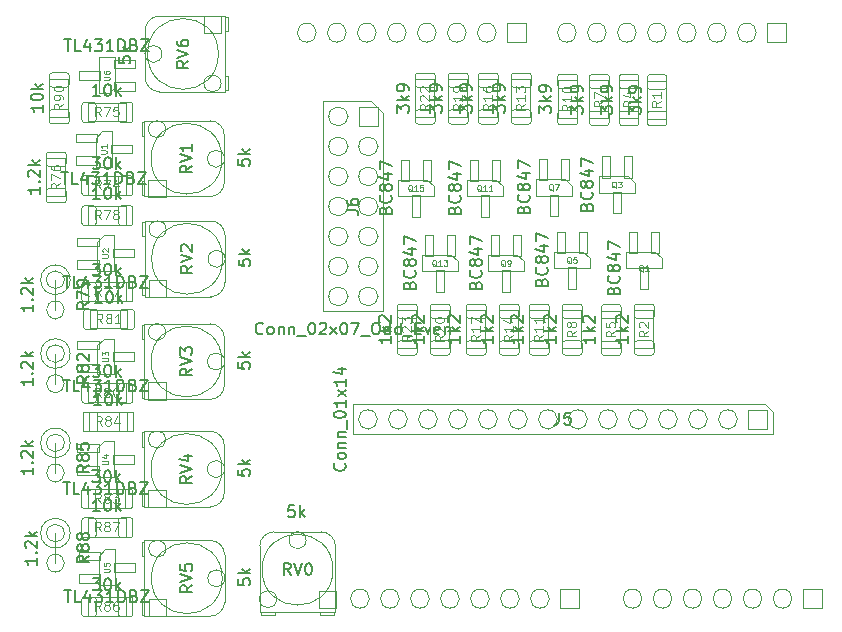
<source format=gbr>
%TF.GenerationSoftware,KiCad,Pcbnew,6.0.0*%
%TF.CreationDate,2022-04-09T16:35:31-03:00*%
%TF.ProjectId,cwc5.5,63776335-2e35-42e6-9b69-6361645f7063,rev?*%
%TF.SameCoordinates,Original*%
%TF.FileFunction,AssemblyDrawing,Top*%
%FSLAX46Y46*%
G04 Gerber Fmt 4.6, Leading zero omitted, Abs format (unit mm)*
G04 Created by KiCad (PCBNEW 6.0.0) date 2022-04-09 16:35:31*
%MOMM*%
%LPD*%
G01*
G04 APERTURE LIST*
%ADD10C,0.150000*%
%ADD11C,0.120000*%
%ADD12C,0.075000*%
%ADD13C,0.100000*%
%ADD14C,0.100000*%
%TD*%
G04 APERTURE END LIST*
D10*
%TO.C,R13*%
X39542380Y-9342285D02*
X39542380Y-8723238D01*
X39923333Y-9056571D01*
X39923333Y-8913714D01*
X39970952Y-8818476D01*
X40018571Y-8770857D01*
X40113809Y-8723238D01*
X40351904Y-8723238D01*
X40447142Y-8770857D01*
X40494761Y-8818476D01*
X40542380Y-8913714D01*
X40542380Y-9199428D01*
X40494761Y-9294666D01*
X40447142Y-9342285D01*
X40542380Y-8294666D02*
X39542380Y-8294666D01*
X40161428Y-8199428D02*
X40542380Y-7913714D01*
X39875714Y-7913714D02*
X40256666Y-8294666D01*
X40542380Y-7437523D02*
X40542380Y-7247047D01*
X40494761Y-7151809D01*
X40447142Y-7104190D01*
X40304285Y-7008952D01*
X40113809Y-6961333D01*
X39732857Y-6961333D01*
X39637619Y-7008952D01*
X39590000Y-7056571D01*
X39542380Y-7151809D01*
X39542380Y-7342285D01*
X39590000Y-7437523D01*
X39637619Y-7485142D01*
X39732857Y-7532761D01*
X39970952Y-7532761D01*
X40066190Y-7485142D01*
X40113809Y-7437523D01*
X40161428Y-7342285D01*
X40161428Y-7151809D01*
X40113809Y-7056571D01*
X40066190Y-7008952D01*
X39970952Y-6961333D01*
D11*
X42271904Y-8642285D02*
X41890952Y-8908952D01*
X42271904Y-9099428D02*
X41471904Y-9099428D01*
X41471904Y-8794666D01*
X41510000Y-8718476D01*
X41548095Y-8680380D01*
X41624285Y-8642285D01*
X41738571Y-8642285D01*
X41814761Y-8680380D01*
X41852857Y-8718476D01*
X41890952Y-8794666D01*
X41890952Y-9099428D01*
X42271904Y-7880380D02*
X42271904Y-8337523D01*
X42271904Y-8108952D02*
X41471904Y-8108952D01*
X41586190Y-8185142D01*
X41662380Y-8261333D01*
X41700476Y-8337523D01*
X41471904Y-7613714D02*
X41471904Y-7118476D01*
X41776666Y-7385142D01*
X41776666Y-7270857D01*
X41814761Y-7194666D01*
X41852857Y-7156571D01*
X41929047Y-7118476D01*
X42119523Y-7118476D01*
X42195714Y-7156571D01*
X42233809Y-7194666D01*
X42271904Y-7270857D01*
X42271904Y-7499428D01*
X42233809Y-7575619D01*
X42195714Y-7613714D01*
D10*
%TO.C,Q7*%
X42132571Y-17543142D02*
X42180190Y-17400285D01*
X42227809Y-17352666D01*
X42323047Y-17305047D01*
X42465904Y-17305047D01*
X42561142Y-17352666D01*
X42608761Y-17400285D01*
X42656380Y-17495523D01*
X42656380Y-17876476D01*
X41656380Y-17876476D01*
X41656380Y-17543142D01*
X41704000Y-17447904D01*
X41751619Y-17400285D01*
X41846857Y-17352666D01*
X41942095Y-17352666D01*
X42037333Y-17400285D01*
X42084952Y-17447904D01*
X42132571Y-17543142D01*
X42132571Y-17876476D01*
X42561142Y-16305047D02*
X42608761Y-16352666D01*
X42656380Y-16495523D01*
X42656380Y-16590761D01*
X42608761Y-16733619D01*
X42513523Y-16828857D01*
X42418285Y-16876476D01*
X42227809Y-16924095D01*
X42084952Y-16924095D01*
X41894476Y-16876476D01*
X41799238Y-16828857D01*
X41704000Y-16733619D01*
X41656380Y-16590761D01*
X41656380Y-16495523D01*
X41704000Y-16352666D01*
X41751619Y-16305047D01*
X42084952Y-15733619D02*
X42037333Y-15828857D01*
X41989714Y-15876476D01*
X41894476Y-15924095D01*
X41846857Y-15924095D01*
X41751619Y-15876476D01*
X41704000Y-15828857D01*
X41656380Y-15733619D01*
X41656380Y-15543142D01*
X41704000Y-15447904D01*
X41751619Y-15400285D01*
X41846857Y-15352666D01*
X41894476Y-15352666D01*
X41989714Y-15400285D01*
X42037333Y-15447904D01*
X42084952Y-15543142D01*
X42084952Y-15733619D01*
X42132571Y-15828857D01*
X42180190Y-15876476D01*
X42275428Y-15924095D01*
X42465904Y-15924095D01*
X42561142Y-15876476D01*
X42608761Y-15828857D01*
X42656380Y-15733619D01*
X42656380Y-15543142D01*
X42608761Y-15447904D01*
X42561142Y-15400285D01*
X42465904Y-15352666D01*
X42275428Y-15352666D01*
X42180190Y-15400285D01*
X42132571Y-15447904D01*
X42084952Y-15543142D01*
X41989714Y-14495523D02*
X42656380Y-14495523D01*
X41608761Y-14733619D02*
X42323047Y-14971714D01*
X42323047Y-14352666D01*
X41656380Y-14066952D02*
X41656380Y-13400285D01*
X42656380Y-13828857D01*
D12*
X44656380Y-15959809D02*
X44608761Y-15936000D01*
X44561142Y-15888380D01*
X44489714Y-15816952D01*
X44442095Y-15793142D01*
X44394476Y-15793142D01*
X44418285Y-15912190D02*
X44370666Y-15888380D01*
X44323047Y-15840761D01*
X44299238Y-15745523D01*
X44299238Y-15578857D01*
X44323047Y-15483619D01*
X44370666Y-15436000D01*
X44418285Y-15412190D01*
X44513523Y-15412190D01*
X44561142Y-15436000D01*
X44608761Y-15483619D01*
X44632571Y-15578857D01*
X44632571Y-15745523D01*
X44608761Y-15840761D01*
X44561142Y-15888380D01*
X44513523Y-15912190D01*
X44418285Y-15912190D01*
X44799238Y-15412190D02*
X45132571Y-15412190D01*
X44918285Y-15912190D01*
D10*
%TO.C,U3*%
X3154761Y-31952380D02*
X3726190Y-31952380D01*
X3440476Y-32952380D02*
X3440476Y-31952380D01*
X4535714Y-32952380D02*
X4059523Y-32952380D01*
X4059523Y-31952380D01*
X5297619Y-32285714D02*
X5297619Y-32952380D01*
X5059523Y-31904761D02*
X4821428Y-32619047D01*
X5440476Y-32619047D01*
X5726190Y-31952380D02*
X6345238Y-31952380D01*
X6011904Y-32333333D01*
X6154761Y-32333333D01*
X6250000Y-32380952D01*
X6297619Y-32428571D01*
X6345238Y-32523809D01*
X6345238Y-32761904D01*
X6297619Y-32857142D01*
X6250000Y-32904761D01*
X6154761Y-32952380D01*
X5869047Y-32952380D01*
X5773809Y-32904761D01*
X5726190Y-32857142D01*
X7297619Y-32952380D02*
X6726190Y-32952380D01*
X7011904Y-32952380D02*
X7011904Y-31952380D01*
X6916666Y-32095238D01*
X6821428Y-32190476D01*
X6726190Y-32238095D01*
X7726190Y-32952380D02*
X7726190Y-31952380D01*
X7964285Y-31952380D01*
X8107142Y-32000000D01*
X8202380Y-32095238D01*
X8250000Y-32190476D01*
X8297619Y-32380952D01*
X8297619Y-32523809D01*
X8250000Y-32714285D01*
X8202380Y-32809523D01*
X8107142Y-32904761D01*
X7964285Y-32952380D01*
X7726190Y-32952380D01*
X9059523Y-32428571D02*
X9202380Y-32476190D01*
X9250000Y-32523809D01*
X9297619Y-32619047D01*
X9297619Y-32761904D01*
X9250000Y-32857142D01*
X9202380Y-32904761D01*
X9107142Y-32952380D01*
X8726190Y-32952380D01*
X8726190Y-31952380D01*
X9059523Y-31952380D01*
X9154761Y-32000000D01*
X9202380Y-32047619D01*
X9250000Y-32142857D01*
X9250000Y-32238095D01*
X9202380Y-32333333D01*
X9154761Y-32380952D01*
X9059523Y-32428571D01*
X8726190Y-32428571D01*
X9630952Y-31952380D02*
X10297619Y-31952380D01*
X9630952Y-32952380D01*
X10297619Y-32952380D01*
D12*
X6476190Y-30380952D02*
X6880952Y-30380952D01*
X6928571Y-30357142D01*
X6952380Y-30333333D01*
X6976190Y-30285714D01*
X6976190Y-30190476D01*
X6952380Y-30142857D01*
X6928571Y-30119047D01*
X6880952Y-30095238D01*
X6476190Y-30095238D01*
X6476190Y-29904761D02*
X6476190Y-29595238D01*
X6666666Y-29761904D01*
X6666666Y-29690476D01*
X6690476Y-29642857D01*
X6714285Y-29619047D01*
X6761904Y-29595238D01*
X6880952Y-29595238D01*
X6928571Y-29619047D01*
X6952380Y-29642857D01*
X6976190Y-29690476D01*
X6976190Y-29833333D01*
X6952380Y-29880952D01*
X6928571Y-29904761D01*
D10*
%TO.C,J5*%
X26983142Y-39044095D02*
X27030761Y-39091714D01*
X27078380Y-39234571D01*
X27078380Y-39329809D01*
X27030761Y-39472666D01*
X26935523Y-39567904D01*
X26840285Y-39615523D01*
X26649809Y-39663142D01*
X26506952Y-39663142D01*
X26316476Y-39615523D01*
X26221238Y-39567904D01*
X26126000Y-39472666D01*
X26078380Y-39329809D01*
X26078380Y-39234571D01*
X26126000Y-39091714D01*
X26173619Y-39044095D01*
X27078380Y-38472666D02*
X27030761Y-38567904D01*
X26983142Y-38615523D01*
X26887904Y-38663142D01*
X26602190Y-38663142D01*
X26506952Y-38615523D01*
X26459333Y-38567904D01*
X26411714Y-38472666D01*
X26411714Y-38329809D01*
X26459333Y-38234571D01*
X26506952Y-38186952D01*
X26602190Y-38139333D01*
X26887904Y-38139333D01*
X26983142Y-38186952D01*
X27030761Y-38234571D01*
X27078380Y-38329809D01*
X27078380Y-38472666D01*
X26411714Y-37710761D02*
X27078380Y-37710761D01*
X26506952Y-37710761D02*
X26459333Y-37663142D01*
X26411714Y-37567904D01*
X26411714Y-37425047D01*
X26459333Y-37329809D01*
X26554571Y-37282190D01*
X27078380Y-37282190D01*
X26411714Y-36806000D02*
X27078380Y-36806000D01*
X26506952Y-36806000D02*
X26459333Y-36758380D01*
X26411714Y-36663142D01*
X26411714Y-36520285D01*
X26459333Y-36425047D01*
X26554571Y-36377428D01*
X27078380Y-36377428D01*
X27173619Y-36139333D02*
X27173619Y-35377428D01*
X26078380Y-34948857D02*
X26078380Y-34853619D01*
X26126000Y-34758380D01*
X26173619Y-34710761D01*
X26268857Y-34663142D01*
X26459333Y-34615523D01*
X26697428Y-34615523D01*
X26887904Y-34663142D01*
X26983142Y-34710761D01*
X27030761Y-34758380D01*
X27078380Y-34853619D01*
X27078380Y-34948857D01*
X27030761Y-35044095D01*
X26983142Y-35091714D01*
X26887904Y-35139333D01*
X26697428Y-35186952D01*
X26459333Y-35186952D01*
X26268857Y-35139333D01*
X26173619Y-35091714D01*
X26126000Y-35044095D01*
X26078380Y-34948857D01*
X27078380Y-33663142D02*
X27078380Y-34234571D01*
X27078380Y-33948857D02*
X26078380Y-33948857D01*
X26221238Y-34044095D01*
X26316476Y-34139333D01*
X26364095Y-34234571D01*
X27078380Y-33329809D02*
X26411714Y-32806000D01*
X26411714Y-33329809D02*
X27078380Y-32806000D01*
X27078380Y-31901238D02*
X27078380Y-32472666D01*
X27078380Y-32186952D02*
X26078380Y-32186952D01*
X26221238Y-32282190D01*
X26316476Y-32377428D01*
X26364095Y-32472666D01*
X26411714Y-31044095D02*
X27078380Y-31044095D01*
X26030761Y-31282190D02*
X26745047Y-31520285D01*
X26745047Y-30901238D01*
X45132666Y-34758380D02*
X45132666Y-35472666D01*
X45085047Y-35615523D01*
X44989809Y-35710761D01*
X44846952Y-35758380D01*
X44751714Y-35758380D01*
X46085047Y-34758380D02*
X45608857Y-34758380D01*
X45561238Y-35234571D01*
X45608857Y-35186952D01*
X45704095Y-35139333D01*
X45942190Y-35139333D01*
X46037428Y-35186952D01*
X46085047Y-35234571D01*
X46132666Y-35329809D01*
X46132666Y-35567904D01*
X46085047Y-35663142D01*
X46037428Y-35710761D01*
X45942190Y-35758380D01*
X45704095Y-35758380D01*
X45608857Y-35710761D01*
X45561238Y-35663142D01*
%TO.C,U6*%
X3262761Y-3149980D02*
X3834190Y-3149980D01*
X3548476Y-4149980D02*
X3548476Y-3149980D01*
X4643714Y-4149980D02*
X4167523Y-4149980D01*
X4167523Y-3149980D01*
X5405619Y-3483314D02*
X5405619Y-4149980D01*
X5167523Y-3102361D02*
X4929428Y-3816647D01*
X5548476Y-3816647D01*
X5834190Y-3149980D02*
X6453238Y-3149980D01*
X6119904Y-3530933D01*
X6262761Y-3530933D01*
X6358000Y-3578552D01*
X6405619Y-3626171D01*
X6453238Y-3721409D01*
X6453238Y-3959504D01*
X6405619Y-4054742D01*
X6358000Y-4102361D01*
X6262761Y-4149980D01*
X5977047Y-4149980D01*
X5881809Y-4102361D01*
X5834190Y-4054742D01*
X7405619Y-4149980D02*
X6834190Y-4149980D01*
X7119904Y-4149980D02*
X7119904Y-3149980D01*
X7024666Y-3292838D01*
X6929428Y-3388076D01*
X6834190Y-3435695D01*
X7834190Y-4149980D02*
X7834190Y-3149980D01*
X8072285Y-3149980D01*
X8215142Y-3197600D01*
X8310380Y-3292838D01*
X8358000Y-3388076D01*
X8405619Y-3578552D01*
X8405619Y-3721409D01*
X8358000Y-3911885D01*
X8310380Y-4007123D01*
X8215142Y-4102361D01*
X8072285Y-4149980D01*
X7834190Y-4149980D01*
X9167523Y-3626171D02*
X9310380Y-3673790D01*
X9358000Y-3721409D01*
X9405619Y-3816647D01*
X9405619Y-3959504D01*
X9358000Y-4054742D01*
X9310380Y-4102361D01*
X9215142Y-4149980D01*
X8834190Y-4149980D01*
X8834190Y-3149980D01*
X9167523Y-3149980D01*
X9262761Y-3197600D01*
X9310380Y-3245219D01*
X9358000Y-3340457D01*
X9358000Y-3435695D01*
X9310380Y-3530933D01*
X9262761Y-3578552D01*
X9167523Y-3626171D01*
X8834190Y-3626171D01*
X9738952Y-3149980D02*
X10405619Y-3149980D01*
X9738952Y-4149980D01*
X10405619Y-4149980D01*
D12*
X6584190Y-6578552D02*
X6988952Y-6578552D01*
X7036571Y-6554742D01*
X7060380Y-6530933D01*
X7084190Y-6483314D01*
X7084190Y-6388076D01*
X7060380Y-6340457D01*
X7036571Y-6316647D01*
X6988952Y-6292838D01*
X6584190Y-6292838D01*
X6584190Y-5840457D02*
X6584190Y-5935695D01*
X6608000Y-5983314D01*
X6631809Y-6007123D01*
X6703238Y-6054742D01*
X6798476Y-6078552D01*
X6988952Y-6078552D01*
X7036571Y-6054742D01*
X7060380Y-6030933D01*
X7084190Y-5983314D01*
X7084190Y-5888076D01*
X7060380Y-5840457D01*
X7036571Y-5816647D01*
X6988952Y-5792838D01*
X6869904Y-5792838D01*
X6822285Y-5816647D01*
X6798476Y-5840457D01*
X6774666Y-5888076D01*
X6774666Y-5983314D01*
X6798476Y-6030933D01*
X6822285Y-6054742D01*
X6869904Y-6078552D01*
D10*
%TO.C,R17*%
X36732380Y-28281238D02*
X36732380Y-28852666D01*
X36732380Y-28566952D02*
X35732380Y-28566952D01*
X35875238Y-28662190D01*
X35970476Y-28757428D01*
X36018095Y-28852666D01*
X36732380Y-27852666D02*
X35732380Y-27852666D01*
X36351428Y-27757428D02*
X36732380Y-27471714D01*
X36065714Y-27471714D02*
X36446666Y-27852666D01*
X35827619Y-27090761D02*
X35780000Y-27043142D01*
X35732380Y-26947904D01*
X35732380Y-26709809D01*
X35780000Y-26614571D01*
X35827619Y-26566952D01*
X35922857Y-26519333D01*
X36018095Y-26519333D01*
X36160952Y-26566952D01*
X36732380Y-27138380D01*
X36732380Y-26519333D01*
D11*
X38461904Y-28200285D02*
X38080952Y-28466952D01*
X38461904Y-28657428D02*
X37661904Y-28657428D01*
X37661904Y-28352666D01*
X37700000Y-28276476D01*
X37738095Y-28238380D01*
X37814285Y-28200285D01*
X37928571Y-28200285D01*
X38004761Y-28238380D01*
X38042857Y-28276476D01*
X38080952Y-28352666D01*
X38080952Y-28657428D01*
X38461904Y-27438380D02*
X38461904Y-27895523D01*
X38461904Y-27666952D02*
X37661904Y-27666952D01*
X37776190Y-27743142D01*
X37852380Y-27819333D01*
X37890476Y-27895523D01*
X37661904Y-27171714D02*
X37661904Y-26638380D01*
X38461904Y-26981238D01*
D10*
%TO.C,R7*%
X46146380Y-9444285D02*
X46146380Y-8825238D01*
X46527333Y-9158571D01*
X46527333Y-9015714D01*
X46574952Y-8920476D01*
X46622571Y-8872857D01*
X46717809Y-8825238D01*
X46955904Y-8825238D01*
X47051142Y-8872857D01*
X47098761Y-8920476D01*
X47146380Y-9015714D01*
X47146380Y-9301428D01*
X47098761Y-9396666D01*
X47051142Y-9444285D01*
X47146380Y-8396666D02*
X46146380Y-8396666D01*
X46765428Y-8301428D02*
X47146380Y-8015714D01*
X46479714Y-8015714D02*
X46860666Y-8396666D01*
X47146380Y-7539523D02*
X47146380Y-7349047D01*
X47098761Y-7253809D01*
X47051142Y-7206190D01*
X46908285Y-7110952D01*
X46717809Y-7063333D01*
X46336857Y-7063333D01*
X46241619Y-7110952D01*
X46194000Y-7158571D01*
X46146380Y-7253809D01*
X46146380Y-7444285D01*
X46194000Y-7539523D01*
X46241619Y-7587142D01*
X46336857Y-7634761D01*
X46574952Y-7634761D01*
X46670190Y-7587142D01*
X46717809Y-7539523D01*
X46765428Y-7444285D01*
X46765428Y-7253809D01*
X46717809Y-7158571D01*
X46670190Y-7110952D01*
X46574952Y-7063333D01*
D11*
X48875904Y-8363333D02*
X48494952Y-8630000D01*
X48875904Y-8820476D02*
X48075904Y-8820476D01*
X48075904Y-8515714D01*
X48114000Y-8439523D01*
X48152095Y-8401428D01*
X48228285Y-8363333D01*
X48342571Y-8363333D01*
X48418761Y-8401428D01*
X48456857Y-8439523D01*
X48494952Y-8515714D01*
X48494952Y-8820476D01*
X48075904Y-8096666D02*
X48075904Y-7563333D01*
X48875904Y-7906190D01*
D10*
%TO.C,RV6*%
X7852380Y-4641666D02*
X7852380Y-5117857D01*
X8328571Y-5165476D01*
X8280952Y-5117857D01*
X8233333Y-5022619D01*
X8233333Y-4784523D01*
X8280952Y-4689285D01*
X8328571Y-4641666D01*
X8423809Y-4594047D01*
X8661904Y-4594047D01*
X8757142Y-4641666D01*
X8804761Y-4689285D01*
X8852380Y-4784523D01*
X8852380Y-5022619D01*
X8804761Y-5117857D01*
X8757142Y-5165476D01*
X8852380Y-4165476D02*
X7852380Y-4165476D01*
X8471428Y-4070238D02*
X8852380Y-3784523D01*
X8185714Y-3784523D02*
X8566666Y-4165476D01*
X13752380Y-4970238D02*
X13276190Y-5303571D01*
X13752380Y-5541666D02*
X12752380Y-5541666D01*
X12752380Y-5160714D01*
X12800000Y-5065476D01*
X12847619Y-5017857D01*
X12942857Y-4970238D01*
X13085714Y-4970238D01*
X13180952Y-5017857D01*
X13228571Y-5065476D01*
X13276190Y-5160714D01*
X13276190Y-5541666D01*
X12752380Y-4684523D02*
X13752380Y-4351190D01*
X12752380Y-4017857D01*
X12752380Y-3255952D02*
X12752380Y-3446428D01*
X12800000Y-3541666D01*
X12847619Y-3589285D01*
X12990476Y-3684523D01*
X13180952Y-3732142D01*
X13561904Y-3732142D01*
X13657142Y-3684523D01*
X13704761Y-3636904D01*
X13752380Y-3541666D01*
X13752380Y-3351190D01*
X13704761Y-3255952D01*
X13657142Y-3208333D01*
X13561904Y-3160714D01*
X13323809Y-3160714D01*
X13228571Y-3208333D01*
X13180952Y-3255952D01*
X13133333Y-3351190D01*
X13133333Y-3541666D01*
X13180952Y-3636904D01*
X13228571Y-3684523D01*
X13323809Y-3732142D01*
%TO.C,R10*%
X43452380Y-9404285D02*
X43452380Y-8785238D01*
X43833333Y-9118571D01*
X43833333Y-8975714D01*
X43880952Y-8880476D01*
X43928571Y-8832857D01*
X44023809Y-8785238D01*
X44261904Y-8785238D01*
X44357142Y-8832857D01*
X44404761Y-8880476D01*
X44452380Y-8975714D01*
X44452380Y-9261428D01*
X44404761Y-9356666D01*
X44357142Y-9404285D01*
X44452380Y-8356666D02*
X43452380Y-8356666D01*
X44071428Y-8261428D02*
X44452380Y-7975714D01*
X43785714Y-7975714D02*
X44166666Y-8356666D01*
X44452380Y-7499523D02*
X44452380Y-7309047D01*
X44404761Y-7213809D01*
X44357142Y-7166190D01*
X44214285Y-7070952D01*
X44023809Y-7023333D01*
X43642857Y-7023333D01*
X43547619Y-7070952D01*
X43500000Y-7118571D01*
X43452380Y-7213809D01*
X43452380Y-7404285D01*
X43500000Y-7499523D01*
X43547619Y-7547142D01*
X43642857Y-7594761D01*
X43880952Y-7594761D01*
X43976190Y-7547142D01*
X44023809Y-7499523D01*
X44071428Y-7404285D01*
X44071428Y-7213809D01*
X44023809Y-7118571D01*
X43976190Y-7070952D01*
X43880952Y-7023333D01*
D11*
X46181904Y-8704285D02*
X45800952Y-8970952D01*
X46181904Y-9161428D02*
X45381904Y-9161428D01*
X45381904Y-8856666D01*
X45420000Y-8780476D01*
X45458095Y-8742380D01*
X45534285Y-8704285D01*
X45648571Y-8704285D01*
X45724761Y-8742380D01*
X45762857Y-8780476D01*
X45800952Y-8856666D01*
X45800952Y-9161428D01*
X46181904Y-7942380D02*
X46181904Y-8399523D01*
X46181904Y-8170952D02*
X45381904Y-8170952D01*
X45496190Y-8247142D01*
X45572380Y-8323333D01*
X45610476Y-8399523D01*
X45381904Y-7447142D02*
X45381904Y-7370952D01*
X45420000Y-7294761D01*
X45458095Y-7256666D01*
X45534285Y-7218571D01*
X45686666Y-7180476D01*
X45877142Y-7180476D01*
X46029523Y-7218571D01*
X46105714Y-7256666D01*
X46143809Y-7294761D01*
X46181904Y-7370952D01*
X46181904Y-7447142D01*
X46143809Y-7523333D01*
X46105714Y-7561428D01*
X46029523Y-7599523D01*
X45877142Y-7637619D01*
X45686666Y-7637619D01*
X45534285Y-7599523D01*
X45458095Y-7561428D01*
X45420000Y-7523333D01*
X45381904Y-7447142D01*
D10*
%TO.C,RV5*%
X17977380Y-48841666D02*
X17977380Y-49317857D01*
X18453571Y-49365476D01*
X18405952Y-49317857D01*
X18358333Y-49222619D01*
X18358333Y-48984523D01*
X18405952Y-48889285D01*
X18453571Y-48841666D01*
X18548809Y-48794047D01*
X18786904Y-48794047D01*
X18882142Y-48841666D01*
X18929761Y-48889285D01*
X18977380Y-48984523D01*
X18977380Y-49222619D01*
X18929761Y-49317857D01*
X18882142Y-49365476D01*
X18977380Y-48365476D02*
X17977380Y-48365476D01*
X18596428Y-48270238D02*
X18977380Y-47984523D01*
X18310714Y-47984523D02*
X18691666Y-48365476D01*
X14077380Y-49370238D02*
X13601190Y-49703571D01*
X14077380Y-49941666D02*
X13077380Y-49941666D01*
X13077380Y-49560714D01*
X13125000Y-49465476D01*
X13172619Y-49417857D01*
X13267857Y-49370238D01*
X13410714Y-49370238D01*
X13505952Y-49417857D01*
X13553571Y-49465476D01*
X13601190Y-49560714D01*
X13601190Y-49941666D01*
X13077380Y-49084523D02*
X14077380Y-48751190D01*
X13077380Y-48417857D01*
X13077380Y-47608333D02*
X13077380Y-48084523D01*
X13553571Y-48132142D01*
X13505952Y-48084523D01*
X13458333Y-47989285D01*
X13458333Y-47751190D01*
X13505952Y-47655952D01*
X13553571Y-47608333D01*
X13648809Y-47560714D01*
X13886904Y-47560714D01*
X13982142Y-47608333D01*
X14029761Y-47655952D01*
X14077380Y-47751190D01*
X14077380Y-47989285D01*
X14029761Y-48084523D01*
X13982142Y-48132142D01*
%TO.C,R82*%
X582380Y-31853333D02*
X582380Y-32424761D01*
X582380Y-32139047D02*
X-417619Y-32139047D01*
X-274761Y-32234285D01*
X-179523Y-32329523D01*
X-131904Y-32424761D01*
X487142Y-31424761D02*
X534761Y-31377142D01*
X582380Y-31424761D01*
X534761Y-31472380D01*
X487142Y-31424761D01*
X582380Y-31424761D01*
X-322380Y-30996190D02*
X-370000Y-30948571D01*
X-417619Y-30853333D01*
X-417619Y-30615238D01*
X-369999Y-30520000D01*
X-322380Y-30472380D01*
X-227142Y-30424761D01*
X-131904Y-30424761D01*
X10952Y-30472380D01*
X582380Y-31043809D01*
X582380Y-30424761D01*
X582380Y-29996190D02*
X-417619Y-29996190D01*
X201428Y-29900952D02*
X582380Y-29615238D01*
X-84285Y-29615238D02*
X296666Y-29996190D01*
X5322380Y-31662857D02*
X4846190Y-31996190D01*
X5322380Y-32234285D02*
X4322380Y-32234285D01*
X4322380Y-31853333D01*
X4370000Y-31758095D01*
X4417619Y-31710476D01*
X4512857Y-31662857D01*
X4655714Y-31662857D01*
X4750952Y-31710476D01*
X4798571Y-31758095D01*
X4846190Y-31853333D01*
X4846190Y-32234285D01*
X4750952Y-31091428D02*
X4703333Y-31186666D01*
X4655714Y-31234285D01*
X4560476Y-31281904D01*
X4512857Y-31281904D01*
X4417619Y-31234285D01*
X4370000Y-31186666D01*
X4322380Y-31091428D01*
X4322380Y-30900952D01*
X4370000Y-30805714D01*
X4417619Y-30758095D01*
X4512857Y-30710476D01*
X4560476Y-30710476D01*
X4655714Y-30758095D01*
X4703333Y-30805714D01*
X4750952Y-30900952D01*
X4750952Y-31091428D01*
X4798571Y-31186666D01*
X4846190Y-31234285D01*
X4941428Y-31281904D01*
X5131904Y-31281904D01*
X5227142Y-31234285D01*
X5274761Y-31186666D01*
X5322380Y-31091428D01*
X5322380Y-30900952D01*
X5274761Y-30805714D01*
X5227142Y-30758095D01*
X5131904Y-30710476D01*
X4941428Y-30710476D01*
X4846190Y-30758095D01*
X4798571Y-30805714D01*
X4750952Y-30900952D01*
X4417619Y-30329523D02*
X4370000Y-30281904D01*
X4322380Y-30186666D01*
X4322380Y-29948571D01*
X4370000Y-29853333D01*
X4417619Y-29805714D01*
X4512857Y-29758095D01*
X4608095Y-29758095D01*
X4750952Y-29805714D01*
X5322380Y-30377142D01*
X5322380Y-29758095D01*
%TO.C,R83*%
X5617714Y-39632380D02*
X6236761Y-39632380D01*
X5903428Y-40013333D01*
X6046285Y-40013333D01*
X6141523Y-40060952D01*
X6189142Y-40108571D01*
X6236761Y-40203809D01*
X6236761Y-40441904D01*
X6189142Y-40537142D01*
X6141523Y-40584761D01*
X6046285Y-40632380D01*
X5760571Y-40632380D01*
X5665333Y-40584761D01*
X5617714Y-40537142D01*
X6855809Y-39632380D02*
X6951047Y-39632380D01*
X7046285Y-39680000D01*
X7093904Y-39727619D01*
X7141523Y-39822857D01*
X7189142Y-40013333D01*
X7189142Y-40251428D01*
X7141523Y-40441904D01*
X7093904Y-40537142D01*
X7046285Y-40584761D01*
X6951047Y-40632380D01*
X6855809Y-40632380D01*
X6760571Y-40584761D01*
X6712952Y-40537142D01*
X6665333Y-40441904D01*
X6617714Y-40251428D01*
X6617714Y-40013333D01*
X6665333Y-39822857D01*
X6712952Y-39727619D01*
X6760571Y-39680000D01*
X6855809Y-39632380D01*
X7617714Y-40632380D02*
X7617714Y-39632380D01*
X7712952Y-40251428D02*
X7998666Y-40632380D01*
X7998666Y-39965714D02*
X7617714Y-40346666D01*
D11*
X6317714Y-42361904D02*
X6051047Y-41980952D01*
X5860571Y-42361904D02*
X5860571Y-41561904D01*
X6165333Y-41561904D01*
X6241523Y-41600000D01*
X6279619Y-41638095D01*
X6317714Y-41714285D01*
X6317714Y-41828571D01*
X6279619Y-41904761D01*
X6241523Y-41942857D01*
X6165333Y-41980952D01*
X5860571Y-41980952D01*
X6774857Y-41904761D02*
X6698666Y-41866666D01*
X6660571Y-41828571D01*
X6622476Y-41752380D01*
X6622476Y-41714285D01*
X6660571Y-41638095D01*
X6698666Y-41600000D01*
X6774857Y-41561904D01*
X6927238Y-41561904D01*
X7003428Y-41600000D01*
X7041523Y-41638095D01*
X7079619Y-41714285D01*
X7079619Y-41752380D01*
X7041523Y-41828571D01*
X7003428Y-41866666D01*
X6927238Y-41904761D01*
X6774857Y-41904761D01*
X6698666Y-41942857D01*
X6660571Y-41980952D01*
X6622476Y-42057142D01*
X6622476Y-42209523D01*
X6660571Y-42285714D01*
X6698666Y-42323809D01*
X6774857Y-42361904D01*
X6927238Y-42361904D01*
X7003428Y-42323809D01*
X7041523Y-42285714D01*
X7079619Y-42209523D01*
X7079619Y-42057142D01*
X7041523Y-41980952D01*
X7003428Y-41942857D01*
X6927238Y-41904761D01*
X7346285Y-41561904D02*
X7841523Y-41561904D01*
X7574857Y-41866666D01*
X7689142Y-41866666D01*
X7765333Y-41904761D01*
X7803428Y-41942857D01*
X7841523Y-42019047D01*
X7841523Y-42209523D01*
X7803428Y-42285714D01*
X7765333Y-42323809D01*
X7689142Y-42361904D01*
X7460571Y-42361904D01*
X7384380Y-42323809D01*
X7346285Y-42285714D01*
D10*
%TO.C,R75*%
X6262761Y-7928780D02*
X5691333Y-7928780D01*
X5977047Y-7928780D02*
X5977047Y-6928780D01*
X5881809Y-7071638D01*
X5786571Y-7166876D01*
X5691333Y-7214495D01*
X6881809Y-6928780D02*
X6977047Y-6928780D01*
X7072285Y-6976400D01*
X7119904Y-7024019D01*
X7167523Y-7119257D01*
X7215142Y-7309733D01*
X7215142Y-7547828D01*
X7167523Y-7738304D01*
X7119904Y-7833542D01*
X7072285Y-7881161D01*
X6977047Y-7928780D01*
X6881809Y-7928780D01*
X6786571Y-7881161D01*
X6738952Y-7833542D01*
X6691333Y-7738304D01*
X6643714Y-7547828D01*
X6643714Y-7309733D01*
X6691333Y-7119257D01*
X6738952Y-7024019D01*
X6786571Y-6976400D01*
X6881809Y-6928780D01*
X7643714Y-7928780D02*
X7643714Y-6928780D01*
X7738952Y-7547828D02*
X8024666Y-7928780D01*
X8024666Y-7262114D02*
X7643714Y-7643066D01*
D11*
X6343714Y-9658304D02*
X6077047Y-9277352D01*
X5886571Y-9658304D02*
X5886571Y-8858304D01*
X6191333Y-8858304D01*
X6267523Y-8896400D01*
X6305619Y-8934495D01*
X6343714Y-9010685D01*
X6343714Y-9124971D01*
X6305619Y-9201161D01*
X6267523Y-9239257D01*
X6191333Y-9277352D01*
X5886571Y-9277352D01*
X6610380Y-8858304D02*
X7143714Y-8858304D01*
X6800857Y-9658304D01*
X7829428Y-8858304D02*
X7448476Y-8858304D01*
X7410380Y-9239257D01*
X7448476Y-9201161D01*
X7524666Y-9163066D01*
X7715142Y-9163066D01*
X7791333Y-9201161D01*
X7829428Y-9239257D01*
X7867523Y-9315447D01*
X7867523Y-9505923D01*
X7829428Y-9582114D01*
X7791333Y-9620209D01*
X7715142Y-9658304D01*
X7524666Y-9658304D01*
X7448476Y-9620209D01*
X7410380Y-9582114D01*
D10*
%TO.C,R1*%
X51042380Y-9474285D02*
X51042380Y-8855238D01*
X51423333Y-9188571D01*
X51423333Y-9045714D01*
X51470952Y-8950476D01*
X51518571Y-8902857D01*
X51613809Y-8855238D01*
X51851904Y-8855238D01*
X51947142Y-8902857D01*
X51994761Y-8950476D01*
X52042380Y-9045714D01*
X52042380Y-9331428D01*
X51994761Y-9426666D01*
X51947142Y-9474285D01*
X52042380Y-8426666D02*
X51042380Y-8426666D01*
X51661428Y-8331428D02*
X52042380Y-8045714D01*
X51375714Y-8045714D02*
X51756666Y-8426666D01*
X52042380Y-7569523D02*
X52042380Y-7379047D01*
X51994761Y-7283809D01*
X51947142Y-7236190D01*
X51804285Y-7140952D01*
X51613809Y-7093333D01*
X51232857Y-7093333D01*
X51137619Y-7140952D01*
X51090000Y-7188571D01*
X51042380Y-7283809D01*
X51042380Y-7474285D01*
X51090000Y-7569523D01*
X51137619Y-7617142D01*
X51232857Y-7664761D01*
X51470952Y-7664761D01*
X51566190Y-7617142D01*
X51613809Y-7569523D01*
X51661428Y-7474285D01*
X51661428Y-7283809D01*
X51613809Y-7188571D01*
X51566190Y-7140952D01*
X51470952Y-7093333D01*
D11*
X53771904Y-8393333D02*
X53390952Y-8660000D01*
X53771904Y-8850476D02*
X52971904Y-8850476D01*
X52971904Y-8545714D01*
X53010000Y-8469523D01*
X53048095Y-8431428D01*
X53124285Y-8393333D01*
X53238571Y-8393333D01*
X53314761Y-8431428D01*
X53352857Y-8469523D01*
X53390952Y-8545714D01*
X53390952Y-8850476D01*
X53771904Y-7631428D02*
X53771904Y-8088571D01*
X53771904Y-7860000D02*
X52971904Y-7860000D01*
X53086190Y-7936190D01*
X53162380Y-8012380D01*
X53200476Y-8088571D01*
D10*
%TO.C,R85*%
X582380Y-39412333D02*
X582380Y-39983761D01*
X582380Y-39698047D02*
X-417619Y-39698047D01*
X-274761Y-39793285D01*
X-179523Y-39888523D01*
X-131904Y-39983761D01*
X487142Y-38983761D02*
X534761Y-38936142D01*
X582380Y-38983761D01*
X534761Y-39031380D01*
X487142Y-38983761D01*
X582380Y-38983761D01*
X-322380Y-38555190D02*
X-370000Y-38507571D01*
X-417619Y-38412333D01*
X-417619Y-38174238D01*
X-369999Y-38079000D01*
X-322380Y-38031380D01*
X-227142Y-37983761D01*
X-131904Y-37983761D01*
X10952Y-38031380D01*
X582380Y-38602809D01*
X582380Y-37983761D01*
X582380Y-37555190D02*
X-417619Y-37555190D01*
X201428Y-37459952D02*
X582380Y-37174238D01*
X-84285Y-37174238D02*
X296666Y-37555190D01*
X5322380Y-39221857D02*
X4846190Y-39555190D01*
X5322380Y-39793285D02*
X4322380Y-39793285D01*
X4322380Y-39412333D01*
X4370000Y-39317095D01*
X4417619Y-39269476D01*
X4512857Y-39221857D01*
X4655714Y-39221857D01*
X4750952Y-39269476D01*
X4798571Y-39317095D01*
X4846190Y-39412333D01*
X4846190Y-39793285D01*
X4750952Y-38650428D02*
X4703333Y-38745666D01*
X4655714Y-38793285D01*
X4560476Y-38840904D01*
X4512857Y-38840904D01*
X4417619Y-38793285D01*
X4370000Y-38745666D01*
X4322380Y-38650428D01*
X4322380Y-38459952D01*
X4370000Y-38364714D01*
X4417619Y-38317095D01*
X4512857Y-38269476D01*
X4560476Y-38269476D01*
X4655714Y-38317095D01*
X4703333Y-38364714D01*
X4750952Y-38459952D01*
X4750952Y-38650428D01*
X4798571Y-38745666D01*
X4846190Y-38793285D01*
X4941428Y-38840904D01*
X5131904Y-38840904D01*
X5227142Y-38793285D01*
X5274761Y-38745666D01*
X5322380Y-38650428D01*
X5322380Y-38459952D01*
X5274761Y-38364714D01*
X5227142Y-38317095D01*
X5131904Y-38269476D01*
X4941428Y-38269476D01*
X4846190Y-38317095D01*
X4798571Y-38364714D01*
X4750952Y-38459952D01*
X4322380Y-37364714D02*
X4322380Y-37840904D01*
X4798571Y-37888523D01*
X4750952Y-37840904D01*
X4703333Y-37745666D01*
X4703333Y-37507571D01*
X4750952Y-37412333D01*
X4798571Y-37364714D01*
X4893809Y-37317095D01*
X5131904Y-37317095D01*
X5227142Y-37364714D01*
X5274761Y-37412333D01*
X5322380Y-37507571D01*
X5322380Y-37745666D01*
X5274761Y-37840904D01*
X5227142Y-37888523D01*
%TO.C,R23*%
X30890380Y-28281238D02*
X30890380Y-28852666D01*
X30890380Y-28566952D02*
X29890380Y-28566952D01*
X30033238Y-28662190D01*
X30128476Y-28757428D01*
X30176095Y-28852666D01*
X30890380Y-27852666D02*
X29890380Y-27852666D01*
X30509428Y-27757428D02*
X30890380Y-27471714D01*
X30223714Y-27471714D02*
X30604666Y-27852666D01*
X29985619Y-27090761D02*
X29938000Y-27043142D01*
X29890380Y-26947904D01*
X29890380Y-26709809D01*
X29938000Y-26614571D01*
X29985619Y-26566952D01*
X30080857Y-26519333D01*
X30176095Y-26519333D01*
X30318952Y-26566952D01*
X30890380Y-27138380D01*
X30890380Y-26519333D01*
D11*
X32619904Y-28200285D02*
X32238952Y-28466952D01*
X32619904Y-28657428D02*
X31819904Y-28657428D01*
X31819904Y-28352666D01*
X31858000Y-28276476D01*
X31896095Y-28238380D01*
X31972285Y-28200285D01*
X32086571Y-28200285D01*
X32162761Y-28238380D01*
X32200857Y-28276476D01*
X32238952Y-28352666D01*
X32238952Y-28657428D01*
X31896095Y-27895523D02*
X31858000Y-27857428D01*
X31819904Y-27781238D01*
X31819904Y-27590761D01*
X31858000Y-27514571D01*
X31896095Y-27476476D01*
X31972285Y-27438380D01*
X32048476Y-27438380D01*
X32162761Y-27476476D01*
X32619904Y-27933619D01*
X32619904Y-27438380D01*
X31819904Y-27171714D02*
X31819904Y-26676476D01*
X32124666Y-26943142D01*
X32124666Y-26828857D01*
X32162761Y-26752666D01*
X32200857Y-26714571D01*
X32277047Y-26676476D01*
X32467523Y-26676476D01*
X32543714Y-26714571D01*
X32581809Y-26752666D01*
X32619904Y-26828857D01*
X32619904Y-27057428D01*
X32581809Y-27133619D01*
X32543714Y-27171714D01*
D10*
%TO.C,Q13*%
X32480571Y-23955142D02*
X32528190Y-23812285D01*
X32575809Y-23764666D01*
X32671047Y-23717047D01*
X32813904Y-23717047D01*
X32909142Y-23764666D01*
X32956761Y-23812285D01*
X33004380Y-23907523D01*
X33004380Y-24288476D01*
X32004380Y-24288476D01*
X32004380Y-23955142D01*
X32052000Y-23859904D01*
X32099619Y-23812285D01*
X32194857Y-23764666D01*
X32290095Y-23764666D01*
X32385333Y-23812285D01*
X32432952Y-23859904D01*
X32480571Y-23955142D01*
X32480571Y-24288476D01*
X32909142Y-22717047D02*
X32956761Y-22764666D01*
X33004380Y-22907523D01*
X33004380Y-23002761D01*
X32956761Y-23145619D01*
X32861523Y-23240857D01*
X32766285Y-23288476D01*
X32575809Y-23336095D01*
X32432952Y-23336095D01*
X32242476Y-23288476D01*
X32147238Y-23240857D01*
X32052000Y-23145619D01*
X32004380Y-23002761D01*
X32004380Y-22907523D01*
X32052000Y-22764666D01*
X32099619Y-22717047D01*
X32432952Y-22145619D02*
X32385333Y-22240857D01*
X32337714Y-22288476D01*
X32242476Y-22336095D01*
X32194857Y-22336095D01*
X32099619Y-22288476D01*
X32052000Y-22240857D01*
X32004380Y-22145619D01*
X32004380Y-21955142D01*
X32052000Y-21859904D01*
X32099619Y-21812285D01*
X32194857Y-21764666D01*
X32242476Y-21764666D01*
X32337714Y-21812285D01*
X32385333Y-21859904D01*
X32432952Y-21955142D01*
X32432952Y-22145619D01*
X32480571Y-22240857D01*
X32528190Y-22288476D01*
X32623428Y-22336095D01*
X32813904Y-22336095D01*
X32909142Y-22288476D01*
X32956761Y-22240857D01*
X33004380Y-22145619D01*
X33004380Y-21955142D01*
X32956761Y-21859904D01*
X32909142Y-21812285D01*
X32813904Y-21764666D01*
X32623428Y-21764666D01*
X32528190Y-21812285D01*
X32480571Y-21859904D01*
X32432952Y-21955142D01*
X32337714Y-20907523D02*
X33004380Y-20907523D01*
X31956761Y-21145619D02*
X32671047Y-21383714D01*
X32671047Y-20764666D01*
X32004380Y-20478952D02*
X32004380Y-19812285D01*
X33004380Y-20240857D01*
D12*
X34766285Y-22371809D02*
X34718666Y-22348000D01*
X34671047Y-22300380D01*
X34599619Y-22228952D01*
X34552000Y-22205142D01*
X34504380Y-22205142D01*
X34528190Y-22324190D02*
X34480571Y-22300380D01*
X34432952Y-22252761D01*
X34409142Y-22157523D01*
X34409142Y-21990857D01*
X34432952Y-21895619D01*
X34480571Y-21848000D01*
X34528190Y-21824190D01*
X34623428Y-21824190D01*
X34671047Y-21848000D01*
X34718666Y-21895619D01*
X34742476Y-21990857D01*
X34742476Y-22157523D01*
X34718666Y-22252761D01*
X34671047Y-22300380D01*
X34623428Y-22324190D01*
X34528190Y-22324190D01*
X35218666Y-22324190D02*
X34932952Y-22324190D01*
X35075809Y-22324190D02*
X35075809Y-21824190D01*
X35028190Y-21895619D01*
X34980571Y-21943238D01*
X34932952Y-21967047D01*
X35385333Y-21824190D02*
X35694857Y-21824190D01*
X35528190Y-22014666D01*
X35599619Y-22014666D01*
X35647238Y-22038476D01*
X35671047Y-22062285D01*
X35694857Y-22109904D01*
X35694857Y-22228952D01*
X35671047Y-22276571D01*
X35647238Y-22300380D01*
X35599619Y-22324190D01*
X35456761Y-22324190D01*
X35409142Y-22300380D01*
X35385333Y-22276571D01*
D10*
%TO.C,R16*%
X36748380Y-9342285D02*
X36748380Y-8723238D01*
X37129333Y-9056571D01*
X37129333Y-8913714D01*
X37176952Y-8818476D01*
X37224571Y-8770857D01*
X37319809Y-8723238D01*
X37557904Y-8723238D01*
X37653142Y-8770857D01*
X37700761Y-8818476D01*
X37748380Y-8913714D01*
X37748380Y-9199428D01*
X37700761Y-9294666D01*
X37653142Y-9342285D01*
X37748380Y-8294666D02*
X36748380Y-8294666D01*
X37367428Y-8199428D02*
X37748380Y-7913714D01*
X37081714Y-7913714D02*
X37462666Y-8294666D01*
X37748380Y-7437523D02*
X37748380Y-7247047D01*
X37700761Y-7151809D01*
X37653142Y-7104190D01*
X37510285Y-7008952D01*
X37319809Y-6961333D01*
X36938857Y-6961333D01*
X36843619Y-7008952D01*
X36796000Y-7056571D01*
X36748380Y-7151809D01*
X36748380Y-7342285D01*
X36796000Y-7437523D01*
X36843619Y-7485142D01*
X36938857Y-7532761D01*
X37176952Y-7532761D01*
X37272190Y-7485142D01*
X37319809Y-7437523D01*
X37367428Y-7342285D01*
X37367428Y-7151809D01*
X37319809Y-7056571D01*
X37272190Y-7008952D01*
X37176952Y-6961333D01*
D11*
X39477904Y-8642285D02*
X39096952Y-8908952D01*
X39477904Y-9099428D02*
X38677904Y-9099428D01*
X38677904Y-8794666D01*
X38716000Y-8718476D01*
X38754095Y-8680380D01*
X38830285Y-8642285D01*
X38944571Y-8642285D01*
X39020761Y-8680380D01*
X39058857Y-8718476D01*
X39096952Y-8794666D01*
X39096952Y-9099428D01*
X39477904Y-7880380D02*
X39477904Y-8337523D01*
X39477904Y-8108952D02*
X38677904Y-8108952D01*
X38792190Y-8185142D01*
X38868380Y-8261333D01*
X38906476Y-8337523D01*
X38677904Y-7194666D02*
X38677904Y-7347047D01*
X38716000Y-7423238D01*
X38754095Y-7461333D01*
X38868380Y-7537523D01*
X39020761Y-7575619D01*
X39325523Y-7575619D01*
X39401714Y-7537523D01*
X39439809Y-7499428D01*
X39477904Y-7423238D01*
X39477904Y-7270857D01*
X39439809Y-7194666D01*
X39401714Y-7156571D01*
X39325523Y-7118476D01*
X39135047Y-7118476D01*
X39058857Y-7156571D01*
X39020761Y-7194666D01*
X38982666Y-7270857D01*
X38982666Y-7423238D01*
X39020761Y-7499428D01*
X39058857Y-7537523D01*
X39135047Y-7575619D01*
D10*
%TO.C,R86*%
X5643714Y-48787980D02*
X6262761Y-48787980D01*
X5929428Y-49168933D01*
X6072285Y-49168933D01*
X6167523Y-49216552D01*
X6215142Y-49264171D01*
X6262761Y-49359409D01*
X6262761Y-49597504D01*
X6215142Y-49692742D01*
X6167523Y-49740361D01*
X6072285Y-49787980D01*
X5786571Y-49787980D01*
X5691333Y-49740361D01*
X5643714Y-49692742D01*
X6881809Y-48787980D02*
X6977047Y-48787980D01*
X7072285Y-48835600D01*
X7119904Y-48883219D01*
X7167523Y-48978457D01*
X7215142Y-49168933D01*
X7215142Y-49407028D01*
X7167523Y-49597504D01*
X7119904Y-49692742D01*
X7072285Y-49740361D01*
X6977047Y-49787980D01*
X6881809Y-49787980D01*
X6786571Y-49740361D01*
X6738952Y-49692742D01*
X6691333Y-49597504D01*
X6643714Y-49407028D01*
X6643714Y-49168933D01*
X6691333Y-48978457D01*
X6738952Y-48883219D01*
X6786571Y-48835600D01*
X6881809Y-48787980D01*
X7643714Y-49787980D02*
X7643714Y-48787980D01*
X7738952Y-49407028D02*
X8024666Y-49787980D01*
X8024666Y-49121314D02*
X7643714Y-49502266D01*
D11*
X6343714Y-51517504D02*
X6077047Y-51136552D01*
X5886571Y-51517504D02*
X5886571Y-50717504D01*
X6191333Y-50717504D01*
X6267523Y-50755600D01*
X6305619Y-50793695D01*
X6343714Y-50869885D01*
X6343714Y-50984171D01*
X6305619Y-51060361D01*
X6267523Y-51098457D01*
X6191333Y-51136552D01*
X5886571Y-51136552D01*
X6800857Y-51060361D02*
X6724666Y-51022266D01*
X6686571Y-50984171D01*
X6648476Y-50907980D01*
X6648476Y-50869885D01*
X6686571Y-50793695D01*
X6724666Y-50755600D01*
X6800857Y-50717504D01*
X6953238Y-50717504D01*
X7029428Y-50755600D01*
X7067523Y-50793695D01*
X7105619Y-50869885D01*
X7105619Y-50907980D01*
X7067523Y-50984171D01*
X7029428Y-51022266D01*
X6953238Y-51060361D01*
X6800857Y-51060361D01*
X6724666Y-51098457D01*
X6686571Y-51136552D01*
X6648476Y-51212742D01*
X6648476Y-51365123D01*
X6686571Y-51441314D01*
X6724666Y-51479409D01*
X6800857Y-51517504D01*
X6953238Y-51517504D01*
X7029428Y-51479409D01*
X7067523Y-51441314D01*
X7105619Y-51365123D01*
X7105619Y-51212742D01*
X7067523Y-51136552D01*
X7029428Y-51098457D01*
X6953238Y-51060361D01*
X7791333Y-50717504D02*
X7638952Y-50717504D01*
X7562761Y-50755600D01*
X7524666Y-50793695D01*
X7448476Y-50907980D01*
X7410380Y-51060361D01*
X7410380Y-51365123D01*
X7448476Y-51441314D01*
X7486571Y-51479409D01*
X7562761Y-51517504D01*
X7715142Y-51517504D01*
X7791333Y-51479409D01*
X7829428Y-51441314D01*
X7867523Y-51365123D01*
X7867523Y-51174647D01*
X7829428Y-51098457D01*
X7791333Y-51060361D01*
X7715142Y-51022266D01*
X7562761Y-51022266D01*
X7486571Y-51060361D01*
X7448476Y-51098457D01*
X7410380Y-51174647D01*
D10*
%TO.C,Q3*%
X47466571Y-17313142D02*
X47514190Y-17170285D01*
X47561809Y-17122666D01*
X47657047Y-17075047D01*
X47799904Y-17075047D01*
X47895142Y-17122666D01*
X47942761Y-17170285D01*
X47990380Y-17265523D01*
X47990380Y-17646476D01*
X46990380Y-17646476D01*
X46990380Y-17313142D01*
X47038000Y-17217904D01*
X47085619Y-17170285D01*
X47180857Y-17122666D01*
X47276095Y-17122666D01*
X47371333Y-17170285D01*
X47418952Y-17217904D01*
X47466571Y-17313142D01*
X47466571Y-17646476D01*
X47895142Y-16075047D02*
X47942761Y-16122666D01*
X47990380Y-16265523D01*
X47990380Y-16360761D01*
X47942761Y-16503619D01*
X47847523Y-16598857D01*
X47752285Y-16646476D01*
X47561809Y-16694095D01*
X47418952Y-16694095D01*
X47228476Y-16646476D01*
X47133238Y-16598857D01*
X47038000Y-16503619D01*
X46990380Y-16360761D01*
X46990380Y-16265523D01*
X47038000Y-16122666D01*
X47085619Y-16075047D01*
X47418952Y-15503619D02*
X47371333Y-15598857D01*
X47323714Y-15646476D01*
X47228476Y-15694095D01*
X47180857Y-15694095D01*
X47085619Y-15646476D01*
X47038000Y-15598857D01*
X46990380Y-15503619D01*
X46990380Y-15313142D01*
X47038000Y-15217904D01*
X47085619Y-15170285D01*
X47180857Y-15122666D01*
X47228476Y-15122666D01*
X47323714Y-15170285D01*
X47371333Y-15217904D01*
X47418952Y-15313142D01*
X47418952Y-15503619D01*
X47466571Y-15598857D01*
X47514190Y-15646476D01*
X47609428Y-15694095D01*
X47799904Y-15694095D01*
X47895142Y-15646476D01*
X47942761Y-15598857D01*
X47990380Y-15503619D01*
X47990380Y-15313142D01*
X47942761Y-15217904D01*
X47895142Y-15170285D01*
X47799904Y-15122666D01*
X47609428Y-15122666D01*
X47514190Y-15170285D01*
X47466571Y-15217904D01*
X47418952Y-15313142D01*
X47323714Y-14265523D02*
X47990380Y-14265523D01*
X46942761Y-14503619D02*
X47657047Y-14741714D01*
X47657047Y-14122666D01*
X46990380Y-13836952D02*
X46990380Y-13170285D01*
X47990380Y-13598857D01*
D12*
X49990380Y-15729809D02*
X49942761Y-15706000D01*
X49895142Y-15658380D01*
X49823714Y-15586952D01*
X49776095Y-15563142D01*
X49728476Y-15563142D01*
X49752285Y-15682190D02*
X49704666Y-15658380D01*
X49657047Y-15610761D01*
X49633238Y-15515523D01*
X49633238Y-15348857D01*
X49657047Y-15253619D01*
X49704666Y-15206000D01*
X49752285Y-15182190D01*
X49847523Y-15182190D01*
X49895142Y-15206000D01*
X49942761Y-15253619D01*
X49966571Y-15348857D01*
X49966571Y-15515523D01*
X49942761Y-15610761D01*
X49895142Y-15658380D01*
X49847523Y-15682190D01*
X49752285Y-15682190D01*
X50133238Y-15182190D02*
X50442761Y-15182190D01*
X50276095Y-15372666D01*
X50347523Y-15372666D01*
X50395142Y-15396476D01*
X50418952Y-15420285D01*
X50442761Y-15467904D01*
X50442761Y-15586952D01*
X50418952Y-15634571D01*
X50395142Y-15658380D01*
X50347523Y-15682190D01*
X50204666Y-15682190D01*
X50157047Y-15658380D01*
X50133238Y-15634571D01*
D10*
%TO.C,U2*%
X3154761Y-23202380D02*
X3726190Y-23202380D01*
X3440476Y-24202380D02*
X3440476Y-23202380D01*
X4535714Y-24202380D02*
X4059523Y-24202380D01*
X4059523Y-23202380D01*
X5297619Y-23535714D02*
X5297619Y-24202380D01*
X5059523Y-23154761D02*
X4821428Y-23869047D01*
X5440476Y-23869047D01*
X5726190Y-23202380D02*
X6345238Y-23202380D01*
X6011904Y-23583333D01*
X6154761Y-23583333D01*
X6250000Y-23630952D01*
X6297619Y-23678571D01*
X6345238Y-23773809D01*
X6345238Y-24011904D01*
X6297619Y-24107142D01*
X6250000Y-24154761D01*
X6154761Y-24202380D01*
X5869047Y-24202380D01*
X5773809Y-24154761D01*
X5726190Y-24107142D01*
X7297619Y-24202380D02*
X6726190Y-24202380D01*
X7011904Y-24202380D02*
X7011904Y-23202380D01*
X6916666Y-23345238D01*
X6821428Y-23440476D01*
X6726190Y-23488095D01*
X7726190Y-24202380D02*
X7726190Y-23202380D01*
X7964285Y-23202380D01*
X8107142Y-23250000D01*
X8202380Y-23345238D01*
X8250000Y-23440476D01*
X8297619Y-23630952D01*
X8297619Y-23773809D01*
X8250000Y-23964285D01*
X8202380Y-24059523D01*
X8107142Y-24154761D01*
X7964285Y-24202380D01*
X7726190Y-24202380D01*
X9059523Y-23678571D02*
X9202380Y-23726190D01*
X9250000Y-23773809D01*
X9297619Y-23869047D01*
X9297619Y-24011904D01*
X9250000Y-24107142D01*
X9202380Y-24154761D01*
X9107142Y-24202380D01*
X8726190Y-24202380D01*
X8726190Y-23202380D01*
X9059523Y-23202380D01*
X9154761Y-23250000D01*
X9202380Y-23297619D01*
X9250000Y-23392857D01*
X9250000Y-23488095D01*
X9202380Y-23583333D01*
X9154761Y-23630952D01*
X9059523Y-23678571D01*
X8726190Y-23678571D01*
X9630952Y-23202380D02*
X10297619Y-23202380D01*
X9630952Y-24202380D01*
X10297619Y-24202380D01*
D12*
X6476190Y-21630952D02*
X6880952Y-21630952D01*
X6928571Y-21607142D01*
X6952380Y-21583333D01*
X6976190Y-21535714D01*
X6976190Y-21440476D01*
X6952380Y-21392857D01*
X6928571Y-21369047D01*
X6880952Y-21345238D01*
X6476190Y-21345238D01*
X6523809Y-21130952D02*
X6500000Y-21107142D01*
X6476190Y-21059523D01*
X6476190Y-20940476D01*
X6500000Y-20892857D01*
X6523809Y-20869047D01*
X6571428Y-20845238D01*
X6619047Y-20845238D01*
X6690476Y-20869047D01*
X6976190Y-21154761D01*
X6976190Y-20845238D01*
D10*
%TO.C,RV2*%
X18002380Y-21791666D02*
X18002380Y-22267857D01*
X18478571Y-22315476D01*
X18430952Y-22267857D01*
X18383333Y-22172619D01*
X18383333Y-21934523D01*
X18430952Y-21839285D01*
X18478571Y-21791666D01*
X18573809Y-21744047D01*
X18811904Y-21744047D01*
X18907142Y-21791666D01*
X18954761Y-21839285D01*
X19002380Y-21934523D01*
X19002380Y-22172619D01*
X18954761Y-22267857D01*
X18907142Y-22315476D01*
X19002380Y-21315476D02*
X18002380Y-21315476D01*
X18621428Y-21220238D02*
X19002380Y-20934523D01*
X18335714Y-20934523D02*
X18716666Y-21315476D01*
X14102380Y-22320238D02*
X13626190Y-22653571D01*
X14102380Y-22891666D02*
X13102380Y-22891666D01*
X13102380Y-22510714D01*
X13150000Y-22415476D01*
X13197619Y-22367857D01*
X13292857Y-22320238D01*
X13435714Y-22320238D01*
X13530952Y-22367857D01*
X13578571Y-22415476D01*
X13626190Y-22510714D01*
X13626190Y-22891666D01*
X13102380Y-22034523D02*
X14102380Y-21701190D01*
X13102380Y-21367857D01*
X13197619Y-21082142D02*
X13150000Y-21034523D01*
X13102380Y-20939285D01*
X13102380Y-20701190D01*
X13150000Y-20605952D01*
X13197619Y-20558333D01*
X13292857Y-20510714D01*
X13388095Y-20510714D01*
X13530952Y-20558333D01*
X14102380Y-21129761D01*
X14102380Y-20510714D01*
%TO.C,RV3*%
X17952380Y-30491666D02*
X17952380Y-30967857D01*
X18428571Y-31015476D01*
X18380952Y-30967857D01*
X18333333Y-30872619D01*
X18333333Y-30634523D01*
X18380952Y-30539285D01*
X18428571Y-30491666D01*
X18523809Y-30444047D01*
X18761904Y-30444047D01*
X18857142Y-30491666D01*
X18904761Y-30539285D01*
X18952380Y-30634523D01*
X18952380Y-30872619D01*
X18904761Y-30967857D01*
X18857142Y-31015476D01*
X18952380Y-30015476D02*
X17952380Y-30015476D01*
X18571428Y-29920238D02*
X18952380Y-29634523D01*
X18285714Y-29634523D02*
X18666666Y-30015476D01*
X14052380Y-31020238D02*
X13576190Y-31353571D01*
X14052380Y-31591666D02*
X13052380Y-31591666D01*
X13052380Y-31210714D01*
X13100000Y-31115476D01*
X13147619Y-31067857D01*
X13242857Y-31020238D01*
X13385714Y-31020238D01*
X13480952Y-31067857D01*
X13528571Y-31115476D01*
X13576190Y-31210714D01*
X13576190Y-31591666D01*
X13052380Y-30734523D02*
X14052380Y-30401190D01*
X13052380Y-30067857D01*
X13052380Y-29829761D02*
X13052380Y-29210714D01*
X13433333Y-29544047D01*
X13433333Y-29401190D01*
X13480952Y-29305952D01*
X13528571Y-29258333D01*
X13623809Y-29210714D01*
X13861904Y-29210714D01*
X13957142Y-29258333D01*
X14004761Y-29305952D01*
X14052380Y-29401190D01*
X14052380Y-29686904D01*
X14004761Y-29782142D01*
X13957142Y-29829761D01*
%TO.C,Q5*%
X43656571Y-23701142D02*
X43704190Y-23558285D01*
X43751809Y-23510666D01*
X43847047Y-23463047D01*
X43989904Y-23463047D01*
X44085142Y-23510666D01*
X44132761Y-23558285D01*
X44180380Y-23653523D01*
X44180380Y-24034476D01*
X43180380Y-24034476D01*
X43180380Y-23701142D01*
X43228000Y-23605904D01*
X43275619Y-23558285D01*
X43370857Y-23510666D01*
X43466095Y-23510666D01*
X43561333Y-23558285D01*
X43608952Y-23605904D01*
X43656571Y-23701142D01*
X43656571Y-24034476D01*
X44085142Y-22463047D02*
X44132761Y-22510666D01*
X44180380Y-22653523D01*
X44180380Y-22748761D01*
X44132761Y-22891619D01*
X44037523Y-22986857D01*
X43942285Y-23034476D01*
X43751809Y-23082095D01*
X43608952Y-23082095D01*
X43418476Y-23034476D01*
X43323238Y-22986857D01*
X43228000Y-22891619D01*
X43180380Y-22748761D01*
X43180380Y-22653523D01*
X43228000Y-22510666D01*
X43275619Y-22463047D01*
X43608952Y-21891619D02*
X43561333Y-21986857D01*
X43513714Y-22034476D01*
X43418476Y-22082095D01*
X43370857Y-22082095D01*
X43275619Y-22034476D01*
X43228000Y-21986857D01*
X43180380Y-21891619D01*
X43180380Y-21701142D01*
X43228000Y-21605904D01*
X43275619Y-21558285D01*
X43370857Y-21510666D01*
X43418476Y-21510666D01*
X43513714Y-21558285D01*
X43561333Y-21605904D01*
X43608952Y-21701142D01*
X43608952Y-21891619D01*
X43656571Y-21986857D01*
X43704190Y-22034476D01*
X43799428Y-22082095D01*
X43989904Y-22082095D01*
X44085142Y-22034476D01*
X44132761Y-21986857D01*
X44180380Y-21891619D01*
X44180380Y-21701142D01*
X44132761Y-21605904D01*
X44085142Y-21558285D01*
X43989904Y-21510666D01*
X43799428Y-21510666D01*
X43704190Y-21558285D01*
X43656571Y-21605904D01*
X43608952Y-21701142D01*
X43513714Y-20653523D02*
X44180380Y-20653523D01*
X43132761Y-20891619D02*
X43847047Y-21129714D01*
X43847047Y-20510666D01*
X43180380Y-20224952D02*
X43180380Y-19558285D01*
X44180380Y-19986857D01*
D12*
X46180380Y-22117809D02*
X46132761Y-22094000D01*
X46085142Y-22046380D01*
X46013714Y-21974952D01*
X45966095Y-21951142D01*
X45918476Y-21951142D01*
X45942285Y-22070190D02*
X45894666Y-22046380D01*
X45847047Y-21998761D01*
X45823238Y-21903523D01*
X45823238Y-21736857D01*
X45847047Y-21641619D01*
X45894666Y-21594000D01*
X45942285Y-21570190D01*
X46037523Y-21570190D01*
X46085142Y-21594000D01*
X46132761Y-21641619D01*
X46156571Y-21736857D01*
X46156571Y-21903523D01*
X46132761Y-21998761D01*
X46085142Y-22046380D01*
X46037523Y-22070190D01*
X45942285Y-22070190D01*
X46608952Y-21570190D02*
X46370857Y-21570190D01*
X46347047Y-21808285D01*
X46370857Y-21784476D01*
X46418476Y-21760666D01*
X46537523Y-21760666D01*
X46585142Y-21784476D01*
X46608952Y-21808285D01*
X46632761Y-21855904D01*
X46632761Y-21974952D01*
X46608952Y-22022571D01*
X46585142Y-22046380D01*
X46537523Y-22070190D01*
X46418476Y-22070190D01*
X46370857Y-22046380D01*
X46347047Y-22022571D01*
D10*
%TO.C,U5*%
X3262761Y-49805980D02*
X3834190Y-49805980D01*
X3548476Y-50805980D02*
X3548476Y-49805980D01*
X4643714Y-50805980D02*
X4167523Y-50805980D01*
X4167523Y-49805980D01*
X5405619Y-50139314D02*
X5405619Y-50805980D01*
X5167523Y-49758361D02*
X4929428Y-50472647D01*
X5548476Y-50472647D01*
X5834190Y-49805980D02*
X6453238Y-49805980D01*
X6119904Y-50186933D01*
X6262761Y-50186933D01*
X6358000Y-50234552D01*
X6405619Y-50282171D01*
X6453238Y-50377409D01*
X6453238Y-50615504D01*
X6405619Y-50710742D01*
X6358000Y-50758361D01*
X6262761Y-50805980D01*
X5977047Y-50805980D01*
X5881809Y-50758361D01*
X5834190Y-50710742D01*
X7405619Y-50805980D02*
X6834190Y-50805980D01*
X7119904Y-50805980D02*
X7119904Y-49805980D01*
X7024666Y-49948838D01*
X6929428Y-50044076D01*
X6834190Y-50091695D01*
X7834190Y-50805980D02*
X7834190Y-49805980D01*
X8072285Y-49805980D01*
X8215142Y-49853600D01*
X8310380Y-49948838D01*
X8358000Y-50044076D01*
X8405619Y-50234552D01*
X8405619Y-50377409D01*
X8358000Y-50567885D01*
X8310380Y-50663123D01*
X8215142Y-50758361D01*
X8072285Y-50805980D01*
X7834190Y-50805980D01*
X9167523Y-50282171D02*
X9310380Y-50329790D01*
X9358000Y-50377409D01*
X9405619Y-50472647D01*
X9405619Y-50615504D01*
X9358000Y-50710742D01*
X9310380Y-50758361D01*
X9215142Y-50805980D01*
X8834190Y-50805980D01*
X8834190Y-49805980D01*
X9167523Y-49805980D01*
X9262761Y-49853600D01*
X9310380Y-49901219D01*
X9358000Y-49996457D01*
X9358000Y-50091695D01*
X9310380Y-50186933D01*
X9262761Y-50234552D01*
X9167523Y-50282171D01*
X8834190Y-50282171D01*
X9738952Y-49805980D02*
X10405619Y-49805980D01*
X9738952Y-50805980D01*
X10405619Y-50805980D01*
D12*
X6584190Y-48234552D02*
X6988952Y-48234552D01*
X7036571Y-48210742D01*
X7060380Y-48186933D01*
X7084190Y-48139314D01*
X7084190Y-48044076D01*
X7060380Y-47996457D01*
X7036571Y-47972647D01*
X6988952Y-47948838D01*
X6584190Y-47948838D01*
X6584190Y-47472647D02*
X6584190Y-47710742D01*
X6822285Y-47734552D01*
X6798476Y-47710742D01*
X6774666Y-47663123D01*
X6774666Y-47544076D01*
X6798476Y-47496457D01*
X6822285Y-47472647D01*
X6869904Y-47448838D01*
X6988952Y-47448838D01*
X7036571Y-47472647D01*
X7060380Y-47496457D01*
X7084190Y-47544076D01*
X7084190Y-47663123D01*
X7060380Y-47710742D01*
X7036571Y-47734552D01*
D10*
%TO.C,R4*%
X48662380Y-9444285D02*
X48662380Y-8825238D01*
X49043333Y-9158571D01*
X49043333Y-9015714D01*
X49090952Y-8920476D01*
X49138571Y-8872857D01*
X49233809Y-8825238D01*
X49471904Y-8825238D01*
X49567142Y-8872857D01*
X49614761Y-8920476D01*
X49662380Y-9015714D01*
X49662380Y-9301428D01*
X49614761Y-9396666D01*
X49567142Y-9444285D01*
X49662380Y-8396666D02*
X48662380Y-8396666D01*
X49281428Y-8301428D02*
X49662380Y-8015714D01*
X48995714Y-8015714D02*
X49376666Y-8396666D01*
X49662380Y-7539523D02*
X49662380Y-7349047D01*
X49614761Y-7253809D01*
X49567142Y-7206190D01*
X49424285Y-7110952D01*
X49233809Y-7063333D01*
X48852857Y-7063333D01*
X48757619Y-7110952D01*
X48710000Y-7158571D01*
X48662380Y-7253809D01*
X48662380Y-7444285D01*
X48710000Y-7539523D01*
X48757619Y-7587142D01*
X48852857Y-7634761D01*
X49090952Y-7634761D01*
X49186190Y-7587142D01*
X49233809Y-7539523D01*
X49281428Y-7444285D01*
X49281428Y-7253809D01*
X49233809Y-7158571D01*
X49186190Y-7110952D01*
X49090952Y-7063333D01*
D11*
X51391904Y-8363333D02*
X51010952Y-8630000D01*
X51391904Y-8820476D02*
X50591904Y-8820476D01*
X50591904Y-8515714D01*
X50630000Y-8439523D01*
X50668095Y-8401428D01*
X50744285Y-8363333D01*
X50858571Y-8363333D01*
X50934761Y-8401428D01*
X50972857Y-8439523D01*
X51010952Y-8515714D01*
X51010952Y-8820476D01*
X50858571Y-7677619D02*
X51391904Y-7677619D01*
X50553809Y-7868095D02*
X51125238Y-8058571D01*
X51125238Y-7563333D01*
D10*
%TO.C,RV4*%
X17952380Y-39591666D02*
X17952380Y-40067857D01*
X18428571Y-40115476D01*
X18380952Y-40067857D01*
X18333333Y-39972619D01*
X18333333Y-39734523D01*
X18380952Y-39639285D01*
X18428571Y-39591666D01*
X18523809Y-39544047D01*
X18761904Y-39544047D01*
X18857142Y-39591666D01*
X18904761Y-39639285D01*
X18952380Y-39734523D01*
X18952380Y-39972619D01*
X18904761Y-40067857D01*
X18857142Y-40115476D01*
X18952380Y-39115476D02*
X17952380Y-39115476D01*
X18571428Y-39020238D02*
X18952380Y-38734523D01*
X18285714Y-38734523D02*
X18666666Y-39115476D01*
X14052380Y-40120238D02*
X13576190Y-40453571D01*
X14052380Y-40691666D02*
X13052380Y-40691666D01*
X13052380Y-40310714D01*
X13100000Y-40215476D01*
X13147619Y-40167857D01*
X13242857Y-40120238D01*
X13385714Y-40120238D01*
X13480952Y-40167857D01*
X13528571Y-40215476D01*
X13576190Y-40310714D01*
X13576190Y-40691666D01*
X13052380Y-39834523D02*
X14052380Y-39501190D01*
X13052380Y-39167857D01*
X13385714Y-38405952D02*
X14052380Y-38405952D01*
X13004761Y-38644047D02*
X13719047Y-38882142D01*
X13719047Y-38263095D01*
%TO.C,R8*%
X44860380Y-28281238D02*
X44860380Y-28852666D01*
X44860380Y-28566952D02*
X43860380Y-28566952D01*
X44003238Y-28662190D01*
X44098476Y-28757428D01*
X44146095Y-28852666D01*
X44860380Y-27852666D02*
X43860380Y-27852666D01*
X44479428Y-27757428D02*
X44860380Y-27471714D01*
X44193714Y-27471714D02*
X44574666Y-27852666D01*
X43955619Y-27090761D02*
X43908000Y-27043142D01*
X43860380Y-26947904D01*
X43860380Y-26709809D01*
X43908000Y-26614571D01*
X43955619Y-26566952D01*
X44050857Y-26519333D01*
X44146095Y-26519333D01*
X44288952Y-26566952D01*
X44860380Y-27138380D01*
X44860380Y-26519333D01*
D11*
X46589904Y-27819333D02*
X46208952Y-28086000D01*
X46589904Y-28276476D02*
X45789904Y-28276476D01*
X45789904Y-27971714D01*
X45828000Y-27895523D01*
X45866095Y-27857428D01*
X45942285Y-27819333D01*
X46056571Y-27819333D01*
X46132761Y-27857428D01*
X46170857Y-27895523D01*
X46208952Y-27971714D01*
X46208952Y-28276476D01*
X46132761Y-27362190D02*
X46094666Y-27438380D01*
X46056571Y-27476476D01*
X45980380Y-27514571D01*
X45942285Y-27514571D01*
X45866095Y-27476476D01*
X45828000Y-27438380D01*
X45789904Y-27362190D01*
X45789904Y-27209809D01*
X45828000Y-27133619D01*
X45866095Y-27095523D01*
X45942285Y-27057428D01*
X45980380Y-27057428D01*
X46056571Y-27095523D01*
X46094666Y-27133619D01*
X46132761Y-27209809D01*
X46132761Y-27362190D01*
X46170857Y-27438380D01*
X46208952Y-27476476D01*
X46285142Y-27514571D01*
X46437523Y-27514571D01*
X46513714Y-27476476D01*
X46551809Y-27438380D01*
X46589904Y-27362190D01*
X46589904Y-27209809D01*
X46551809Y-27133619D01*
X46513714Y-27095523D01*
X46437523Y-27057428D01*
X46285142Y-27057428D01*
X46208952Y-27095523D01*
X46170857Y-27133619D01*
X46132761Y-27209809D01*
D10*
%TO.C,RV1*%
X17952380Y-13316666D02*
X17952380Y-13792857D01*
X18428571Y-13840476D01*
X18380952Y-13792857D01*
X18333333Y-13697619D01*
X18333333Y-13459523D01*
X18380952Y-13364285D01*
X18428571Y-13316666D01*
X18523809Y-13269047D01*
X18761904Y-13269047D01*
X18857142Y-13316666D01*
X18904761Y-13364285D01*
X18952380Y-13459523D01*
X18952380Y-13697619D01*
X18904761Y-13792857D01*
X18857142Y-13840476D01*
X18952380Y-12840476D02*
X17952380Y-12840476D01*
X18571428Y-12745238D02*
X18952380Y-12459523D01*
X18285714Y-12459523D02*
X18666666Y-12840476D01*
X14052380Y-13845238D02*
X13576190Y-14178571D01*
X14052380Y-14416666D02*
X13052380Y-14416666D01*
X13052380Y-14035714D01*
X13100000Y-13940476D01*
X13147619Y-13892857D01*
X13242857Y-13845238D01*
X13385714Y-13845238D01*
X13480952Y-13892857D01*
X13528571Y-13940476D01*
X13576190Y-14035714D01*
X13576190Y-14416666D01*
X13052380Y-13559523D02*
X14052380Y-13226190D01*
X13052380Y-12892857D01*
X14052380Y-12035714D02*
X14052380Y-12607142D01*
X14052380Y-12321428D02*
X13052380Y-12321428D01*
X13195238Y-12416666D01*
X13290476Y-12511904D01*
X13338095Y-12607142D01*
%TO.C,U1*%
X3008761Y-14398380D02*
X3580190Y-14398380D01*
X3294476Y-15398380D02*
X3294476Y-14398380D01*
X4389714Y-15398380D02*
X3913523Y-15398380D01*
X3913523Y-14398380D01*
X5151619Y-14731714D02*
X5151619Y-15398380D01*
X4913523Y-14350761D02*
X4675428Y-15065047D01*
X5294476Y-15065047D01*
X5580190Y-14398380D02*
X6199238Y-14398380D01*
X5865904Y-14779333D01*
X6008761Y-14779333D01*
X6104000Y-14826952D01*
X6151619Y-14874571D01*
X6199238Y-14969809D01*
X6199238Y-15207904D01*
X6151619Y-15303142D01*
X6104000Y-15350761D01*
X6008761Y-15398380D01*
X5723047Y-15398380D01*
X5627809Y-15350761D01*
X5580190Y-15303142D01*
X7151619Y-15398380D02*
X6580190Y-15398380D01*
X6865904Y-15398380D02*
X6865904Y-14398380D01*
X6770666Y-14541238D01*
X6675428Y-14636476D01*
X6580190Y-14684095D01*
X7580190Y-15398380D02*
X7580190Y-14398380D01*
X7818285Y-14398380D01*
X7961142Y-14446000D01*
X8056380Y-14541238D01*
X8104000Y-14636476D01*
X8151619Y-14826952D01*
X8151619Y-14969809D01*
X8104000Y-15160285D01*
X8056380Y-15255523D01*
X7961142Y-15350761D01*
X7818285Y-15398380D01*
X7580190Y-15398380D01*
X8913523Y-14874571D02*
X9056380Y-14922190D01*
X9104000Y-14969809D01*
X9151619Y-15065047D01*
X9151619Y-15207904D01*
X9104000Y-15303142D01*
X9056380Y-15350761D01*
X8961142Y-15398380D01*
X8580190Y-15398380D01*
X8580190Y-14398380D01*
X8913523Y-14398380D01*
X9008761Y-14446000D01*
X9056380Y-14493619D01*
X9104000Y-14588857D01*
X9104000Y-14684095D01*
X9056380Y-14779333D01*
X9008761Y-14826952D01*
X8913523Y-14874571D01*
X8580190Y-14874571D01*
X9484952Y-14398380D02*
X10151619Y-14398380D01*
X9484952Y-15398380D01*
X10151619Y-15398380D01*
D12*
X6330190Y-12826952D02*
X6734952Y-12826952D01*
X6782571Y-12803142D01*
X6806380Y-12779333D01*
X6830190Y-12731714D01*
X6830190Y-12636476D01*
X6806380Y-12588857D01*
X6782571Y-12565047D01*
X6734952Y-12541238D01*
X6330190Y-12541238D01*
X6830190Y-12041238D02*
X6830190Y-12326952D01*
X6830190Y-12184095D02*
X6330190Y-12184095D01*
X6401619Y-12231714D01*
X6449238Y-12279333D01*
X6473047Y-12326952D01*
D10*
%TO.C,R80*%
X5643714Y-30703180D02*
X6262761Y-30703180D01*
X5929428Y-31084133D01*
X6072285Y-31084133D01*
X6167523Y-31131752D01*
X6215142Y-31179371D01*
X6262761Y-31274609D01*
X6262761Y-31512704D01*
X6215142Y-31607942D01*
X6167523Y-31655561D01*
X6072285Y-31703180D01*
X5786571Y-31703180D01*
X5691333Y-31655561D01*
X5643714Y-31607942D01*
X6881809Y-30703180D02*
X6977047Y-30703180D01*
X7072285Y-30750800D01*
X7119904Y-30798419D01*
X7167523Y-30893657D01*
X7215142Y-31084133D01*
X7215142Y-31322228D01*
X7167523Y-31512704D01*
X7119904Y-31607942D01*
X7072285Y-31655561D01*
X6977047Y-31703180D01*
X6881809Y-31703180D01*
X6786571Y-31655561D01*
X6738952Y-31607942D01*
X6691333Y-31512704D01*
X6643714Y-31322228D01*
X6643714Y-31084133D01*
X6691333Y-30893657D01*
X6738952Y-30798419D01*
X6786571Y-30750800D01*
X6881809Y-30703180D01*
X7643714Y-31703180D02*
X7643714Y-30703180D01*
X7738952Y-31322228D02*
X8024666Y-31703180D01*
X8024666Y-31036514D02*
X7643714Y-31417466D01*
D11*
X6343714Y-33432704D02*
X6077047Y-33051752D01*
X5886571Y-33432704D02*
X5886571Y-32632704D01*
X6191333Y-32632704D01*
X6267523Y-32670800D01*
X6305619Y-32708895D01*
X6343714Y-32785085D01*
X6343714Y-32899371D01*
X6305619Y-32975561D01*
X6267523Y-33013657D01*
X6191333Y-33051752D01*
X5886571Y-33051752D01*
X6800857Y-32975561D02*
X6724666Y-32937466D01*
X6686571Y-32899371D01*
X6648476Y-32823180D01*
X6648476Y-32785085D01*
X6686571Y-32708895D01*
X6724666Y-32670800D01*
X6800857Y-32632704D01*
X6953238Y-32632704D01*
X7029428Y-32670800D01*
X7067523Y-32708895D01*
X7105619Y-32785085D01*
X7105619Y-32823180D01*
X7067523Y-32899371D01*
X7029428Y-32937466D01*
X6953238Y-32975561D01*
X6800857Y-32975561D01*
X6724666Y-33013657D01*
X6686571Y-33051752D01*
X6648476Y-33127942D01*
X6648476Y-33280323D01*
X6686571Y-33356514D01*
X6724666Y-33394609D01*
X6800857Y-33432704D01*
X6953238Y-33432704D01*
X7029428Y-33394609D01*
X7067523Y-33356514D01*
X7105619Y-33280323D01*
X7105619Y-33127942D01*
X7067523Y-33051752D01*
X7029428Y-33013657D01*
X6953238Y-32975561D01*
X7600857Y-32632704D02*
X7677047Y-32632704D01*
X7753238Y-32670800D01*
X7791333Y-32708895D01*
X7829428Y-32785085D01*
X7867523Y-32937466D01*
X7867523Y-33127942D01*
X7829428Y-33280323D01*
X7791333Y-33356514D01*
X7753238Y-33394609D01*
X7677047Y-33432704D01*
X7600857Y-33432704D01*
X7524666Y-33394609D01*
X7486571Y-33356514D01*
X7448476Y-33280323D01*
X7410380Y-33127942D01*
X7410380Y-32937466D01*
X7448476Y-32785085D01*
X7486571Y-32708895D01*
X7524666Y-32670800D01*
X7600857Y-32632704D01*
D10*
%TO.C,R90*%
X1426380Y-8697238D02*
X1426380Y-9268666D01*
X1426380Y-8982952D02*
X426380Y-8982952D01*
X569238Y-9078190D01*
X664476Y-9173428D01*
X712095Y-9268666D01*
X426380Y-8078190D02*
X426380Y-7982952D01*
X474000Y-7887714D01*
X521619Y-7840095D01*
X616857Y-7792476D01*
X807333Y-7744857D01*
X1045428Y-7744857D01*
X1235904Y-7792476D01*
X1331142Y-7840095D01*
X1378761Y-7887714D01*
X1426380Y-7982952D01*
X1426380Y-8078190D01*
X1378761Y-8173428D01*
X1331142Y-8221047D01*
X1235904Y-8268666D01*
X1045428Y-8316285D01*
X807333Y-8316285D01*
X616857Y-8268666D01*
X521619Y-8221047D01*
X474000Y-8173428D01*
X426380Y-8078190D01*
X1426380Y-7316285D02*
X426380Y-7316285D01*
X1045428Y-7221047D02*
X1426380Y-6935333D01*
X759714Y-6935333D02*
X1140666Y-7316285D01*
D11*
X3155904Y-8616285D02*
X2774952Y-8882952D01*
X3155904Y-9073428D02*
X2355904Y-9073428D01*
X2355904Y-8768666D01*
X2394000Y-8692476D01*
X2432095Y-8654380D01*
X2508285Y-8616285D01*
X2622571Y-8616285D01*
X2698761Y-8654380D01*
X2736857Y-8692476D01*
X2774952Y-8768666D01*
X2774952Y-9073428D01*
X3155904Y-8235333D02*
X3155904Y-8082952D01*
X3117809Y-8006761D01*
X3079714Y-7968666D01*
X2965428Y-7892476D01*
X2813047Y-7854380D01*
X2508285Y-7854380D01*
X2432095Y-7892476D01*
X2394000Y-7930571D01*
X2355904Y-8006761D01*
X2355904Y-8159142D01*
X2394000Y-8235333D01*
X2432095Y-8273428D01*
X2508285Y-8311523D01*
X2698761Y-8311523D01*
X2774952Y-8273428D01*
X2813047Y-8235333D01*
X2851142Y-8159142D01*
X2851142Y-8006761D01*
X2813047Y-7930571D01*
X2774952Y-7892476D01*
X2698761Y-7854380D01*
X2355904Y-7359142D02*
X2355904Y-7282952D01*
X2394000Y-7206761D01*
X2432095Y-7168666D01*
X2508285Y-7130571D01*
X2660666Y-7092476D01*
X2851142Y-7092476D01*
X3003523Y-7130571D01*
X3079714Y-7168666D01*
X3117809Y-7206761D01*
X3155904Y-7282952D01*
X3155904Y-7359142D01*
X3117809Y-7435333D01*
X3079714Y-7473428D01*
X3003523Y-7511523D01*
X2851142Y-7549619D01*
X2660666Y-7549619D01*
X2508285Y-7511523D01*
X2432095Y-7473428D01*
X2394000Y-7435333D01*
X2355904Y-7359142D01*
D10*
%TO.C,Q9*%
X38068571Y-23955142D02*
X38116190Y-23812285D01*
X38163809Y-23764666D01*
X38259047Y-23717047D01*
X38401904Y-23717047D01*
X38497142Y-23764666D01*
X38544761Y-23812285D01*
X38592380Y-23907523D01*
X38592380Y-24288476D01*
X37592380Y-24288476D01*
X37592380Y-23955142D01*
X37640000Y-23859904D01*
X37687619Y-23812285D01*
X37782857Y-23764666D01*
X37878095Y-23764666D01*
X37973333Y-23812285D01*
X38020952Y-23859904D01*
X38068571Y-23955142D01*
X38068571Y-24288476D01*
X38497142Y-22717047D02*
X38544761Y-22764666D01*
X38592380Y-22907523D01*
X38592380Y-23002761D01*
X38544761Y-23145619D01*
X38449523Y-23240857D01*
X38354285Y-23288476D01*
X38163809Y-23336095D01*
X38020952Y-23336095D01*
X37830476Y-23288476D01*
X37735238Y-23240857D01*
X37640000Y-23145619D01*
X37592380Y-23002761D01*
X37592380Y-22907523D01*
X37640000Y-22764666D01*
X37687619Y-22717047D01*
X38020952Y-22145619D02*
X37973333Y-22240857D01*
X37925714Y-22288476D01*
X37830476Y-22336095D01*
X37782857Y-22336095D01*
X37687619Y-22288476D01*
X37640000Y-22240857D01*
X37592380Y-22145619D01*
X37592380Y-21955142D01*
X37640000Y-21859904D01*
X37687619Y-21812285D01*
X37782857Y-21764666D01*
X37830476Y-21764666D01*
X37925714Y-21812285D01*
X37973333Y-21859904D01*
X38020952Y-21955142D01*
X38020952Y-22145619D01*
X38068571Y-22240857D01*
X38116190Y-22288476D01*
X38211428Y-22336095D01*
X38401904Y-22336095D01*
X38497142Y-22288476D01*
X38544761Y-22240857D01*
X38592380Y-22145619D01*
X38592380Y-21955142D01*
X38544761Y-21859904D01*
X38497142Y-21812285D01*
X38401904Y-21764666D01*
X38211428Y-21764666D01*
X38116190Y-21812285D01*
X38068571Y-21859904D01*
X38020952Y-21955142D01*
X37925714Y-20907523D02*
X38592380Y-20907523D01*
X37544761Y-21145619D02*
X38259047Y-21383714D01*
X38259047Y-20764666D01*
X37592380Y-20478952D02*
X37592380Y-19812285D01*
X38592380Y-20240857D01*
D12*
X40592380Y-22371809D02*
X40544761Y-22348000D01*
X40497142Y-22300380D01*
X40425714Y-22228952D01*
X40378095Y-22205142D01*
X40330476Y-22205142D01*
X40354285Y-22324190D02*
X40306666Y-22300380D01*
X40259047Y-22252761D01*
X40235238Y-22157523D01*
X40235238Y-21990857D01*
X40259047Y-21895619D01*
X40306666Y-21848000D01*
X40354285Y-21824190D01*
X40449523Y-21824190D01*
X40497142Y-21848000D01*
X40544761Y-21895619D01*
X40568571Y-21990857D01*
X40568571Y-22157523D01*
X40544761Y-22252761D01*
X40497142Y-22300380D01*
X40449523Y-22324190D01*
X40354285Y-22324190D01*
X40806666Y-22324190D02*
X40901904Y-22324190D01*
X40949523Y-22300380D01*
X40973333Y-22276571D01*
X41020952Y-22205142D01*
X41044761Y-22109904D01*
X41044761Y-21919428D01*
X41020952Y-21871809D01*
X40997142Y-21848000D01*
X40949523Y-21824190D01*
X40854285Y-21824190D01*
X40806666Y-21848000D01*
X40782857Y-21871809D01*
X40759047Y-21919428D01*
X40759047Y-22038476D01*
X40782857Y-22086095D01*
X40806666Y-22109904D01*
X40854285Y-22133714D01*
X40949523Y-22133714D01*
X40997142Y-22109904D01*
X41020952Y-22086095D01*
X41044761Y-22038476D01*
D10*
%TO.C,R19*%
X34208380Y-9342285D02*
X34208380Y-8723238D01*
X34589333Y-9056571D01*
X34589333Y-8913714D01*
X34636952Y-8818476D01*
X34684571Y-8770857D01*
X34779809Y-8723238D01*
X35017904Y-8723238D01*
X35113142Y-8770857D01*
X35160761Y-8818476D01*
X35208380Y-8913714D01*
X35208380Y-9199428D01*
X35160761Y-9294666D01*
X35113142Y-9342285D01*
X35208380Y-8294666D02*
X34208380Y-8294666D01*
X34827428Y-8199428D02*
X35208380Y-7913714D01*
X34541714Y-7913714D02*
X34922666Y-8294666D01*
X35208380Y-7437523D02*
X35208380Y-7247047D01*
X35160761Y-7151809D01*
X35113142Y-7104190D01*
X34970285Y-7008952D01*
X34779809Y-6961333D01*
X34398857Y-6961333D01*
X34303619Y-7008952D01*
X34256000Y-7056571D01*
X34208380Y-7151809D01*
X34208380Y-7342285D01*
X34256000Y-7437523D01*
X34303619Y-7485142D01*
X34398857Y-7532761D01*
X34636952Y-7532761D01*
X34732190Y-7485142D01*
X34779809Y-7437523D01*
X34827428Y-7342285D01*
X34827428Y-7151809D01*
X34779809Y-7056571D01*
X34732190Y-7008952D01*
X34636952Y-6961333D01*
D11*
X36937904Y-8642285D02*
X36556952Y-8908952D01*
X36937904Y-9099428D02*
X36137904Y-9099428D01*
X36137904Y-8794666D01*
X36176000Y-8718476D01*
X36214095Y-8680380D01*
X36290285Y-8642285D01*
X36404571Y-8642285D01*
X36480761Y-8680380D01*
X36518857Y-8718476D01*
X36556952Y-8794666D01*
X36556952Y-9099428D01*
X36937904Y-7880380D02*
X36937904Y-8337523D01*
X36937904Y-8108952D02*
X36137904Y-8108952D01*
X36252190Y-8185142D01*
X36328380Y-8261333D01*
X36366476Y-8337523D01*
X36937904Y-7499428D02*
X36937904Y-7347047D01*
X36899809Y-7270857D01*
X36861714Y-7232761D01*
X36747428Y-7156571D01*
X36595047Y-7118476D01*
X36290285Y-7118476D01*
X36214095Y-7156571D01*
X36176000Y-7194666D01*
X36137904Y-7270857D01*
X36137904Y-7423238D01*
X36176000Y-7499428D01*
X36214095Y-7537523D01*
X36290285Y-7575619D01*
X36480761Y-7575619D01*
X36556952Y-7537523D01*
X36595047Y-7499428D01*
X36633142Y-7423238D01*
X36633142Y-7270857D01*
X36595047Y-7194666D01*
X36556952Y-7156571D01*
X36480761Y-7118476D01*
D10*
%TO.C,R20*%
X33684380Y-28281238D02*
X33684380Y-28852666D01*
X33684380Y-28566952D02*
X32684380Y-28566952D01*
X32827238Y-28662190D01*
X32922476Y-28757428D01*
X32970095Y-28852666D01*
X33684380Y-27852666D02*
X32684380Y-27852666D01*
X33303428Y-27757428D02*
X33684380Y-27471714D01*
X33017714Y-27471714D02*
X33398666Y-27852666D01*
X32779619Y-27090761D02*
X32732000Y-27043142D01*
X32684380Y-26947904D01*
X32684380Y-26709809D01*
X32732000Y-26614571D01*
X32779619Y-26566952D01*
X32874857Y-26519333D01*
X32970095Y-26519333D01*
X33112952Y-26566952D01*
X33684380Y-27138380D01*
X33684380Y-26519333D01*
D11*
X35413904Y-28200285D02*
X35032952Y-28466952D01*
X35413904Y-28657428D02*
X34613904Y-28657428D01*
X34613904Y-28352666D01*
X34652000Y-28276476D01*
X34690095Y-28238380D01*
X34766285Y-28200285D01*
X34880571Y-28200285D01*
X34956761Y-28238380D01*
X34994857Y-28276476D01*
X35032952Y-28352666D01*
X35032952Y-28657428D01*
X34690095Y-27895523D02*
X34652000Y-27857428D01*
X34613904Y-27781238D01*
X34613904Y-27590761D01*
X34652000Y-27514571D01*
X34690095Y-27476476D01*
X34766285Y-27438380D01*
X34842476Y-27438380D01*
X34956761Y-27476476D01*
X35413904Y-27933619D01*
X35413904Y-27438380D01*
X34613904Y-26943142D02*
X34613904Y-26866952D01*
X34652000Y-26790761D01*
X34690095Y-26752666D01*
X34766285Y-26714571D01*
X34918666Y-26676476D01*
X35109142Y-26676476D01*
X35261523Y-26714571D01*
X35337714Y-26752666D01*
X35375809Y-26790761D01*
X35413904Y-26866952D01*
X35413904Y-26943142D01*
X35375809Y-27019333D01*
X35337714Y-27057428D01*
X35261523Y-27095523D01*
X35109142Y-27133619D01*
X34918666Y-27133619D01*
X34766285Y-27095523D01*
X34690095Y-27057428D01*
X34652000Y-27019333D01*
X34613904Y-26943142D01*
D10*
%TO.C,R11*%
X42066380Y-28281238D02*
X42066380Y-28852666D01*
X42066380Y-28566952D02*
X41066380Y-28566952D01*
X41209238Y-28662190D01*
X41304476Y-28757428D01*
X41352095Y-28852666D01*
X42066380Y-27852666D02*
X41066380Y-27852666D01*
X41685428Y-27757428D02*
X42066380Y-27471714D01*
X41399714Y-27471714D02*
X41780666Y-27852666D01*
X41161619Y-27090761D02*
X41114000Y-27043142D01*
X41066380Y-26947904D01*
X41066380Y-26709809D01*
X41114000Y-26614571D01*
X41161619Y-26566952D01*
X41256857Y-26519333D01*
X41352095Y-26519333D01*
X41494952Y-26566952D01*
X42066380Y-27138380D01*
X42066380Y-26519333D01*
D11*
X43795904Y-28200285D02*
X43414952Y-28466952D01*
X43795904Y-28657428D02*
X42995904Y-28657428D01*
X42995904Y-28352666D01*
X43034000Y-28276476D01*
X43072095Y-28238380D01*
X43148285Y-28200285D01*
X43262571Y-28200285D01*
X43338761Y-28238380D01*
X43376857Y-28276476D01*
X43414952Y-28352666D01*
X43414952Y-28657428D01*
X43795904Y-27438380D02*
X43795904Y-27895523D01*
X43795904Y-27666952D02*
X42995904Y-27666952D01*
X43110190Y-27743142D01*
X43186380Y-27819333D01*
X43224476Y-27895523D01*
X43795904Y-26676476D02*
X43795904Y-27133619D01*
X43795904Y-26905047D02*
X42995904Y-26905047D01*
X43110190Y-26981238D01*
X43186380Y-27057428D01*
X43224476Y-27133619D01*
D10*
%TO.C,R77*%
X5643714Y-22132380D02*
X6262761Y-22132380D01*
X5929428Y-22513333D01*
X6072285Y-22513333D01*
X6167523Y-22560952D01*
X6215142Y-22608571D01*
X6262761Y-22703809D01*
X6262761Y-22941904D01*
X6215142Y-23037142D01*
X6167523Y-23084761D01*
X6072285Y-23132380D01*
X5786571Y-23132380D01*
X5691333Y-23084761D01*
X5643714Y-23037142D01*
X6881809Y-22132380D02*
X6977047Y-22132380D01*
X7072285Y-22180000D01*
X7119904Y-22227619D01*
X7167523Y-22322857D01*
X7215142Y-22513333D01*
X7215142Y-22751428D01*
X7167523Y-22941904D01*
X7119904Y-23037142D01*
X7072285Y-23084761D01*
X6977047Y-23132380D01*
X6881809Y-23132380D01*
X6786571Y-23084761D01*
X6738952Y-23037142D01*
X6691333Y-22941904D01*
X6643714Y-22751428D01*
X6643714Y-22513333D01*
X6691333Y-22322857D01*
X6738952Y-22227619D01*
X6786571Y-22180000D01*
X6881809Y-22132380D01*
X7643714Y-23132380D02*
X7643714Y-22132380D01*
X7738952Y-22751428D02*
X8024666Y-23132380D01*
X8024666Y-22465714D02*
X7643714Y-22846666D01*
D11*
X6343714Y-24861904D02*
X6077047Y-24480952D01*
X5886571Y-24861904D02*
X5886571Y-24061904D01*
X6191333Y-24061904D01*
X6267523Y-24100000D01*
X6305619Y-24138095D01*
X6343714Y-24214285D01*
X6343714Y-24328571D01*
X6305619Y-24404761D01*
X6267523Y-24442857D01*
X6191333Y-24480952D01*
X5886571Y-24480952D01*
X6610380Y-24061904D02*
X7143714Y-24061904D01*
X6800857Y-24861904D01*
X7372285Y-24061904D02*
X7905619Y-24061904D01*
X7562761Y-24861904D01*
D10*
%TO.C,R78*%
X6262761Y-16666380D02*
X5691333Y-16666380D01*
X5977047Y-16666380D02*
X5977047Y-15666380D01*
X5881809Y-15809238D01*
X5786571Y-15904476D01*
X5691333Y-15952095D01*
X6881809Y-15666380D02*
X6977047Y-15666380D01*
X7072285Y-15714000D01*
X7119904Y-15761619D01*
X7167523Y-15856857D01*
X7215142Y-16047333D01*
X7215142Y-16285428D01*
X7167523Y-16475904D01*
X7119904Y-16571142D01*
X7072285Y-16618761D01*
X6977047Y-16666380D01*
X6881809Y-16666380D01*
X6786571Y-16618761D01*
X6738952Y-16571142D01*
X6691333Y-16475904D01*
X6643714Y-16285428D01*
X6643714Y-16047333D01*
X6691333Y-15856857D01*
X6738952Y-15761619D01*
X6786571Y-15714000D01*
X6881809Y-15666380D01*
X7643714Y-16666380D02*
X7643714Y-15666380D01*
X7738952Y-16285428D02*
X8024666Y-16666380D01*
X8024666Y-15999714D02*
X7643714Y-16380666D01*
D11*
X6343714Y-18395904D02*
X6077047Y-18014952D01*
X5886571Y-18395904D02*
X5886571Y-17595904D01*
X6191333Y-17595904D01*
X6267523Y-17634000D01*
X6305619Y-17672095D01*
X6343714Y-17748285D01*
X6343714Y-17862571D01*
X6305619Y-17938761D01*
X6267523Y-17976857D01*
X6191333Y-18014952D01*
X5886571Y-18014952D01*
X6610380Y-17595904D02*
X7143714Y-17595904D01*
X6800857Y-18395904D01*
X7562761Y-17938761D02*
X7486571Y-17900666D01*
X7448476Y-17862571D01*
X7410380Y-17786380D01*
X7410380Y-17748285D01*
X7448476Y-17672095D01*
X7486571Y-17634000D01*
X7562761Y-17595904D01*
X7715142Y-17595904D01*
X7791333Y-17634000D01*
X7829428Y-17672095D01*
X7867523Y-17748285D01*
X7867523Y-17786380D01*
X7829428Y-17862571D01*
X7791333Y-17900666D01*
X7715142Y-17938761D01*
X7562761Y-17938761D01*
X7486571Y-17976857D01*
X7448476Y-18014952D01*
X7410380Y-18091142D01*
X7410380Y-18243523D01*
X7448476Y-18319714D01*
X7486571Y-18357809D01*
X7562761Y-18395904D01*
X7715142Y-18395904D01*
X7791333Y-18357809D01*
X7829428Y-18319714D01*
X7867523Y-18243523D01*
X7867523Y-18091142D01*
X7829428Y-18014952D01*
X7791333Y-17976857D01*
X7715142Y-17938761D01*
D10*
%TO.C,R88*%
X920380Y-47058333D02*
X920380Y-47629761D01*
X920380Y-47344047D02*
X-79619Y-47344047D01*
X63238Y-47439285D01*
X158476Y-47534523D01*
X206095Y-47629761D01*
X825142Y-46629761D02*
X872761Y-46582142D01*
X920380Y-46629761D01*
X872761Y-46677380D01*
X825142Y-46629761D01*
X920380Y-46629761D01*
X15619Y-46201190D02*
X-32000Y-46153571D01*
X-79619Y-46058333D01*
X-79619Y-45820238D01*
X-31999Y-45725000D01*
X15619Y-45677380D01*
X110857Y-45629761D01*
X206095Y-45629761D01*
X348952Y-45677380D01*
X920380Y-46248809D01*
X920380Y-45629761D01*
X920380Y-45201190D02*
X-79619Y-45201190D01*
X539428Y-45105952D02*
X920380Y-44820238D01*
X253714Y-44820238D02*
X634666Y-45201190D01*
X5322380Y-46867857D02*
X4846190Y-47201190D01*
X5322380Y-47439285D02*
X4322380Y-47439285D01*
X4322380Y-47058333D01*
X4370000Y-46963095D01*
X4417619Y-46915476D01*
X4512857Y-46867857D01*
X4655714Y-46867857D01*
X4750952Y-46915476D01*
X4798571Y-46963095D01*
X4846190Y-47058333D01*
X4846190Y-47439285D01*
X4750952Y-46296428D02*
X4703333Y-46391666D01*
X4655714Y-46439285D01*
X4560476Y-46486904D01*
X4512857Y-46486904D01*
X4417619Y-46439285D01*
X4370000Y-46391666D01*
X4322380Y-46296428D01*
X4322380Y-46105952D01*
X4370000Y-46010714D01*
X4417619Y-45963095D01*
X4512857Y-45915476D01*
X4560476Y-45915476D01*
X4655714Y-45963095D01*
X4703333Y-46010714D01*
X4750952Y-46105952D01*
X4750952Y-46296428D01*
X4798571Y-46391666D01*
X4846190Y-46439285D01*
X4941428Y-46486904D01*
X5131904Y-46486904D01*
X5227142Y-46439285D01*
X5274761Y-46391666D01*
X5322380Y-46296428D01*
X5322380Y-46105952D01*
X5274761Y-46010714D01*
X5227142Y-45963095D01*
X5131904Y-45915476D01*
X4941428Y-45915476D01*
X4846190Y-45963095D01*
X4798571Y-46010714D01*
X4750952Y-46105952D01*
X4750952Y-45344047D02*
X4703333Y-45439285D01*
X4655714Y-45486904D01*
X4560476Y-45534523D01*
X4512857Y-45534523D01*
X4417619Y-45486904D01*
X4370000Y-45439285D01*
X4322380Y-45344047D01*
X4322380Y-45153571D01*
X4370000Y-45058333D01*
X4417619Y-45010714D01*
X4512857Y-44963095D01*
X4560476Y-44963095D01*
X4655714Y-45010714D01*
X4703333Y-45058333D01*
X4750952Y-45153571D01*
X4750952Y-45344047D01*
X4798571Y-45439285D01*
X4846190Y-45486904D01*
X4941428Y-45534523D01*
X5131904Y-45534523D01*
X5227142Y-45486904D01*
X5274761Y-45439285D01*
X5322380Y-45344047D01*
X5322380Y-45153571D01*
X5274761Y-45058333D01*
X5227142Y-45010714D01*
X5131904Y-44963095D01*
X4941428Y-44963095D01*
X4846190Y-45010714D01*
X4798571Y-45058333D01*
X4750952Y-45153571D01*
%TO.C,R81*%
X6404761Y-25454780D02*
X5833333Y-25454780D01*
X6119047Y-25454780D02*
X6119047Y-24454780D01*
X6023809Y-24597638D01*
X5928571Y-24692876D01*
X5833333Y-24740495D01*
X7023809Y-24454780D02*
X7119047Y-24454780D01*
X7214285Y-24502400D01*
X7261904Y-24550019D01*
X7309523Y-24645257D01*
X7357142Y-24835733D01*
X7357142Y-25073828D01*
X7309523Y-25264304D01*
X7261904Y-25359542D01*
X7214285Y-25407161D01*
X7119047Y-25454780D01*
X7023809Y-25454780D01*
X6928571Y-25407161D01*
X6880952Y-25359542D01*
X6833333Y-25264304D01*
X6785714Y-25073828D01*
X6785714Y-24835733D01*
X6833333Y-24645257D01*
X6880952Y-24550019D01*
X6928571Y-24502400D01*
X7023809Y-24454780D01*
X7785714Y-25454780D02*
X7785714Y-24454780D01*
X7880952Y-25073828D02*
X8166666Y-25454780D01*
X8166666Y-24788114D02*
X7785714Y-25169066D01*
D11*
X6485714Y-27184304D02*
X6219047Y-26803352D01*
X6028571Y-27184304D02*
X6028571Y-26384304D01*
X6333333Y-26384304D01*
X6409523Y-26422400D01*
X6447619Y-26460495D01*
X6485714Y-26536685D01*
X6485714Y-26650971D01*
X6447619Y-26727161D01*
X6409523Y-26765257D01*
X6333333Y-26803352D01*
X6028571Y-26803352D01*
X6942857Y-26727161D02*
X6866666Y-26689066D01*
X6828571Y-26650971D01*
X6790476Y-26574780D01*
X6790476Y-26536685D01*
X6828571Y-26460495D01*
X6866666Y-26422400D01*
X6942857Y-26384304D01*
X7095238Y-26384304D01*
X7171428Y-26422400D01*
X7209523Y-26460495D01*
X7247619Y-26536685D01*
X7247619Y-26574780D01*
X7209523Y-26650971D01*
X7171428Y-26689066D01*
X7095238Y-26727161D01*
X6942857Y-26727161D01*
X6866666Y-26765257D01*
X6828571Y-26803352D01*
X6790476Y-26879542D01*
X6790476Y-27031923D01*
X6828571Y-27108114D01*
X6866666Y-27146209D01*
X6942857Y-27184304D01*
X7095238Y-27184304D01*
X7171428Y-27146209D01*
X7209523Y-27108114D01*
X7247619Y-27031923D01*
X7247619Y-26879542D01*
X7209523Y-26803352D01*
X7171428Y-26765257D01*
X7095238Y-26727161D01*
X8009523Y-27184304D02*
X7552380Y-27184304D01*
X7780952Y-27184304D02*
X7780952Y-26384304D01*
X7704761Y-26498590D01*
X7628571Y-26574780D01*
X7552380Y-26612876D01*
D10*
%TO.C,R2*%
X50956380Y-28281238D02*
X50956380Y-28852666D01*
X50956380Y-28566952D02*
X49956380Y-28566952D01*
X50099238Y-28662190D01*
X50194476Y-28757428D01*
X50242095Y-28852666D01*
X50956380Y-27852666D02*
X49956380Y-27852666D01*
X50575428Y-27757428D02*
X50956380Y-27471714D01*
X50289714Y-27471714D02*
X50670666Y-27852666D01*
X50051619Y-27090761D02*
X50004000Y-27043142D01*
X49956380Y-26947904D01*
X49956380Y-26709809D01*
X50004000Y-26614571D01*
X50051619Y-26566952D01*
X50146857Y-26519333D01*
X50242095Y-26519333D01*
X50384952Y-26566952D01*
X50956380Y-27138380D01*
X50956380Y-26519333D01*
D11*
X52685904Y-27819333D02*
X52304952Y-28086000D01*
X52685904Y-28276476D02*
X51885904Y-28276476D01*
X51885904Y-27971714D01*
X51924000Y-27895523D01*
X51962095Y-27857428D01*
X52038285Y-27819333D01*
X52152571Y-27819333D01*
X52228761Y-27857428D01*
X52266857Y-27895523D01*
X52304952Y-27971714D01*
X52304952Y-28276476D01*
X51962095Y-27514571D02*
X51924000Y-27476476D01*
X51885904Y-27400285D01*
X51885904Y-27209809D01*
X51924000Y-27133619D01*
X51962095Y-27095523D01*
X52038285Y-27057428D01*
X52114476Y-27057428D01*
X52228761Y-27095523D01*
X52685904Y-27552666D01*
X52685904Y-27057428D01*
D10*
%TO.C,R76*%
X1172380Y-15633333D02*
X1172380Y-16204761D01*
X1172380Y-15919047D02*
X172380Y-15919047D01*
X315238Y-16014285D01*
X410476Y-16109523D01*
X458095Y-16204761D01*
X1077142Y-15204761D02*
X1124761Y-15157142D01*
X1172380Y-15204761D01*
X1124761Y-15252380D01*
X1077142Y-15204761D01*
X1172380Y-15204761D01*
X267619Y-14776190D02*
X220000Y-14728571D01*
X172380Y-14633333D01*
X172380Y-14395238D01*
X220000Y-14300000D01*
X267619Y-14252380D01*
X362857Y-14204761D01*
X458095Y-14204761D01*
X600952Y-14252380D01*
X1172380Y-14823809D01*
X1172380Y-14204761D01*
X1172380Y-13776190D02*
X172380Y-13776190D01*
X791428Y-13680952D02*
X1172380Y-13395238D01*
X505714Y-13395238D02*
X886666Y-13776190D01*
D11*
X2901904Y-15314285D02*
X2520952Y-15580952D01*
X2901904Y-15771428D02*
X2101904Y-15771428D01*
X2101904Y-15466666D01*
X2140000Y-15390476D01*
X2178095Y-15352380D01*
X2254285Y-15314285D01*
X2368571Y-15314285D01*
X2444761Y-15352380D01*
X2482857Y-15390476D01*
X2520952Y-15466666D01*
X2520952Y-15771428D01*
X2101904Y-15047619D02*
X2101904Y-14514285D01*
X2901904Y-14857142D01*
X2101904Y-13866666D02*
X2101904Y-14019047D01*
X2140000Y-14095238D01*
X2178095Y-14133333D01*
X2292380Y-14209523D01*
X2444761Y-14247619D01*
X2749523Y-14247619D01*
X2825714Y-14209523D01*
X2863809Y-14171428D01*
X2901904Y-14095238D01*
X2901904Y-13942857D01*
X2863809Y-13866666D01*
X2825714Y-13828571D01*
X2749523Y-13790476D01*
X2559047Y-13790476D01*
X2482857Y-13828571D01*
X2444761Y-13866666D01*
X2406666Y-13942857D01*
X2406666Y-14095238D01*
X2444761Y-14171428D01*
X2482857Y-14209523D01*
X2559047Y-14247619D01*
D10*
%TO.C,Q1*%
X49752571Y-24401142D02*
X49800190Y-24258285D01*
X49847809Y-24210666D01*
X49943047Y-24163047D01*
X50085904Y-24163047D01*
X50181142Y-24210666D01*
X50228761Y-24258285D01*
X50276380Y-24353523D01*
X50276380Y-24734476D01*
X49276380Y-24734476D01*
X49276380Y-24401142D01*
X49324000Y-24305904D01*
X49371619Y-24258285D01*
X49466857Y-24210666D01*
X49562095Y-24210666D01*
X49657333Y-24258285D01*
X49704952Y-24305904D01*
X49752571Y-24401142D01*
X49752571Y-24734476D01*
X50181142Y-23163047D02*
X50228761Y-23210666D01*
X50276380Y-23353523D01*
X50276380Y-23448761D01*
X50228761Y-23591619D01*
X50133523Y-23686857D01*
X50038285Y-23734476D01*
X49847809Y-23782095D01*
X49704952Y-23782095D01*
X49514476Y-23734476D01*
X49419238Y-23686857D01*
X49324000Y-23591619D01*
X49276380Y-23448761D01*
X49276380Y-23353523D01*
X49324000Y-23210666D01*
X49371619Y-23163047D01*
X49704952Y-22591619D02*
X49657333Y-22686857D01*
X49609714Y-22734476D01*
X49514476Y-22782095D01*
X49466857Y-22782095D01*
X49371619Y-22734476D01*
X49324000Y-22686857D01*
X49276380Y-22591619D01*
X49276380Y-22401142D01*
X49324000Y-22305904D01*
X49371619Y-22258285D01*
X49466857Y-22210666D01*
X49514476Y-22210666D01*
X49609714Y-22258285D01*
X49657333Y-22305904D01*
X49704952Y-22401142D01*
X49704952Y-22591619D01*
X49752571Y-22686857D01*
X49800190Y-22734476D01*
X49895428Y-22782095D01*
X50085904Y-22782095D01*
X50181142Y-22734476D01*
X50228761Y-22686857D01*
X50276380Y-22591619D01*
X50276380Y-22401142D01*
X50228761Y-22305904D01*
X50181142Y-22258285D01*
X50085904Y-22210666D01*
X49895428Y-22210666D01*
X49800190Y-22258285D01*
X49752571Y-22305904D01*
X49704952Y-22401142D01*
X49609714Y-21353523D02*
X50276380Y-21353523D01*
X49228761Y-21591619D02*
X49943047Y-21829714D01*
X49943047Y-21210666D01*
X49276380Y-20924952D02*
X49276380Y-20258285D01*
X50276380Y-20686857D01*
D12*
X52276380Y-22817809D02*
X52228761Y-22794000D01*
X52181142Y-22746380D01*
X52109714Y-22674952D01*
X52062095Y-22651142D01*
X52014476Y-22651142D01*
X52038285Y-22770190D02*
X51990666Y-22746380D01*
X51943047Y-22698761D01*
X51919238Y-22603523D01*
X51919238Y-22436857D01*
X51943047Y-22341619D01*
X51990666Y-22294000D01*
X52038285Y-22270190D01*
X52133523Y-22270190D01*
X52181142Y-22294000D01*
X52228761Y-22341619D01*
X52252571Y-22436857D01*
X52252571Y-22603523D01*
X52228761Y-22698761D01*
X52181142Y-22746380D01*
X52133523Y-22770190D01*
X52038285Y-22770190D01*
X52728761Y-22770190D02*
X52443047Y-22770190D01*
X52585904Y-22770190D02*
X52585904Y-22270190D01*
X52538285Y-22341619D01*
X52490666Y-22389238D01*
X52443047Y-22413047D01*
D10*
%TO.C,Q15*%
X30448571Y-17605142D02*
X30496190Y-17462285D01*
X30543809Y-17414666D01*
X30639047Y-17367047D01*
X30781904Y-17367047D01*
X30877142Y-17414666D01*
X30924761Y-17462285D01*
X30972380Y-17557523D01*
X30972380Y-17938476D01*
X29972380Y-17938476D01*
X29972380Y-17605142D01*
X30020000Y-17509904D01*
X30067619Y-17462285D01*
X30162857Y-17414666D01*
X30258095Y-17414666D01*
X30353333Y-17462285D01*
X30400952Y-17509904D01*
X30448571Y-17605142D01*
X30448571Y-17938476D01*
X30877142Y-16367047D02*
X30924761Y-16414666D01*
X30972380Y-16557523D01*
X30972380Y-16652761D01*
X30924761Y-16795619D01*
X30829523Y-16890857D01*
X30734285Y-16938476D01*
X30543809Y-16986095D01*
X30400952Y-16986095D01*
X30210476Y-16938476D01*
X30115238Y-16890857D01*
X30020000Y-16795619D01*
X29972380Y-16652761D01*
X29972380Y-16557523D01*
X30020000Y-16414666D01*
X30067619Y-16367047D01*
X30400952Y-15795619D02*
X30353333Y-15890857D01*
X30305714Y-15938476D01*
X30210476Y-15986095D01*
X30162857Y-15986095D01*
X30067619Y-15938476D01*
X30020000Y-15890857D01*
X29972380Y-15795619D01*
X29972380Y-15605142D01*
X30020000Y-15509904D01*
X30067619Y-15462285D01*
X30162857Y-15414666D01*
X30210476Y-15414666D01*
X30305714Y-15462285D01*
X30353333Y-15509904D01*
X30400952Y-15605142D01*
X30400952Y-15795619D01*
X30448571Y-15890857D01*
X30496190Y-15938476D01*
X30591428Y-15986095D01*
X30781904Y-15986095D01*
X30877142Y-15938476D01*
X30924761Y-15890857D01*
X30972380Y-15795619D01*
X30972380Y-15605142D01*
X30924761Y-15509904D01*
X30877142Y-15462285D01*
X30781904Y-15414666D01*
X30591428Y-15414666D01*
X30496190Y-15462285D01*
X30448571Y-15509904D01*
X30400952Y-15605142D01*
X30305714Y-14557523D02*
X30972380Y-14557523D01*
X29924761Y-14795619D02*
X30639047Y-15033714D01*
X30639047Y-14414666D01*
X29972380Y-14128952D02*
X29972380Y-13462285D01*
X30972380Y-13890857D01*
D12*
X32734285Y-16021809D02*
X32686666Y-15998000D01*
X32639047Y-15950380D01*
X32567619Y-15878952D01*
X32520000Y-15855142D01*
X32472380Y-15855142D01*
X32496190Y-15974190D02*
X32448571Y-15950380D01*
X32400952Y-15902761D01*
X32377142Y-15807523D01*
X32377142Y-15640857D01*
X32400952Y-15545619D01*
X32448571Y-15498000D01*
X32496190Y-15474190D01*
X32591428Y-15474190D01*
X32639047Y-15498000D01*
X32686666Y-15545619D01*
X32710476Y-15640857D01*
X32710476Y-15807523D01*
X32686666Y-15902761D01*
X32639047Y-15950380D01*
X32591428Y-15974190D01*
X32496190Y-15974190D01*
X33186666Y-15974190D02*
X32900952Y-15974190D01*
X33043809Y-15974190D02*
X33043809Y-15474190D01*
X32996190Y-15545619D01*
X32948571Y-15593238D01*
X32900952Y-15617047D01*
X33639047Y-15474190D02*
X33400952Y-15474190D01*
X33377142Y-15712285D01*
X33400952Y-15688476D01*
X33448571Y-15664666D01*
X33567619Y-15664666D01*
X33615238Y-15688476D01*
X33639047Y-15712285D01*
X33662857Y-15759904D01*
X33662857Y-15878952D01*
X33639047Y-15926571D01*
X33615238Y-15950380D01*
X33567619Y-15974190D01*
X33448571Y-15974190D01*
X33400952Y-15950380D01*
X33377142Y-15926571D01*
D10*
%TO.C,R84*%
X6354761Y-34132380D02*
X5783333Y-34132380D01*
X6069047Y-34132380D02*
X6069047Y-33132380D01*
X5973809Y-33275238D01*
X5878571Y-33370476D01*
X5783333Y-33418095D01*
X6973809Y-33132380D02*
X7069047Y-33132380D01*
X7164285Y-33180000D01*
X7211904Y-33227619D01*
X7259523Y-33322857D01*
X7307142Y-33513333D01*
X7307142Y-33751428D01*
X7259523Y-33941904D01*
X7211904Y-34037142D01*
X7164285Y-34084761D01*
X7069047Y-34132380D01*
X6973809Y-34132380D01*
X6878571Y-34084761D01*
X6830952Y-34037142D01*
X6783333Y-33941904D01*
X6735714Y-33751428D01*
X6735714Y-33513333D01*
X6783333Y-33322857D01*
X6830952Y-33227619D01*
X6878571Y-33180000D01*
X6973809Y-33132380D01*
X7735714Y-34132380D02*
X7735714Y-33132380D01*
X7830952Y-33751428D02*
X8116666Y-34132380D01*
X8116666Y-33465714D02*
X7735714Y-33846666D01*
D11*
X6435714Y-35861904D02*
X6169047Y-35480952D01*
X5978571Y-35861904D02*
X5978571Y-35061904D01*
X6283333Y-35061904D01*
X6359523Y-35100000D01*
X6397619Y-35138095D01*
X6435714Y-35214285D01*
X6435714Y-35328571D01*
X6397619Y-35404761D01*
X6359523Y-35442857D01*
X6283333Y-35480952D01*
X5978571Y-35480952D01*
X6892857Y-35404761D02*
X6816666Y-35366666D01*
X6778571Y-35328571D01*
X6740476Y-35252380D01*
X6740476Y-35214285D01*
X6778571Y-35138095D01*
X6816666Y-35100000D01*
X6892857Y-35061904D01*
X7045238Y-35061904D01*
X7121428Y-35100000D01*
X7159523Y-35138095D01*
X7197619Y-35214285D01*
X7197619Y-35252380D01*
X7159523Y-35328571D01*
X7121428Y-35366666D01*
X7045238Y-35404761D01*
X6892857Y-35404761D01*
X6816666Y-35442857D01*
X6778571Y-35480952D01*
X6740476Y-35557142D01*
X6740476Y-35709523D01*
X6778571Y-35785714D01*
X6816666Y-35823809D01*
X6892857Y-35861904D01*
X7045238Y-35861904D01*
X7121428Y-35823809D01*
X7159523Y-35785714D01*
X7197619Y-35709523D01*
X7197619Y-35557142D01*
X7159523Y-35480952D01*
X7121428Y-35442857D01*
X7045238Y-35404761D01*
X7883333Y-35328571D02*
X7883333Y-35861904D01*
X7692857Y-35023809D02*
X7502380Y-35595238D01*
X7997619Y-35595238D01*
D10*
%TO.C,R74*%
X5643714Y-13126380D02*
X6262761Y-13126380D01*
X5929428Y-13507333D01*
X6072285Y-13507333D01*
X6167523Y-13554952D01*
X6215142Y-13602571D01*
X6262761Y-13697809D01*
X6262761Y-13935904D01*
X6215142Y-14031142D01*
X6167523Y-14078761D01*
X6072285Y-14126380D01*
X5786571Y-14126380D01*
X5691333Y-14078761D01*
X5643714Y-14031142D01*
X6881809Y-13126380D02*
X6977047Y-13126380D01*
X7072285Y-13174000D01*
X7119904Y-13221619D01*
X7167523Y-13316857D01*
X7215142Y-13507333D01*
X7215142Y-13745428D01*
X7167523Y-13935904D01*
X7119904Y-14031142D01*
X7072285Y-14078761D01*
X6977047Y-14126380D01*
X6881809Y-14126380D01*
X6786571Y-14078761D01*
X6738952Y-14031142D01*
X6691333Y-13935904D01*
X6643714Y-13745428D01*
X6643714Y-13507333D01*
X6691333Y-13316857D01*
X6738952Y-13221619D01*
X6786571Y-13174000D01*
X6881809Y-13126380D01*
X7643714Y-14126380D02*
X7643714Y-13126380D01*
X7738952Y-13745428D02*
X8024666Y-14126380D01*
X8024666Y-13459714D02*
X7643714Y-13840666D01*
D11*
X6343714Y-15855904D02*
X6077047Y-15474952D01*
X5886571Y-15855904D02*
X5886571Y-15055904D01*
X6191333Y-15055904D01*
X6267523Y-15094000D01*
X6305619Y-15132095D01*
X6343714Y-15208285D01*
X6343714Y-15322571D01*
X6305619Y-15398761D01*
X6267523Y-15436857D01*
X6191333Y-15474952D01*
X5886571Y-15474952D01*
X6610380Y-15055904D02*
X7143714Y-15055904D01*
X6800857Y-15855904D01*
X7791333Y-15322571D02*
X7791333Y-15855904D01*
X7600857Y-15017809D02*
X7410380Y-15589238D01*
X7905619Y-15589238D01*
D10*
%TO.C,R14*%
X39526380Y-28281238D02*
X39526380Y-28852666D01*
X39526380Y-28566952D02*
X38526380Y-28566952D01*
X38669238Y-28662190D01*
X38764476Y-28757428D01*
X38812095Y-28852666D01*
X39526380Y-27852666D02*
X38526380Y-27852666D01*
X39145428Y-27757428D02*
X39526380Y-27471714D01*
X38859714Y-27471714D02*
X39240666Y-27852666D01*
X38621619Y-27090761D02*
X38574000Y-27043142D01*
X38526380Y-26947904D01*
X38526380Y-26709809D01*
X38574000Y-26614571D01*
X38621619Y-26566952D01*
X38716857Y-26519333D01*
X38812095Y-26519333D01*
X38954952Y-26566952D01*
X39526380Y-27138380D01*
X39526380Y-26519333D01*
D11*
X41255904Y-28200285D02*
X40874952Y-28466952D01*
X41255904Y-28657428D02*
X40455904Y-28657428D01*
X40455904Y-28352666D01*
X40494000Y-28276476D01*
X40532095Y-28238380D01*
X40608285Y-28200285D01*
X40722571Y-28200285D01*
X40798761Y-28238380D01*
X40836857Y-28276476D01*
X40874952Y-28352666D01*
X40874952Y-28657428D01*
X41255904Y-27438380D02*
X41255904Y-27895523D01*
X41255904Y-27666952D02*
X40455904Y-27666952D01*
X40570190Y-27743142D01*
X40646380Y-27819333D01*
X40684476Y-27895523D01*
X40722571Y-26752666D02*
X41255904Y-26752666D01*
X40417809Y-26943142D02*
X40989238Y-27133619D01*
X40989238Y-26638380D01*
D10*
%TO.C,Q11*%
X36290571Y-17605142D02*
X36338190Y-17462285D01*
X36385809Y-17414666D01*
X36481047Y-17367047D01*
X36623904Y-17367047D01*
X36719142Y-17414666D01*
X36766761Y-17462285D01*
X36814380Y-17557523D01*
X36814380Y-17938476D01*
X35814380Y-17938476D01*
X35814380Y-17605142D01*
X35862000Y-17509904D01*
X35909619Y-17462285D01*
X36004857Y-17414666D01*
X36100095Y-17414666D01*
X36195333Y-17462285D01*
X36242952Y-17509904D01*
X36290571Y-17605142D01*
X36290571Y-17938476D01*
X36719142Y-16367047D02*
X36766761Y-16414666D01*
X36814380Y-16557523D01*
X36814380Y-16652761D01*
X36766761Y-16795619D01*
X36671523Y-16890857D01*
X36576285Y-16938476D01*
X36385809Y-16986095D01*
X36242952Y-16986095D01*
X36052476Y-16938476D01*
X35957238Y-16890857D01*
X35862000Y-16795619D01*
X35814380Y-16652761D01*
X35814380Y-16557523D01*
X35862000Y-16414666D01*
X35909619Y-16367047D01*
X36242952Y-15795619D02*
X36195333Y-15890857D01*
X36147714Y-15938476D01*
X36052476Y-15986095D01*
X36004857Y-15986095D01*
X35909619Y-15938476D01*
X35862000Y-15890857D01*
X35814380Y-15795619D01*
X35814380Y-15605142D01*
X35862000Y-15509904D01*
X35909619Y-15462285D01*
X36004857Y-15414666D01*
X36052476Y-15414666D01*
X36147714Y-15462285D01*
X36195333Y-15509904D01*
X36242952Y-15605142D01*
X36242952Y-15795619D01*
X36290571Y-15890857D01*
X36338190Y-15938476D01*
X36433428Y-15986095D01*
X36623904Y-15986095D01*
X36719142Y-15938476D01*
X36766761Y-15890857D01*
X36814380Y-15795619D01*
X36814380Y-15605142D01*
X36766761Y-15509904D01*
X36719142Y-15462285D01*
X36623904Y-15414666D01*
X36433428Y-15414666D01*
X36338190Y-15462285D01*
X36290571Y-15509904D01*
X36242952Y-15605142D01*
X36147714Y-14557523D02*
X36814380Y-14557523D01*
X35766761Y-14795619D02*
X36481047Y-15033714D01*
X36481047Y-14414666D01*
X35814380Y-14128952D02*
X35814380Y-13462285D01*
X36814380Y-13890857D01*
D12*
X38576285Y-16021809D02*
X38528666Y-15998000D01*
X38481047Y-15950380D01*
X38409619Y-15878952D01*
X38362000Y-15855142D01*
X38314380Y-15855142D01*
X38338190Y-15974190D02*
X38290571Y-15950380D01*
X38242952Y-15902761D01*
X38219142Y-15807523D01*
X38219142Y-15640857D01*
X38242952Y-15545619D01*
X38290571Y-15498000D01*
X38338190Y-15474190D01*
X38433428Y-15474190D01*
X38481047Y-15498000D01*
X38528666Y-15545619D01*
X38552476Y-15640857D01*
X38552476Y-15807523D01*
X38528666Y-15902761D01*
X38481047Y-15950380D01*
X38433428Y-15974190D01*
X38338190Y-15974190D01*
X39028666Y-15974190D02*
X38742952Y-15974190D01*
X38885809Y-15974190D02*
X38885809Y-15474190D01*
X38838190Y-15545619D01*
X38790571Y-15593238D01*
X38742952Y-15617047D01*
X39504857Y-15974190D02*
X39219142Y-15974190D01*
X39362000Y-15974190D02*
X39362000Y-15474190D01*
X39314380Y-15545619D01*
X39266761Y-15593238D01*
X39219142Y-15617047D01*
D10*
%TO.C,R79*%
X582380Y-25603333D02*
X582380Y-26174761D01*
X582380Y-25889047D02*
X-417619Y-25889047D01*
X-274761Y-25984285D01*
X-179523Y-26079523D01*
X-131904Y-26174761D01*
X487142Y-25174761D02*
X534761Y-25127142D01*
X582380Y-25174761D01*
X534761Y-25222380D01*
X487142Y-25174761D01*
X582380Y-25174761D01*
X-322380Y-24746190D02*
X-370000Y-24698571D01*
X-417619Y-24603333D01*
X-417619Y-24365238D01*
X-369999Y-24270000D01*
X-322380Y-24222380D01*
X-227142Y-24174761D01*
X-131904Y-24174761D01*
X10952Y-24222380D01*
X582380Y-24793809D01*
X582380Y-24174761D01*
X582380Y-23746190D02*
X-417619Y-23746190D01*
X201428Y-23650952D02*
X582380Y-23365238D01*
X-84285Y-23365238D02*
X296666Y-23746190D01*
X5322380Y-25412857D02*
X4846190Y-25746190D01*
X5322380Y-25984285D02*
X4322380Y-25984285D01*
X4322380Y-25603333D01*
X4370000Y-25508095D01*
X4417619Y-25460476D01*
X4512857Y-25412857D01*
X4655714Y-25412857D01*
X4750952Y-25460476D01*
X4798571Y-25508095D01*
X4846190Y-25603333D01*
X4846190Y-25984285D01*
X4322380Y-25079523D02*
X4322380Y-24412857D01*
X5322380Y-24841428D01*
X5322380Y-23984285D02*
X5322380Y-23793809D01*
X5274761Y-23698571D01*
X5227142Y-23650952D01*
X5084285Y-23555714D01*
X4893809Y-23508095D01*
X4512857Y-23508095D01*
X4417619Y-23555714D01*
X4370000Y-23603333D01*
X4322380Y-23698571D01*
X4322380Y-23889047D01*
X4370000Y-23984285D01*
X4417619Y-24031904D01*
X4512857Y-24079523D01*
X4750952Y-24079523D01*
X4846190Y-24031904D01*
X4893809Y-23984285D01*
X4941428Y-23889047D01*
X4941428Y-23698571D01*
X4893809Y-23603333D01*
X4846190Y-23555714D01*
X4750952Y-23508095D01*
%TO.C,R5*%
X48162380Y-28307238D02*
X48162380Y-28878666D01*
X48162380Y-28592952D02*
X47162380Y-28592952D01*
X47305238Y-28688190D01*
X47400476Y-28783428D01*
X47448095Y-28878666D01*
X48162380Y-27878666D02*
X47162380Y-27878666D01*
X47781428Y-27783428D02*
X48162380Y-27497714D01*
X47495714Y-27497714D02*
X47876666Y-27878666D01*
X47257619Y-27116761D02*
X47210000Y-27069142D01*
X47162380Y-26973904D01*
X47162380Y-26735809D01*
X47210000Y-26640571D01*
X47257619Y-26592952D01*
X47352857Y-26545333D01*
X47448095Y-26545333D01*
X47590952Y-26592952D01*
X48162380Y-27164380D01*
X48162380Y-26545333D01*
D11*
X49891904Y-27845333D02*
X49510952Y-28112000D01*
X49891904Y-28302476D02*
X49091904Y-28302476D01*
X49091904Y-27997714D01*
X49130000Y-27921523D01*
X49168095Y-27883428D01*
X49244285Y-27845333D01*
X49358571Y-27845333D01*
X49434761Y-27883428D01*
X49472857Y-27921523D01*
X49510952Y-27997714D01*
X49510952Y-28302476D01*
X49091904Y-27121523D02*
X49091904Y-27502476D01*
X49472857Y-27540571D01*
X49434761Y-27502476D01*
X49396666Y-27426285D01*
X49396666Y-27235809D01*
X49434761Y-27159619D01*
X49472857Y-27121523D01*
X49549047Y-27083428D01*
X49739523Y-27083428D01*
X49815714Y-27121523D01*
X49853809Y-27159619D01*
X49891904Y-27235809D01*
X49891904Y-27426285D01*
X49853809Y-27502476D01*
X49815714Y-27540571D01*
D10*
%TO.C,U4*%
X3154761Y-40661980D02*
X3726190Y-40661980D01*
X3440476Y-41661980D02*
X3440476Y-40661980D01*
X4535714Y-41661980D02*
X4059523Y-41661980D01*
X4059523Y-40661980D01*
X5297619Y-40995314D02*
X5297619Y-41661980D01*
X5059523Y-40614361D02*
X4821428Y-41328647D01*
X5440476Y-41328647D01*
X5726190Y-40661980D02*
X6345238Y-40661980D01*
X6011904Y-41042933D01*
X6154761Y-41042933D01*
X6250000Y-41090552D01*
X6297619Y-41138171D01*
X6345238Y-41233409D01*
X6345238Y-41471504D01*
X6297619Y-41566742D01*
X6250000Y-41614361D01*
X6154761Y-41661980D01*
X5869047Y-41661980D01*
X5773809Y-41614361D01*
X5726190Y-41566742D01*
X7297619Y-41661980D02*
X6726190Y-41661980D01*
X7011904Y-41661980D02*
X7011904Y-40661980D01*
X6916666Y-40804838D01*
X6821428Y-40900076D01*
X6726190Y-40947695D01*
X7726190Y-41661980D02*
X7726190Y-40661980D01*
X7964285Y-40661980D01*
X8107142Y-40709600D01*
X8202380Y-40804838D01*
X8250000Y-40900076D01*
X8297619Y-41090552D01*
X8297619Y-41233409D01*
X8250000Y-41423885D01*
X8202380Y-41519123D01*
X8107142Y-41614361D01*
X7964285Y-41661980D01*
X7726190Y-41661980D01*
X9059523Y-41138171D02*
X9202380Y-41185790D01*
X9250000Y-41233409D01*
X9297619Y-41328647D01*
X9297619Y-41471504D01*
X9250000Y-41566742D01*
X9202380Y-41614361D01*
X9107142Y-41661980D01*
X8726190Y-41661980D01*
X8726190Y-40661980D01*
X9059523Y-40661980D01*
X9154761Y-40709600D01*
X9202380Y-40757219D01*
X9250000Y-40852457D01*
X9250000Y-40947695D01*
X9202380Y-41042933D01*
X9154761Y-41090552D01*
X9059523Y-41138171D01*
X8726190Y-41138171D01*
X9630952Y-40661980D02*
X10297619Y-40661980D01*
X9630952Y-41661980D01*
X10297619Y-41661980D01*
D12*
X6476190Y-39090552D02*
X6880952Y-39090552D01*
X6928571Y-39066742D01*
X6952380Y-39042933D01*
X6976190Y-38995314D01*
X6976190Y-38900076D01*
X6952380Y-38852457D01*
X6928571Y-38828647D01*
X6880952Y-38804838D01*
X6476190Y-38804838D01*
X6642857Y-38352457D02*
X6976190Y-38352457D01*
X6452380Y-38471504D02*
X6809523Y-38590552D01*
X6809523Y-38281028D01*
D10*
%TO.C,R87*%
X6262761Y-43082380D02*
X5691333Y-43082380D01*
X5977047Y-43082380D02*
X5977047Y-42082380D01*
X5881809Y-42225238D01*
X5786571Y-42320476D01*
X5691333Y-42368095D01*
X6881809Y-42082380D02*
X6977047Y-42082380D01*
X7072285Y-42130000D01*
X7119904Y-42177619D01*
X7167523Y-42272857D01*
X7215142Y-42463333D01*
X7215142Y-42701428D01*
X7167523Y-42891904D01*
X7119904Y-42987142D01*
X7072285Y-43034761D01*
X6977047Y-43082380D01*
X6881809Y-43082380D01*
X6786571Y-43034761D01*
X6738952Y-42987142D01*
X6691333Y-42891904D01*
X6643714Y-42701428D01*
X6643714Y-42463333D01*
X6691333Y-42272857D01*
X6738952Y-42177619D01*
X6786571Y-42130000D01*
X6881809Y-42082380D01*
X7643714Y-43082380D02*
X7643714Y-42082380D01*
X7738952Y-42701428D02*
X8024666Y-43082380D01*
X8024666Y-42415714D02*
X7643714Y-42796666D01*
D11*
X6343714Y-44811904D02*
X6077047Y-44430952D01*
X5886571Y-44811904D02*
X5886571Y-44011904D01*
X6191333Y-44011904D01*
X6267523Y-44050000D01*
X6305619Y-44088095D01*
X6343714Y-44164285D01*
X6343714Y-44278571D01*
X6305619Y-44354761D01*
X6267523Y-44392857D01*
X6191333Y-44430952D01*
X5886571Y-44430952D01*
X6800857Y-44354761D02*
X6724666Y-44316666D01*
X6686571Y-44278571D01*
X6648476Y-44202380D01*
X6648476Y-44164285D01*
X6686571Y-44088095D01*
X6724666Y-44050000D01*
X6800857Y-44011904D01*
X6953238Y-44011904D01*
X7029428Y-44050000D01*
X7067523Y-44088095D01*
X7105619Y-44164285D01*
X7105619Y-44202380D01*
X7067523Y-44278571D01*
X7029428Y-44316666D01*
X6953238Y-44354761D01*
X6800857Y-44354761D01*
X6724666Y-44392857D01*
X6686571Y-44430952D01*
X6648476Y-44507142D01*
X6648476Y-44659523D01*
X6686571Y-44735714D01*
X6724666Y-44773809D01*
X6800857Y-44811904D01*
X6953238Y-44811904D01*
X7029428Y-44773809D01*
X7067523Y-44735714D01*
X7105619Y-44659523D01*
X7105619Y-44507142D01*
X7067523Y-44430952D01*
X7029428Y-44392857D01*
X6953238Y-44354761D01*
X7372285Y-44011904D02*
X7905619Y-44011904D01*
X7562761Y-44811904D01*
D10*
%TO.C,R22*%
X31414380Y-9342285D02*
X31414380Y-8723238D01*
X31795333Y-9056571D01*
X31795333Y-8913714D01*
X31842952Y-8818476D01*
X31890571Y-8770857D01*
X31985809Y-8723238D01*
X32223904Y-8723238D01*
X32319142Y-8770857D01*
X32366761Y-8818476D01*
X32414380Y-8913714D01*
X32414380Y-9199428D01*
X32366761Y-9294666D01*
X32319142Y-9342285D01*
X32414380Y-8294666D02*
X31414380Y-8294666D01*
X32033428Y-8199428D02*
X32414380Y-7913714D01*
X31747714Y-7913714D02*
X32128666Y-8294666D01*
X32414380Y-7437523D02*
X32414380Y-7247047D01*
X32366761Y-7151809D01*
X32319142Y-7104190D01*
X32176285Y-7008952D01*
X31985809Y-6961333D01*
X31604857Y-6961333D01*
X31509619Y-7008952D01*
X31462000Y-7056571D01*
X31414380Y-7151809D01*
X31414380Y-7342285D01*
X31462000Y-7437523D01*
X31509619Y-7485142D01*
X31604857Y-7532761D01*
X31842952Y-7532761D01*
X31938190Y-7485142D01*
X31985809Y-7437523D01*
X32033428Y-7342285D01*
X32033428Y-7151809D01*
X31985809Y-7056571D01*
X31938190Y-7008952D01*
X31842952Y-6961333D01*
D11*
X34143904Y-8642285D02*
X33762952Y-8908952D01*
X34143904Y-9099428D02*
X33343904Y-9099428D01*
X33343904Y-8794666D01*
X33382000Y-8718476D01*
X33420095Y-8680380D01*
X33496285Y-8642285D01*
X33610571Y-8642285D01*
X33686761Y-8680380D01*
X33724857Y-8718476D01*
X33762952Y-8794666D01*
X33762952Y-9099428D01*
X33420095Y-8337523D02*
X33382000Y-8299428D01*
X33343904Y-8223238D01*
X33343904Y-8032761D01*
X33382000Y-7956571D01*
X33420095Y-7918476D01*
X33496285Y-7880380D01*
X33572476Y-7880380D01*
X33686761Y-7918476D01*
X34143904Y-8375619D01*
X34143904Y-7880380D01*
X33420095Y-7575619D02*
X33382000Y-7537523D01*
X33343904Y-7461333D01*
X33343904Y-7270857D01*
X33382000Y-7194666D01*
X33420095Y-7156571D01*
X33496285Y-7118476D01*
X33572476Y-7118476D01*
X33686761Y-7156571D01*
X34143904Y-7613714D01*
X34143904Y-7118476D01*
D10*
%TO.C,RV0*%
X22733333Y-42602380D02*
X22257142Y-42602380D01*
X22209523Y-43078571D01*
X22257142Y-43030952D01*
X22352380Y-42983333D01*
X22590476Y-42983333D01*
X22685714Y-43030952D01*
X22733333Y-43078571D01*
X22780952Y-43173809D01*
X22780952Y-43411904D01*
X22733333Y-43507142D01*
X22685714Y-43554761D01*
X22590476Y-43602380D01*
X22352380Y-43602380D01*
X22257142Y-43554761D01*
X22209523Y-43507142D01*
X23209523Y-43602380D02*
X23209523Y-42602380D01*
X23304761Y-43221428D02*
X23590476Y-43602380D01*
X23590476Y-42935714D02*
X23209523Y-43316666D01*
X22404761Y-48502380D02*
X22071428Y-48026190D01*
X21833333Y-48502380D02*
X21833333Y-47502380D01*
X22214285Y-47502380D01*
X22309523Y-47550000D01*
X22357142Y-47597619D01*
X22404761Y-47692857D01*
X22404761Y-47835714D01*
X22357142Y-47930952D01*
X22309523Y-47978571D01*
X22214285Y-48026190D01*
X21833333Y-48026190D01*
X22690476Y-47502380D02*
X23023809Y-48502380D01*
X23357142Y-47502380D01*
X23880952Y-47502380D02*
X23976190Y-47502380D01*
X24071428Y-47550000D01*
X24119047Y-47597619D01*
X24166666Y-47692857D01*
X24214285Y-47883333D01*
X24214285Y-48121428D01*
X24166666Y-48311904D01*
X24119047Y-48407142D01*
X24071428Y-48454761D01*
X23976190Y-48502380D01*
X23880952Y-48502380D01*
X23785714Y-48454761D01*
X23738095Y-48407142D01*
X23690476Y-48311904D01*
X23642857Y-48121428D01*
X23642857Y-47883333D01*
X23690476Y-47692857D01*
X23738095Y-47597619D01*
X23785714Y-47550000D01*
X23880952Y-47502380D01*
%TO.C,J6*%
X20063142Y-28039142D02*
X20015523Y-28086761D01*
X19872666Y-28134380D01*
X19777428Y-28134380D01*
X19634571Y-28086761D01*
X19539333Y-27991523D01*
X19491714Y-27896285D01*
X19444095Y-27705809D01*
X19444095Y-27562952D01*
X19491714Y-27372476D01*
X19539333Y-27277238D01*
X19634571Y-27182000D01*
X19777428Y-27134380D01*
X19872666Y-27134380D01*
X20015523Y-27182000D01*
X20063142Y-27229619D01*
X20634571Y-28134380D02*
X20539333Y-28086761D01*
X20491714Y-28039142D01*
X20444095Y-27943904D01*
X20444095Y-27658190D01*
X20491714Y-27562952D01*
X20539333Y-27515333D01*
X20634571Y-27467714D01*
X20777428Y-27467714D01*
X20872666Y-27515333D01*
X20920285Y-27562952D01*
X20967904Y-27658190D01*
X20967904Y-27943904D01*
X20920285Y-28039142D01*
X20872666Y-28086761D01*
X20777428Y-28134380D01*
X20634571Y-28134380D01*
X21396476Y-27467714D02*
X21396476Y-28134380D01*
X21396476Y-27562952D02*
X21444095Y-27515333D01*
X21539333Y-27467714D01*
X21682190Y-27467714D01*
X21777428Y-27515333D01*
X21825047Y-27610571D01*
X21825047Y-28134380D01*
X22301238Y-27467714D02*
X22301238Y-28134380D01*
X22301238Y-27562952D02*
X22348857Y-27515333D01*
X22444095Y-27467714D01*
X22586952Y-27467714D01*
X22682190Y-27515333D01*
X22729809Y-27610571D01*
X22729809Y-28134380D01*
X22967904Y-28229619D02*
X23729809Y-28229619D01*
X24158380Y-27134380D02*
X24253619Y-27134380D01*
X24348857Y-27182000D01*
X24396476Y-27229619D01*
X24444095Y-27324857D01*
X24491714Y-27515333D01*
X24491714Y-27753428D01*
X24444095Y-27943904D01*
X24396476Y-28039142D01*
X24348857Y-28086761D01*
X24253619Y-28134380D01*
X24158380Y-28134380D01*
X24063142Y-28086761D01*
X24015523Y-28039142D01*
X23967904Y-27943904D01*
X23920285Y-27753428D01*
X23920285Y-27515333D01*
X23967904Y-27324857D01*
X24015523Y-27229619D01*
X24063142Y-27182000D01*
X24158380Y-27134380D01*
X24872666Y-27229619D02*
X24920285Y-27182000D01*
X25015523Y-27134380D01*
X25253619Y-27134380D01*
X25348857Y-27182000D01*
X25396476Y-27229619D01*
X25444095Y-27324857D01*
X25444095Y-27420095D01*
X25396476Y-27562952D01*
X24825047Y-28134380D01*
X25444095Y-28134380D01*
X25777428Y-28134380D02*
X26301238Y-27467714D01*
X25777428Y-27467714D02*
X26301238Y-28134380D01*
X26872666Y-27134380D02*
X26967904Y-27134380D01*
X27063142Y-27182000D01*
X27110761Y-27229619D01*
X27158380Y-27324857D01*
X27205999Y-27515333D01*
X27205999Y-27753428D01*
X27158380Y-27943904D01*
X27110761Y-28039142D01*
X27063142Y-28086761D01*
X26967904Y-28134380D01*
X26872666Y-28134380D01*
X26777428Y-28086761D01*
X26729809Y-28039142D01*
X26682190Y-27943904D01*
X26634571Y-27753428D01*
X26634571Y-27515333D01*
X26682190Y-27324857D01*
X26729809Y-27229619D01*
X26777428Y-27182000D01*
X26872666Y-27134380D01*
X27539333Y-27134380D02*
X28205999Y-27134380D01*
X27777428Y-28134380D01*
X28348857Y-28229619D02*
X29110761Y-28229619D01*
X29539333Y-27134380D02*
X29729809Y-27134380D01*
X29825047Y-27182000D01*
X29920285Y-27277238D01*
X29967904Y-27467714D01*
X29967904Y-27801047D01*
X29920285Y-27991523D01*
X29825047Y-28086761D01*
X29729809Y-28134380D01*
X29539333Y-28134380D01*
X29444095Y-28086761D01*
X29348857Y-27991523D01*
X29301238Y-27801047D01*
X29301238Y-27467714D01*
X29348857Y-27277238D01*
X29444095Y-27182000D01*
X29539333Y-27134380D01*
X30825047Y-28134380D02*
X30825047Y-27134380D01*
X30825047Y-28086761D02*
X30729809Y-28134380D01*
X30539333Y-28134380D01*
X30444095Y-28086761D01*
X30396476Y-28039142D01*
X30348857Y-27943904D01*
X30348857Y-27658190D01*
X30396476Y-27562952D01*
X30444095Y-27515333D01*
X30539333Y-27467714D01*
X30729809Y-27467714D01*
X30825047Y-27515333D01*
X31729809Y-28134380D02*
X31729809Y-27134380D01*
X31729809Y-28086761D02*
X31634571Y-28134380D01*
X31444095Y-28134380D01*
X31348857Y-28086761D01*
X31301238Y-28039142D01*
X31253619Y-27943904D01*
X31253619Y-27658190D01*
X31301238Y-27562952D01*
X31348857Y-27515333D01*
X31444095Y-27467714D01*
X31634571Y-27467714D01*
X31729809Y-27515333D01*
X31967904Y-28229619D02*
X32729809Y-28229619D01*
X32967904Y-27610571D02*
X33301238Y-27610571D01*
X33444095Y-28134380D02*
X32967904Y-28134380D01*
X32967904Y-27134380D01*
X33444095Y-27134380D01*
X33777428Y-27467714D02*
X34015523Y-28134380D01*
X34253619Y-27467714D01*
X35015523Y-28086761D02*
X34920285Y-28134380D01*
X34729809Y-28134380D01*
X34634571Y-28086761D01*
X34586952Y-27991523D01*
X34586952Y-27610571D01*
X34634571Y-27515333D01*
X34729809Y-27467714D01*
X34920285Y-27467714D01*
X35015523Y-27515333D01*
X35063142Y-27610571D01*
X35063142Y-27705809D01*
X34586952Y-27801047D01*
X35491714Y-27467714D02*
X35491714Y-28134380D01*
X35491714Y-27562952D02*
X35539333Y-27515333D01*
X35634571Y-27467714D01*
X35777428Y-27467714D01*
X35872666Y-27515333D01*
X35920285Y-27610571D01*
X35920285Y-28134380D01*
X27158380Y-17625333D02*
X27872666Y-17625333D01*
X28015523Y-17672952D01*
X28110761Y-17768190D01*
X28158380Y-17911047D01*
X28158380Y-18006285D01*
X27158380Y-16720571D02*
X27158380Y-16911047D01*
X27206000Y-17006285D01*
X27253619Y-17053904D01*
X27396476Y-17149142D01*
X27586952Y-17196761D01*
X27967904Y-17196761D01*
X28063142Y-17149142D01*
X28110761Y-17101523D01*
X28158380Y-17006285D01*
X28158380Y-16815809D01*
X28110761Y-16720571D01*
X28063142Y-16672952D01*
X27967904Y-16625333D01*
X27729809Y-16625333D01*
X27634571Y-16672952D01*
X27586952Y-16720571D01*
X27539333Y-16815809D01*
X27539333Y-17006285D01*
X27586952Y-17101523D01*
X27634571Y-17149142D01*
X27729809Y-17196761D01*
D13*
%TO.C,R13*%
X41110000Y-9728000D02*
X41110000Y-6528000D01*
X41110000Y-6528000D02*
X42710000Y-6528000D01*
X42710000Y-9728000D02*
X41110000Y-9728000D01*
X42710000Y-6528000D02*
X42710000Y-9728000D01*
%TO.C,Q7*%
X46224000Y-15536000D02*
X46224000Y-16386000D01*
X45654000Y-14986000D02*
X43204000Y-14986000D01*
X45654000Y-14986000D02*
X46224000Y-15536000D01*
X46224000Y-16386000D02*
X43184000Y-16386000D01*
X43184000Y-14986000D02*
X43184000Y-16386000D01*
%TO.C,U3*%
X6050000Y-29050000D02*
X6600000Y-28480000D01*
X7450000Y-28480000D02*
X7450000Y-31520000D01*
X6050000Y-29050000D02*
X6050000Y-31500000D01*
X6050000Y-31520000D02*
X7450000Y-31520000D01*
X6600000Y-28480000D02*
X7450000Y-28480000D01*
%TO.C,J5*%
X27686000Y-36576000D02*
X27686000Y-34036000D01*
X63246000Y-36576000D02*
X27686000Y-36576000D01*
X62611000Y-34036000D02*
X63246000Y-34671000D01*
X27686000Y-34036000D02*
X62611000Y-34036000D01*
X63246000Y-34671000D02*
X63246000Y-36576000D01*
%TO.C,U6*%
X7558000Y-4677600D02*
X6158000Y-4677600D01*
X7558000Y-7147600D02*
X7558000Y-4697600D01*
X6158000Y-7717600D02*
X6158000Y-4677600D01*
X7558000Y-7147600D02*
X7008000Y-7717600D01*
X7008000Y-7717600D02*
X6158000Y-7717600D01*
%TO.C,R17*%
X37300000Y-29286000D02*
X37300000Y-26086000D01*
X38900000Y-26086000D02*
X38900000Y-29286000D01*
X37300000Y-26086000D02*
X38900000Y-26086000D01*
X38900000Y-29286000D02*
X37300000Y-29286000D01*
%TO.C,R7*%
X49314000Y-6630000D02*
X49314000Y-9830000D01*
X47714000Y-9830000D02*
X47714000Y-6630000D01*
X49314000Y-9830000D02*
X47714000Y-9830000D01*
X47714000Y-6630000D02*
X49314000Y-6630000D01*
%TO.C,RV6*%
X16900000Y-7475000D02*
X17100000Y-7475000D01*
X17100000Y-2475000D02*
X16900000Y-2475000D01*
X11300000Y-7575000D02*
X16900000Y-7575000D01*
X17100000Y-6275000D02*
X16900000Y-6275000D01*
X17100000Y-1275000D02*
X17100000Y-2475000D01*
X11300000Y-1175000D02*
X16900000Y-1175000D01*
X10100000Y-2375000D02*
X10100000Y-6375000D01*
X17100000Y-7475000D02*
X17100000Y-6285000D01*
X16900000Y-1275000D02*
X17100000Y-1275000D01*
X16900000Y-7575000D02*
X16900000Y-1175000D01*
X11300000Y-1175000D02*
G75*
G03*
X10100000Y-2375000I0J-1200000D01*
G01*
X10100000Y-6375000D02*
G75*
G03*
X11300000Y-7575000I1200000J0D01*
G01*
X16300000Y-4375000D02*
G75*
G03*
X16300000Y-4375000I-3000000J0D01*
G01*
%TO.C,R10*%
X46620000Y-9790000D02*
X45020000Y-9790000D01*
X45020000Y-6590000D02*
X46620000Y-6590000D01*
X46620000Y-6590000D02*
X46620000Y-9790000D01*
X45020000Y-9790000D02*
X45020000Y-6590000D01*
%TO.C,RV5*%
X10025000Y-51875000D02*
X9825000Y-51875000D01*
X9825000Y-51875000D02*
X9825000Y-50675000D01*
X9825000Y-46875000D02*
X10025000Y-46875000D01*
X15625000Y-51975000D02*
X10025000Y-51975000D01*
X15625000Y-45575000D02*
X10025000Y-45575000D01*
X16825000Y-50775000D02*
X16825000Y-46775000D01*
X10025000Y-45575000D02*
X10025000Y-51975000D01*
X9825000Y-50675000D02*
X10025000Y-50675000D01*
X9825000Y-45675000D02*
X9825000Y-46865000D01*
X10025000Y-45675000D02*
X9825000Y-45675000D01*
X15625000Y-51975000D02*
G75*
G03*
X16825000Y-50775000I0J1200000D01*
G01*
X16825000Y-46775000D02*
G75*
G03*
X15625000Y-45575000I-1200000J0D01*
G01*
X16625000Y-48775000D02*
G75*
G03*
X16625000Y-48775000I-3000000J0D01*
G01*
%TO.C,R82*%
X2500000Y-29750000D02*
X2500000Y-32290000D01*
X3750000Y-29750000D02*
G75*
G03*
X3750000Y-29750000I-1250000J0D01*
G01*
%TO.C,R83*%
X8432000Y-42800000D02*
X5232000Y-42800000D01*
X5232000Y-42800000D02*
X5232000Y-41200000D01*
X8432000Y-41200000D02*
X8432000Y-42800000D01*
X5232000Y-41200000D02*
X8432000Y-41200000D01*
%TO.C,R75*%
X5258000Y-8496400D02*
X8458000Y-8496400D01*
X8458000Y-8496400D02*
X8458000Y-10096400D01*
X5258000Y-10096400D02*
X5258000Y-8496400D01*
X8458000Y-10096400D02*
X5258000Y-10096400D01*
%TO.C,R1*%
X54210000Y-9860000D02*
X52610000Y-9860000D01*
X54210000Y-6660000D02*
X54210000Y-9860000D01*
X52610000Y-9860000D02*
X52610000Y-6660000D01*
X52610000Y-6660000D02*
X54210000Y-6660000D01*
%TO.C,R85*%
X2500000Y-37309000D02*
X2500000Y-39849000D01*
X3750000Y-37309000D02*
G75*
G03*
X3750000Y-37309000I-1250000J0D01*
G01*
%TO.C,R23*%
X31458000Y-29286000D02*
X31458000Y-26086000D01*
X31458000Y-26086000D02*
X33058000Y-26086000D01*
X33058000Y-29286000D02*
X31458000Y-29286000D01*
X33058000Y-26086000D02*
X33058000Y-29286000D01*
%TO.C,Q13*%
X36572000Y-21948000D02*
X36572000Y-22798000D01*
X33532000Y-21398000D02*
X33532000Y-22798000D01*
X36002000Y-21398000D02*
X36572000Y-21948000D01*
X36002000Y-21398000D02*
X33552000Y-21398000D01*
X36572000Y-22798000D02*
X33532000Y-22798000D01*
%TO.C,R16*%
X39916000Y-6528000D02*
X39916000Y-9728000D01*
X38316000Y-9728000D02*
X38316000Y-6528000D01*
X38316000Y-6528000D02*
X39916000Y-6528000D01*
X39916000Y-9728000D02*
X38316000Y-9728000D01*
%TO.C,R86*%
X8458000Y-50355600D02*
X8458000Y-51955600D01*
X5258000Y-51955600D02*
X5258000Y-50355600D01*
X5258000Y-50355600D02*
X8458000Y-50355600D01*
X8458000Y-51955600D02*
X5258000Y-51955600D01*
%TO.C,Q3*%
X50988000Y-14756000D02*
X51558000Y-15306000D01*
X50988000Y-14756000D02*
X48538000Y-14756000D01*
X48518000Y-14756000D02*
X48518000Y-16156000D01*
X51558000Y-15306000D02*
X51558000Y-16156000D01*
X51558000Y-16156000D02*
X48518000Y-16156000D01*
%TO.C,U2*%
X7450000Y-19730000D02*
X7450000Y-22770000D01*
X6050000Y-20300000D02*
X6050000Y-22750000D01*
X6050000Y-22770000D02*
X7450000Y-22770000D01*
X6600000Y-19730000D02*
X7450000Y-19730000D01*
X6050000Y-20300000D02*
X6600000Y-19730000D01*
%TO.C,RV2*%
X10050000Y-24825000D02*
X9850000Y-24825000D01*
X9850000Y-18625000D02*
X9850000Y-19815000D01*
X16850000Y-23725000D02*
X16850000Y-19725000D01*
X10050000Y-18625000D02*
X9850000Y-18625000D01*
X10050000Y-18525000D02*
X10050000Y-24925000D01*
X9850000Y-24825000D02*
X9850000Y-23625000D01*
X15650000Y-24925000D02*
X10050000Y-24925000D01*
X9850000Y-19825000D02*
X10050000Y-19825000D01*
X9850000Y-23625000D02*
X10050000Y-23625000D01*
X15650000Y-18525000D02*
X10050000Y-18525000D01*
X15650000Y-24925000D02*
G75*
G03*
X16850000Y-23725000I0J1200000D01*
G01*
X16850000Y-19725000D02*
G75*
G03*
X15650000Y-18525000I-1200000J0D01*
G01*
X16650000Y-21725000D02*
G75*
G03*
X16650000Y-21725000I-3000000J0D01*
G01*
%TO.C,RV3*%
X9800000Y-33525000D02*
X9800000Y-32325000D01*
X15600000Y-27225000D02*
X10000000Y-27225000D01*
X9800000Y-28525000D02*
X10000000Y-28525000D01*
X9800000Y-32325000D02*
X10000000Y-32325000D01*
X10000000Y-33525000D02*
X9800000Y-33525000D01*
X16800000Y-32425000D02*
X16800000Y-28425000D01*
X15600000Y-33625000D02*
X10000000Y-33625000D01*
X10000000Y-27325000D02*
X9800000Y-27325000D01*
X10000000Y-27225000D02*
X10000000Y-33625000D01*
X9800000Y-27325000D02*
X9800000Y-28515000D01*
X16800000Y-28425000D02*
G75*
G03*
X15600000Y-27225000I-1200000J0D01*
G01*
X15600000Y-33625000D02*
G75*
G03*
X16800000Y-32425000I0J1200000D01*
G01*
X16600000Y-30425000D02*
G75*
G03*
X16600000Y-30425000I-3000000J0D01*
G01*
%TO.C,Q5*%
X47178000Y-21144000D02*
X47748000Y-21694000D01*
X44708000Y-21144000D02*
X44708000Y-22544000D01*
X47748000Y-22544000D02*
X44708000Y-22544000D01*
X47178000Y-21144000D02*
X44728000Y-21144000D01*
X47748000Y-21694000D02*
X47748000Y-22544000D01*
%TO.C,U5*%
X7558000Y-46333600D02*
X7558000Y-49373600D01*
X6158000Y-49373600D02*
X7558000Y-49373600D01*
X6158000Y-46903600D02*
X6708000Y-46333600D01*
X6158000Y-46903600D02*
X6158000Y-49353600D01*
X6708000Y-46333600D02*
X7558000Y-46333600D01*
%TO.C,R4*%
X50230000Y-9830000D02*
X50230000Y-6630000D01*
X51830000Y-6630000D02*
X51830000Y-9830000D01*
X50230000Y-6630000D02*
X51830000Y-6630000D01*
X51830000Y-9830000D02*
X50230000Y-9830000D01*
%TO.C,RV4*%
X9800000Y-37625000D02*
X10000000Y-37625000D01*
X10000000Y-36325000D02*
X10000000Y-42725000D01*
X10000000Y-42625000D02*
X9800000Y-42625000D01*
X15600000Y-36325000D02*
X10000000Y-36325000D01*
X9800000Y-41425000D02*
X10000000Y-41425000D01*
X9800000Y-36425000D02*
X9800000Y-37615000D01*
X10000000Y-36425000D02*
X9800000Y-36425000D01*
X16800000Y-41525000D02*
X16800000Y-37525000D01*
X15600000Y-42725000D02*
X10000000Y-42725000D01*
X9800000Y-42625000D02*
X9800000Y-41425000D01*
X16800000Y-37525000D02*
G75*
G03*
X15600000Y-36325000I-1200000J0D01*
G01*
X15600000Y-42725000D02*
G75*
G03*
X16800000Y-41525000I0J1200000D01*
G01*
X16600000Y-39525000D02*
G75*
G03*
X16600000Y-39525000I-3000000J0D01*
G01*
%TO.C,R8*%
X47028000Y-26086000D02*
X47028000Y-29286000D01*
X45428000Y-29286000D02*
X45428000Y-26086000D01*
X47028000Y-29286000D02*
X45428000Y-29286000D01*
X45428000Y-26086000D02*
X47028000Y-26086000D01*
%TO.C,RV1*%
X9800000Y-16350000D02*
X9800000Y-15150000D01*
X16800000Y-15250000D02*
X16800000Y-11250000D01*
X10000000Y-10150000D02*
X9800000Y-10150000D01*
X9800000Y-11350000D02*
X10000000Y-11350000D01*
X15600000Y-10050000D02*
X10000000Y-10050000D01*
X15600000Y-16450000D02*
X10000000Y-16450000D01*
X9800000Y-10150000D02*
X9800000Y-11340000D01*
X10000000Y-16350000D02*
X9800000Y-16350000D01*
X10000000Y-10050000D02*
X10000000Y-16450000D01*
X9800000Y-15150000D02*
X10000000Y-15150000D01*
X16800000Y-11250000D02*
G75*
G03*
X15600000Y-10050000I-1200000J0D01*
G01*
X15600000Y-16450000D02*
G75*
G03*
X16800000Y-15250000I0J1200000D01*
G01*
X16600000Y-13250000D02*
G75*
G03*
X16600000Y-13250000I-3000000J0D01*
G01*
%TO.C,U1*%
X6454000Y-10926000D02*
X7304000Y-10926000D01*
X7304000Y-10926000D02*
X7304000Y-13966000D01*
X5904000Y-13966000D02*
X7304000Y-13966000D01*
X5904000Y-11496000D02*
X6454000Y-10926000D01*
X5904000Y-11496000D02*
X5904000Y-13946000D01*
%TO.C,R80*%
X8458000Y-33870800D02*
X5258000Y-33870800D01*
X8458000Y-32270800D02*
X8458000Y-33870800D01*
X5258000Y-32270800D02*
X8458000Y-32270800D01*
X5258000Y-33870800D02*
X5258000Y-32270800D01*
%TO.C,R90*%
X1994000Y-6502000D02*
X3594000Y-6502000D01*
X1994000Y-9702000D02*
X1994000Y-6502000D01*
X3594000Y-6502000D02*
X3594000Y-9702000D01*
X3594000Y-9702000D02*
X1994000Y-9702000D01*
%TO.C,Q9*%
X42160000Y-21948000D02*
X42160000Y-22798000D01*
X41590000Y-21398000D02*
X39140000Y-21398000D01*
X42160000Y-22798000D02*
X39120000Y-22798000D01*
X39120000Y-21398000D02*
X39120000Y-22798000D01*
X41590000Y-21398000D02*
X42160000Y-21948000D01*
%TO.C,R19*%
X35776000Y-9728000D02*
X35776000Y-6528000D01*
X35776000Y-6528000D02*
X37376000Y-6528000D01*
X37376000Y-6528000D02*
X37376000Y-9728000D01*
X37376000Y-9728000D02*
X35776000Y-9728000D01*
%TO.C,R20*%
X34252000Y-29286000D02*
X34252000Y-26086000D01*
X34252000Y-26086000D02*
X35852000Y-26086000D01*
X35852000Y-26086000D02*
X35852000Y-29286000D01*
X35852000Y-29286000D02*
X34252000Y-29286000D01*
%TO.C,R11*%
X42634000Y-29286000D02*
X42634000Y-26086000D01*
X42634000Y-26086000D02*
X44234000Y-26086000D01*
X44234000Y-26086000D02*
X44234000Y-29286000D01*
X44234000Y-29286000D02*
X42634000Y-29286000D01*
%TO.C,R77*%
X5258000Y-23700000D02*
X8458000Y-23700000D01*
X5258000Y-25300000D02*
X5258000Y-23700000D01*
X8458000Y-23700000D02*
X8458000Y-25300000D01*
X8458000Y-25300000D02*
X5258000Y-25300000D01*
%TO.C,R78*%
X5258000Y-17234000D02*
X8458000Y-17234000D01*
X8458000Y-17234000D02*
X8458000Y-18834000D01*
X8458000Y-18834000D02*
X5258000Y-18834000D01*
X5258000Y-18834000D02*
X5258000Y-17234000D01*
%TO.C,R88*%
X2500000Y-44955000D02*
X2500000Y-47495000D01*
X3750000Y-44955000D02*
G75*
G03*
X3750000Y-44955000I-1250000J0D01*
G01*
%TO.C,R81*%
X8600000Y-27622400D02*
X5400000Y-27622400D01*
X5400000Y-26022400D02*
X8600000Y-26022400D01*
X5400000Y-27622400D02*
X5400000Y-26022400D01*
X8600000Y-26022400D02*
X8600000Y-27622400D01*
%TO.C,R2*%
X53124000Y-26086000D02*
X53124000Y-29286000D01*
X51524000Y-29286000D02*
X51524000Y-26086000D01*
X51524000Y-26086000D02*
X53124000Y-26086000D01*
X53124000Y-29286000D02*
X51524000Y-29286000D01*
%TO.C,R76*%
X3340000Y-16400000D02*
X1740000Y-16400000D01*
X1740000Y-13200000D02*
X3340000Y-13200000D01*
X1740000Y-16400000D02*
X1740000Y-13200000D01*
X3340000Y-13200000D02*
X3340000Y-16400000D01*
%TO.C,Q1*%
X53844000Y-21694000D02*
X53844000Y-22544000D01*
X53274000Y-21144000D02*
X50824000Y-21144000D01*
X53274000Y-21144000D02*
X53844000Y-21694000D01*
X53844000Y-22544000D02*
X50804000Y-22544000D01*
X50804000Y-21144000D02*
X50804000Y-22544000D01*
%TO.C,Q15*%
X33970000Y-15048000D02*
X34540000Y-15598000D01*
X34540000Y-15598000D02*
X34540000Y-16448000D01*
X33970000Y-15048000D02*
X31520000Y-15048000D01*
X34540000Y-16448000D02*
X31500000Y-16448000D01*
X31500000Y-15048000D02*
X31500000Y-16448000D01*
%TO.C,R84*%
X8550000Y-36300000D02*
X5350000Y-36300000D01*
X5350000Y-34700000D02*
X8550000Y-34700000D01*
X8550000Y-34700000D02*
X8550000Y-36300000D01*
X5350000Y-36300000D02*
X5350000Y-34700000D01*
%TO.C,R74*%
X5258000Y-14694000D02*
X8458000Y-14694000D01*
X8458000Y-14694000D02*
X8458000Y-16294000D01*
X5258000Y-16294000D02*
X5258000Y-14694000D01*
X8458000Y-16294000D02*
X5258000Y-16294000D01*
%TO.C,R14*%
X41694000Y-29286000D02*
X40094000Y-29286000D01*
X40094000Y-26086000D02*
X41694000Y-26086000D01*
X41694000Y-26086000D02*
X41694000Y-29286000D01*
X40094000Y-29286000D02*
X40094000Y-26086000D01*
%TO.C,Q11*%
X39812000Y-15048000D02*
X40382000Y-15598000D01*
X39812000Y-15048000D02*
X37362000Y-15048000D01*
X40382000Y-16448000D02*
X37342000Y-16448000D01*
X40382000Y-15598000D02*
X40382000Y-16448000D01*
X37342000Y-15048000D02*
X37342000Y-16448000D01*
%TO.C,R79*%
X2500000Y-23500000D02*
X2500000Y-26040000D01*
X3750000Y-23500000D02*
G75*
G03*
X3750000Y-23500000I-1250000J0D01*
G01*
%TO.C,R5*%
X48730000Y-26112000D02*
X50330000Y-26112000D01*
X50330000Y-26112000D02*
X50330000Y-29312000D01*
X48730000Y-29312000D02*
X48730000Y-26112000D01*
X50330000Y-29312000D02*
X48730000Y-29312000D01*
%TO.C,U4*%
X7450000Y-37189600D02*
X7450000Y-40229600D01*
X6600000Y-37189600D02*
X7450000Y-37189600D01*
X6050000Y-40229600D02*
X7450000Y-40229600D01*
X6050000Y-37759600D02*
X6050000Y-40209600D01*
X6050000Y-37759600D02*
X6600000Y-37189600D01*
%TO.C,R87*%
X5258000Y-45250000D02*
X5258000Y-43650000D01*
X8458000Y-43650000D02*
X8458000Y-45250000D01*
X5258000Y-43650000D02*
X8458000Y-43650000D01*
X8458000Y-45250000D02*
X5258000Y-45250000D01*
%TO.C,R22*%
X34582000Y-9728000D02*
X32982000Y-9728000D01*
X32982000Y-6528000D02*
X34582000Y-6528000D01*
X34582000Y-6528000D02*
X34582000Y-9728000D01*
X32982000Y-9728000D02*
X32982000Y-6528000D01*
%TO.C,RV0*%
X21100000Y-51850000D02*
X21100000Y-51650000D01*
X26100000Y-51650000D02*
X26100000Y-51850000D01*
X19900000Y-51850000D02*
X21090000Y-51850000D01*
X19900000Y-51650000D02*
X19900000Y-51850000D01*
X19800000Y-46050000D02*
X19800000Y-51650000D01*
X26100000Y-51850000D02*
X24900000Y-51850000D01*
X19800000Y-51650000D02*
X26200000Y-51650000D01*
X25000000Y-44850000D02*
X21000000Y-44850000D01*
X24900000Y-51850000D02*
X24900000Y-51650000D01*
X26200000Y-46050000D02*
X26200000Y-51650000D01*
X21000000Y-44850000D02*
G75*
G03*
X19800000Y-46050000I0J-1200000D01*
G01*
X26200000Y-46050000D02*
G75*
G03*
X25000000Y-44850000I-1200000J0D01*
G01*
X26000000Y-48050000D02*
G75*
G03*
X26000000Y-48050000I-3000000J0D01*
G01*
%TO.C,J6*%
X29246000Y-8402000D02*
X30246000Y-9402000D01*
X30246000Y-9402000D02*
X30246000Y-26182000D01*
X25166000Y-26182000D02*
X25166000Y-8402000D01*
X30246000Y-26182000D02*
X25166000Y-26182000D01*
X25166000Y-8402000D02*
X29246000Y-8402000D01*
%TD*%
D14*
%TO.C,R13*%
D13*
X42611161Y-5994128D02*
X42675729Y-6037271D01*
X42718872Y-6101839D01*
X42735000Y-6182923D01*
X42735000Y-6973077D01*
X42718872Y-7054161D01*
X42675729Y-7118729D01*
X42611161Y-7161872D01*
X42530077Y-7178000D01*
X41289923Y-7178000D01*
X41208839Y-7161872D01*
X41144271Y-7118729D01*
X41101128Y-7054161D01*
X41085000Y-6973077D01*
X41085000Y-6182923D01*
X41101128Y-6101839D01*
X41144271Y-6037271D01*
X41208839Y-5994128D01*
X41289923Y-5978000D01*
X42530077Y-5978000D01*
X42611161Y-5994128D01*
D14*
D13*
X42611161Y-9094128D02*
X42675729Y-9137271D01*
X42718872Y-9201839D01*
X42735000Y-9282923D01*
X42735000Y-10073077D01*
X42718872Y-10154161D01*
X42675729Y-10218729D01*
X42611161Y-10261872D01*
X42530077Y-10278000D01*
X41289923Y-10278000D01*
X41208839Y-10261872D01*
X41144271Y-10218729D01*
X41101128Y-10154161D01*
X41085000Y-10073077D01*
X41085000Y-9282923D01*
X41101128Y-9201839D01*
X41144271Y-9137271D01*
X41208839Y-9094128D01*
X41289923Y-9078000D01*
X42530077Y-9078000D01*
X42611161Y-9094128D01*
%TD*%
%TO.C,Q7*%
X45304000Y-13286000D02*
X45304000Y-15086000D01*
X46004000Y-15086000D01*
X46004000Y-13286000D01*
X45304000Y-13286000D01*
X43404000Y-13286000D02*
X43404000Y-15086000D01*
X44104000Y-15086000D01*
X44104000Y-13286000D01*
X43404000Y-13286000D01*
X44354000Y-16286000D02*
X44354000Y-18086000D01*
X45054000Y-18086000D01*
X45054000Y-16286000D01*
X44354000Y-16286000D01*
%TD*%
%TO.C,U3*%
X4350000Y-28700000D02*
X4350000Y-29400000D01*
X6150000Y-29400000D01*
X6150000Y-28700000D01*
X4350000Y-28700000D01*
X4350000Y-30600000D02*
X4350000Y-31300000D01*
X6150000Y-31300000D01*
X6150000Y-30600000D01*
X4350000Y-30600000D01*
X7350000Y-29650000D02*
X7350000Y-30350000D01*
X9150000Y-30350000D01*
X9150000Y-29650000D01*
X7350000Y-29650000D01*
%TD*%
%TO.C,J5*%
X61176000Y-34506000D02*
X61176000Y-36106000D01*
X62776000Y-36106000D01*
X62776000Y-34506000D01*
X61176000Y-34506000D01*
X59436000Y-34506000D02*
X59436000Y-34506000D01*
X59436000Y-36106000D02*
X59436000Y-36106000D01*
X59436000Y-34506000D02*
G75*
G03*
X59436000Y-36106000I0J-800000D01*
G01*
X59436000Y-36106000D02*
G75*
G03*
X59436000Y-34506000I0J800000D01*
G01*
X56896000Y-34506000D02*
X56896000Y-34506000D01*
X56896000Y-36106000D02*
X56896000Y-36106000D01*
X56896000Y-34506000D02*
G75*
G03*
X56896000Y-36106000I0J-800000D01*
G01*
X56896000Y-36106000D02*
G75*
G03*
X56896000Y-34506000I0J800000D01*
G01*
X54356000Y-34506000D02*
X54356000Y-34506000D01*
X54356000Y-36106000D02*
X54356000Y-36106000D01*
X54356000Y-34506000D02*
G75*
G03*
X54356000Y-36106000I0J-800000D01*
G01*
X54356000Y-36106000D02*
G75*
G03*
X54356000Y-34506000I0J800000D01*
G01*
X51816000Y-34506000D02*
X51816000Y-34506000D01*
X51816000Y-36106000D02*
X51816000Y-36106000D01*
X51816000Y-34506000D02*
G75*
G03*
X51816000Y-36106000I0J-800000D01*
G01*
X51816000Y-36106000D02*
G75*
G03*
X51816000Y-34506000I0J800000D01*
G01*
X49276000Y-34506000D02*
X49276000Y-34506000D01*
X49276000Y-36106000D02*
X49276000Y-36106000D01*
X49276000Y-34506000D02*
G75*
G03*
X49276000Y-36106000I0J-800000D01*
G01*
X49276000Y-36106000D02*
G75*
G03*
X49276000Y-34506000I0J800000D01*
G01*
X46736000Y-34506000D02*
X46736000Y-34506000D01*
X46736000Y-36106000D02*
X46736000Y-36106000D01*
X46736000Y-34506000D02*
G75*
G03*
X46736000Y-36106000I0J-800000D01*
G01*
X46736000Y-36106000D02*
G75*
G03*
X46736000Y-34506000I0J800000D01*
G01*
X44196000Y-34506000D02*
X44196000Y-34506000D01*
X44196000Y-36106000D02*
X44196000Y-36106000D01*
X44196000Y-34506000D02*
G75*
G03*
X44196000Y-36106000I0J-800000D01*
G01*
X44196000Y-36106000D02*
G75*
G03*
X44196000Y-34506000I0J800000D01*
G01*
X41656000Y-34506000D02*
X41656000Y-34506000D01*
X41656000Y-36106000D02*
X41656000Y-36106000D01*
X41656000Y-34506000D02*
G75*
G03*
X41656000Y-36106000I0J-800000D01*
G01*
X41656000Y-36106000D02*
G75*
G03*
X41656000Y-34506000I0J800000D01*
G01*
X39116000Y-34506000D02*
X39116000Y-34506000D01*
X39116000Y-36106000D02*
X39116000Y-36106000D01*
X39116000Y-34506000D02*
G75*
G03*
X39116000Y-36106000I0J-800000D01*
G01*
X39116000Y-36106000D02*
G75*
G03*
X39116000Y-34506000I0J800000D01*
G01*
X36576000Y-34506000D02*
X36576000Y-34506000D01*
X36576000Y-36106000D02*
X36576000Y-36106000D01*
X36576000Y-34506000D02*
G75*
G03*
X36576000Y-36106000I0J-800000D01*
G01*
X36576000Y-36106000D02*
G75*
G03*
X36576000Y-34506000I0J800000D01*
G01*
X34036000Y-34506000D02*
X34036000Y-34506000D01*
X34036000Y-36106000D02*
X34036000Y-36106000D01*
X34036000Y-34506000D02*
G75*
G03*
X34036000Y-36106000I0J-800000D01*
G01*
X34036000Y-36106000D02*
G75*
G03*
X34036000Y-34506000I0J800000D01*
G01*
X31496000Y-34506000D02*
X31496000Y-34506000D01*
X31496000Y-36106000D02*
X31496000Y-36106000D01*
X31496000Y-34506000D02*
G75*
G03*
X31496000Y-36106000I0J-800000D01*
G01*
X31496000Y-36106000D02*
G75*
G03*
X31496000Y-34506000I0J800000D01*
G01*
X28956000Y-34506000D02*
X28956000Y-34506000D01*
X28956000Y-36106000D02*
X28956000Y-36106000D01*
X28956000Y-34506000D02*
G75*
G03*
X28956000Y-36106000I0J-800000D01*
G01*
X28956000Y-36106000D02*
G75*
G03*
X28956000Y-34506000I0J800000D01*
G01*
%TD*%
%TO.C,U6*%
X7458000Y-6797600D02*
X7458000Y-7497600D01*
X9258000Y-7497600D01*
X9258000Y-6797600D01*
X7458000Y-6797600D01*
X7458000Y-4897600D02*
X7458000Y-5597600D01*
X9258000Y-5597600D01*
X9258000Y-4897600D01*
X7458000Y-4897600D01*
X4458000Y-5847600D02*
X4458000Y-6547600D01*
X6258000Y-6547600D01*
X6258000Y-5847600D01*
X4458000Y-5847600D01*
%TD*%
D14*
%TO.C,R17*%
D13*
X38801161Y-25552128D02*
X38865729Y-25595271D01*
X38908872Y-25659839D01*
X38925000Y-25740923D01*
X38925000Y-26531077D01*
X38908872Y-26612161D01*
X38865729Y-26676729D01*
X38801161Y-26719872D01*
X38720077Y-26736000D01*
X37479923Y-26736000D01*
X37398839Y-26719872D01*
X37334271Y-26676729D01*
X37291128Y-26612161D01*
X37275000Y-26531077D01*
X37275000Y-25740923D01*
X37291128Y-25659839D01*
X37334271Y-25595271D01*
X37398839Y-25552128D01*
X37479923Y-25536000D01*
X38720077Y-25536000D01*
X38801161Y-25552128D01*
D14*
D13*
X38801161Y-28652128D02*
X38865729Y-28695271D01*
X38908872Y-28759839D01*
X38925000Y-28840923D01*
X38925000Y-29631077D01*
X38908872Y-29712161D01*
X38865729Y-29776729D01*
X38801161Y-29819872D01*
X38720077Y-29836000D01*
X37479923Y-29836000D01*
X37398839Y-29819872D01*
X37334271Y-29776729D01*
X37291128Y-29712161D01*
X37275000Y-29631077D01*
X37275000Y-28840923D01*
X37291128Y-28759839D01*
X37334271Y-28695271D01*
X37398839Y-28652128D01*
X37479923Y-28636000D01*
X38720077Y-28636000D01*
X38801161Y-28652128D01*
%TD*%
D14*
%TO.C,R7*%
D13*
X49215161Y-6096128D02*
X49279729Y-6139271D01*
X49322872Y-6203839D01*
X49339000Y-6284923D01*
X49339000Y-7075077D01*
X49322872Y-7156161D01*
X49279729Y-7220729D01*
X49215161Y-7263872D01*
X49134077Y-7280000D01*
X47893923Y-7280000D01*
X47812839Y-7263872D01*
X47748271Y-7220729D01*
X47705128Y-7156161D01*
X47689000Y-7075077D01*
X47689000Y-6284923D01*
X47705128Y-6203839D01*
X47748271Y-6139271D01*
X47812839Y-6096128D01*
X47893923Y-6080000D01*
X49134077Y-6080000D01*
X49215161Y-6096128D01*
D14*
D13*
X49215161Y-9196128D02*
X49279729Y-9239271D01*
X49322872Y-9303839D01*
X49339000Y-9384923D01*
X49339000Y-10175077D01*
X49322872Y-10256161D01*
X49279729Y-10320729D01*
X49215161Y-10363872D01*
X49134077Y-10380000D01*
X47893923Y-10380000D01*
X47812839Y-10363872D01*
X47748271Y-10320729D01*
X47705128Y-10256161D01*
X47689000Y-10175077D01*
X47689000Y-9384923D01*
X47705128Y-9303839D01*
X47748271Y-9239271D01*
X47812839Y-9196128D01*
X47893923Y-9180000D01*
X49134077Y-9180000D01*
X49215161Y-9196128D01*
%TD*%
%TO.C,RV6*%
X15075000Y-1150000D02*
X15075000Y-2600000D01*
X16525000Y-2600000D01*
X16525000Y-1150000D01*
X15075000Y-1150000D01*
X11525000Y-4375000D02*
G75*
G03*
X11525000Y-4375000I-725000J0D01*
G01*
X16525000Y-6875000D02*
G75*
G03*
X16525000Y-6875000I-725000J0D01*
G01*
%TD*%
D14*
%TO.C,R10*%
D13*
X46521161Y-6056128D02*
X46585729Y-6099271D01*
X46628872Y-6163839D01*
X46645000Y-6244923D01*
X46645000Y-7035077D01*
X46628872Y-7116161D01*
X46585729Y-7180729D01*
X46521161Y-7223872D01*
X46440077Y-7240000D01*
X45199923Y-7240000D01*
X45118839Y-7223872D01*
X45054271Y-7180729D01*
X45011128Y-7116161D01*
X44995000Y-7035077D01*
X44995000Y-6244923D01*
X45011128Y-6163839D01*
X45054271Y-6099271D01*
X45118839Y-6056128D01*
X45199923Y-6040000D01*
X46440077Y-6040000D01*
X46521161Y-6056128D01*
D14*
D13*
X46521161Y-9156128D02*
X46585729Y-9199271D01*
X46628872Y-9263839D01*
X46645000Y-9344923D01*
X46645000Y-10135077D01*
X46628872Y-10216161D01*
X46585729Y-10280729D01*
X46521161Y-10323872D01*
X46440077Y-10340000D01*
X45199923Y-10340000D01*
X45118839Y-10323872D01*
X45054271Y-10280729D01*
X45011128Y-10216161D01*
X44995000Y-10135077D01*
X44995000Y-9344923D01*
X45011128Y-9263839D01*
X45054271Y-9199271D01*
X45118839Y-9156128D01*
X45199923Y-9140000D01*
X46440077Y-9140000D01*
X46521161Y-9156128D01*
%TD*%
%TO.C,RV5*%
X10400000Y-50550000D02*
X10400000Y-52000000D01*
X11850000Y-52000000D01*
X11850000Y-50550000D01*
X10400000Y-50550000D01*
X16850000Y-48775000D02*
G75*
G03*
X16850000Y-48775000I-725000J0D01*
G01*
X11850000Y-46275000D02*
G75*
G03*
X11850000Y-46275000I-725000J0D01*
G01*
%TD*%
%TO.C,R82*%
X3250000Y-29750000D02*
G75*
G03*
X3250000Y-29750000I-750000J0D01*
G01*
X2500000Y-31540000D02*
X2500000Y-31540000D01*
X2500000Y-33040000D02*
X2500000Y-33040000D01*
X2500000Y-31540000D02*
G75*
G03*
X2500000Y-33040000I0J-750000D01*
G01*
X2500000Y-33040000D02*
G75*
G03*
X2500000Y-31540000I0J750000D01*
G01*
%TD*%
D14*
%TO.C,R83*%
D13*
X8858161Y-41191128D02*
X8922729Y-41234271D01*
X8965872Y-41298839D01*
X8982000Y-41379923D01*
X8982000Y-42620077D01*
X8965872Y-42701161D01*
X8922729Y-42765729D01*
X8858161Y-42808872D01*
X8777077Y-42825000D01*
X7986923Y-42825000D01*
X7905839Y-42808872D01*
X7841271Y-42765729D01*
X7798128Y-42701161D01*
X7782000Y-42620077D01*
X7782000Y-41379923D01*
X7798128Y-41298839D01*
X7841271Y-41234271D01*
X7905839Y-41191128D01*
X7986923Y-41175000D01*
X8777077Y-41175000D01*
X8858161Y-41191128D01*
D14*
D13*
X5758161Y-41191128D02*
X5822729Y-41234271D01*
X5865872Y-41298839D01*
X5882000Y-41379923D01*
X5882000Y-42620077D01*
X5865872Y-42701161D01*
X5822729Y-42765729D01*
X5758161Y-42808872D01*
X5677077Y-42825000D01*
X4886923Y-42825000D01*
X4805839Y-42808872D01*
X4741271Y-42765729D01*
X4698128Y-42701161D01*
X4682000Y-42620077D01*
X4682000Y-41379923D01*
X4698128Y-41298839D01*
X4741271Y-41234271D01*
X4805839Y-41191128D01*
X4886923Y-41175000D01*
X5677077Y-41175000D01*
X5758161Y-41191128D01*
%TD*%
D14*
%TO.C,R75*%
D13*
X8884161Y-8487528D02*
X8948729Y-8530671D01*
X8991872Y-8595239D01*
X9008000Y-8676323D01*
X9008000Y-9916477D01*
X8991872Y-9997561D01*
X8948729Y-10062129D01*
X8884161Y-10105272D01*
X8803077Y-10121400D01*
X8012923Y-10121400D01*
X7931839Y-10105272D01*
X7867271Y-10062129D01*
X7824128Y-9997561D01*
X7808000Y-9916477D01*
X7808000Y-8676323D01*
X7824128Y-8595239D01*
X7867271Y-8530671D01*
X7931839Y-8487528D01*
X8012923Y-8471400D01*
X8803077Y-8471400D01*
X8884161Y-8487528D01*
D14*
D13*
X5784161Y-8487528D02*
X5848729Y-8530671D01*
X5891872Y-8595239D01*
X5908000Y-8676323D01*
X5908000Y-9916477D01*
X5891872Y-9997561D01*
X5848729Y-10062129D01*
X5784161Y-10105272D01*
X5703077Y-10121400D01*
X4912923Y-10121400D01*
X4831839Y-10105272D01*
X4767271Y-10062129D01*
X4724128Y-9997561D01*
X4708000Y-9916477D01*
X4708000Y-8676323D01*
X4724128Y-8595239D01*
X4767271Y-8530671D01*
X4831839Y-8487528D01*
X4912923Y-8471400D01*
X5703077Y-8471400D01*
X5784161Y-8487528D01*
%TD*%
D14*
%TO.C,R1*%
D13*
X54111161Y-6126128D02*
X54175729Y-6169271D01*
X54218872Y-6233839D01*
X54235000Y-6314923D01*
X54235000Y-7105077D01*
X54218872Y-7186161D01*
X54175729Y-7250729D01*
X54111161Y-7293872D01*
X54030077Y-7310000D01*
X52789923Y-7310000D01*
X52708839Y-7293872D01*
X52644271Y-7250729D01*
X52601128Y-7186161D01*
X52585000Y-7105077D01*
X52585000Y-6314923D01*
X52601128Y-6233839D01*
X52644271Y-6169271D01*
X52708839Y-6126128D01*
X52789923Y-6110000D01*
X54030077Y-6110000D01*
X54111161Y-6126128D01*
D14*
D13*
X54111161Y-9226128D02*
X54175729Y-9269271D01*
X54218872Y-9333839D01*
X54235000Y-9414923D01*
X54235000Y-10205077D01*
X54218872Y-10286161D01*
X54175729Y-10350729D01*
X54111161Y-10393872D01*
X54030077Y-10410000D01*
X52789923Y-10410000D01*
X52708839Y-10393872D01*
X52644271Y-10350729D01*
X52601128Y-10286161D01*
X52585000Y-10205077D01*
X52585000Y-9414923D01*
X52601128Y-9333839D01*
X52644271Y-9269271D01*
X52708839Y-9226128D01*
X52789923Y-9210000D01*
X54030077Y-9210000D01*
X54111161Y-9226128D01*
%TD*%
%TO.C,R85*%
X3250000Y-37309000D02*
G75*
G03*
X3250000Y-37309000I-750000J0D01*
G01*
X2500000Y-39099000D02*
X2500000Y-39099000D01*
X2500000Y-40599000D02*
X2500000Y-40599000D01*
X2500000Y-39099000D02*
G75*
G03*
X2500000Y-40599000I0J-750000D01*
G01*
X2500000Y-40599000D02*
G75*
G03*
X2500000Y-39099000I0J750000D01*
G01*
%TD*%
D14*
%TO.C,R23*%
D13*
X32959161Y-25552128D02*
X33023729Y-25595271D01*
X33066872Y-25659839D01*
X33083000Y-25740923D01*
X33083000Y-26531077D01*
X33066872Y-26612161D01*
X33023729Y-26676729D01*
X32959161Y-26719872D01*
X32878077Y-26736000D01*
X31637923Y-26736000D01*
X31556839Y-26719872D01*
X31492271Y-26676729D01*
X31449128Y-26612161D01*
X31433000Y-26531077D01*
X31433000Y-25740923D01*
X31449128Y-25659839D01*
X31492271Y-25595271D01*
X31556839Y-25552128D01*
X31637923Y-25536000D01*
X32878077Y-25536000D01*
X32959161Y-25552128D01*
D14*
D13*
X32959161Y-28652128D02*
X33023729Y-28695271D01*
X33066872Y-28759839D01*
X33083000Y-28840923D01*
X33083000Y-29631077D01*
X33066872Y-29712161D01*
X33023729Y-29776729D01*
X32959161Y-29819872D01*
X32878077Y-29836000D01*
X31637923Y-29836000D01*
X31556839Y-29819872D01*
X31492271Y-29776729D01*
X31449128Y-29712161D01*
X31433000Y-29631077D01*
X31433000Y-28840923D01*
X31449128Y-28759839D01*
X31492271Y-28695271D01*
X31556839Y-28652128D01*
X31637923Y-28636000D01*
X32878077Y-28636000D01*
X32959161Y-28652128D01*
%TD*%
%TO.C,Q13*%
X35652000Y-19698000D02*
X35652000Y-21498000D01*
X36352000Y-21498000D01*
X36352000Y-19698000D01*
X35652000Y-19698000D01*
X33752000Y-19698000D02*
X33752000Y-21498000D01*
X34452000Y-21498000D01*
X34452000Y-19698000D01*
X33752000Y-19698000D01*
X34702000Y-22698000D02*
X34702000Y-24498000D01*
X35402000Y-24498000D01*
X35402000Y-22698000D01*
X34702000Y-22698000D01*
%TD*%
D14*
%TO.C,R16*%
D13*
X39817161Y-5994128D02*
X39881729Y-6037271D01*
X39924872Y-6101839D01*
X39941000Y-6182923D01*
X39941000Y-6973077D01*
X39924872Y-7054161D01*
X39881729Y-7118729D01*
X39817161Y-7161872D01*
X39736077Y-7178000D01*
X38495923Y-7178000D01*
X38414839Y-7161872D01*
X38350271Y-7118729D01*
X38307128Y-7054161D01*
X38291000Y-6973077D01*
X38291000Y-6182923D01*
X38307128Y-6101839D01*
X38350271Y-6037271D01*
X38414839Y-5994128D01*
X38495923Y-5978000D01*
X39736077Y-5978000D01*
X39817161Y-5994128D01*
D14*
D13*
X39817161Y-9094128D02*
X39881729Y-9137271D01*
X39924872Y-9201839D01*
X39941000Y-9282923D01*
X39941000Y-10073077D01*
X39924872Y-10154161D01*
X39881729Y-10218729D01*
X39817161Y-10261872D01*
X39736077Y-10278000D01*
X38495923Y-10278000D01*
X38414839Y-10261872D01*
X38350271Y-10218729D01*
X38307128Y-10154161D01*
X38291000Y-10073077D01*
X38291000Y-9282923D01*
X38307128Y-9201839D01*
X38350271Y-9137271D01*
X38414839Y-9094128D01*
X38495923Y-9078000D01*
X39736077Y-9078000D01*
X39817161Y-9094128D01*
%TD*%
D14*
%TO.C,R86*%
D13*
X8884161Y-50346728D02*
X8948729Y-50389871D01*
X8991872Y-50454439D01*
X9008000Y-50535523D01*
X9008000Y-51775677D01*
X8991872Y-51856761D01*
X8948729Y-51921329D01*
X8884161Y-51964472D01*
X8803077Y-51980600D01*
X8012923Y-51980600D01*
X7931839Y-51964472D01*
X7867271Y-51921329D01*
X7824128Y-51856761D01*
X7808000Y-51775677D01*
X7808000Y-50535523D01*
X7824128Y-50454439D01*
X7867271Y-50389871D01*
X7931839Y-50346728D01*
X8012923Y-50330600D01*
X8803077Y-50330600D01*
X8884161Y-50346728D01*
D14*
D13*
X5784161Y-50346728D02*
X5848729Y-50389871D01*
X5891872Y-50454439D01*
X5908000Y-50535523D01*
X5908000Y-51775677D01*
X5891872Y-51856761D01*
X5848729Y-51921329D01*
X5784161Y-51964472D01*
X5703077Y-51980600D01*
X4912923Y-51980600D01*
X4831839Y-51964472D01*
X4767271Y-51921329D01*
X4724128Y-51856761D01*
X4708000Y-51775677D01*
X4708000Y-50535523D01*
X4724128Y-50454439D01*
X4767271Y-50389871D01*
X4831839Y-50346728D01*
X4912923Y-50330600D01*
X5703077Y-50330600D01*
X5784161Y-50346728D01*
%TD*%
%TO.C,Q3*%
X50638000Y-13056000D02*
X50638000Y-14856000D01*
X51338000Y-14856000D01*
X51338000Y-13056000D01*
X50638000Y-13056000D01*
X48738000Y-13056000D02*
X48738000Y-14856000D01*
X49438000Y-14856000D01*
X49438000Y-13056000D01*
X48738000Y-13056000D01*
X49688000Y-16056000D02*
X49688000Y-17856000D01*
X50388000Y-17856000D01*
X50388000Y-16056000D01*
X49688000Y-16056000D01*
%TD*%
%TO.C,U2*%
X4350000Y-19950000D02*
X4350000Y-20650000D01*
X6150000Y-20650000D01*
X6150000Y-19950000D01*
X4350000Y-19950000D01*
X4350000Y-21850000D02*
X4350000Y-22550000D01*
X6150000Y-22550000D01*
X6150000Y-21850000D01*
X4350000Y-21850000D01*
X7350000Y-20900000D02*
X7350000Y-21600000D01*
X9150000Y-21600000D01*
X9150000Y-20900000D01*
X7350000Y-20900000D01*
%TD*%
%TO.C,RV2*%
X10425000Y-23500000D02*
X10425000Y-24950000D01*
X11875000Y-24950000D01*
X11875000Y-23500000D01*
X10425000Y-23500000D01*
X16875000Y-21725000D02*
G75*
G03*
X16875000Y-21725000I-725000J0D01*
G01*
X11875000Y-19225000D02*
G75*
G03*
X11875000Y-19225000I-725000J0D01*
G01*
%TD*%
%TO.C,RV3*%
X10375000Y-32200000D02*
X10375000Y-33650000D01*
X11825000Y-33650000D01*
X11825000Y-32200000D01*
X10375000Y-32200000D01*
X16825000Y-30425000D02*
G75*
G03*
X16825000Y-30425000I-725000J0D01*
G01*
X11825000Y-27925000D02*
G75*
G03*
X11825000Y-27925000I-725000J0D01*
G01*
%TD*%
%TO.C,Q5*%
X46828000Y-19444000D02*
X46828000Y-21244000D01*
X47528000Y-21244000D01*
X47528000Y-19444000D01*
X46828000Y-19444000D01*
X44928000Y-19444000D02*
X44928000Y-21244000D01*
X45628000Y-21244000D01*
X45628000Y-19444000D01*
X44928000Y-19444000D01*
X45878000Y-22444000D02*
X45878000Y-24244000D01*
X46578000Y-24244000D01*
X46578000Y-22444000D01*
X45878000Y-22444000D01*
%TD*%
%TO.C,U5*%
X4458000Y-46553600D02*
X4458000Y-47253600D01*
X6258000Y-47253600D01*
X6258000Y-46553600D01*
X4458000Y-46553600D01*
X4458000Y-48453600D02*
X4458000Y-49153600D01*
X6258000Y-49153600D01*
X6258000Y-48453600D01*
X4458000Y-48453600D01*
X7458000Y-47503600D02*
X7458000Y-48203600D01*
X9258000Y-48203600D01*
X9258000Y-47503600D01*
X7458000Y-47503600D01*
%TD*%
D14*
%TO.C,R4*%
D13*
X51731161Y-6096128D02*
X51795729Y-6139271D01*
X51838872Y-6203839D01*
X51855000Y-6284923D01*
X51855000Y-7075077D01*
X51838872Y-7156161D01*
X51795729Y-7220729D01*
X51731161Y-7263872D01*
X51650077Y-7280000D01*
X50409923Y-7280000D01*
X50328839Y-7263872D01*
X50264271Y-7220729D01*
X50221128Y-7156161D01*
X50205000Y-7075077D01*
X50205000Y-6284923D01*
X50221128Y-6203839D01*
X50264271Y-6139271D01*
X50328839Y-6096128D01*
X50409923Y-6080000D01*
X51650077Y-6080000D01*
X51731161Y-6096128D01*
D14*
D13*
X51731161Y-9196128D02*
X51795729Y-9239271D01*
X51838872Y-9303839D01*
X51855000Y-9384923D01*
X51855000Y-10175077D01*
X51838872Y-10256161D01*
X51795729Y-10320729D01*
X51731161Y-10363872D01*
X51650077Y-10380000D01*
X50409923Y-10380000D01*
X50328839Y-10363872D01*
X50264271Y-10320729D01*
X50221128Y-10256161D01*
X50205000Y-10175077D01*
X50205000Y-9384923D01*
X50221128Y-9303839D01*
X50264271Y-9239271D01*
X50328839Y-9196128D01*
X50409923Y-9180000D01*
X51650077Y-9180000D01*
X51731161Y-9196128D01*
%TD*%
%TO.C,RV4*%
X10375000Y-41300000D02*
X10375000Y-42750000D01*
X11825000Y-42750000D01*
X11825000Y-41300000D01*
X10375000Y-41300000D01*
X16825000Y-39525000D02*
G75*
G03*
X16825000Y-39525000I-725000J0D01*
G01*
X11825000Y-37025000D02*
G75*
G03*
X11825000Y-37025000I-725000J0D01*
G01*
%TD*%
D14*
%TO.C,R8*%
D13*
X46929161Y-25552128D02*
X46993729Y-25595271D01*
X47036872Y-25659839D01*
X47053000Y-25740923D01*
X47053000Y-26531077D01*
X47036872Y-26612161D01*
X46993729Y-26676729D01*
X46929161Y-26719872D01*
X46848077Y-26736000D01*
X45607923Y-26736000D01*
X45526839Y-26719872D01*
X45462271Y-26676729D01*
X45419128Y-26612161D01*
X45403000Y-26531077D01*
X45403000Y-25740923D01*
X45419128Y-25659839D01*
X45462271Y-25595271D01*
X45526839Y-25552128D01*
X45607923Y-25536000D01*
X46848077Y-25536000D01*
X46929161Y-25552128D01*
D14*
D13*
X46929161Y-28652128D02*
X46993729Y-28695271D01*
X47036872Y-28759839D01*
X47053000Y-28840923D01*
X47053000Y-29631077D01*
X47036872Y-29712161D01*
X46993729Y-29776729D01*
X46929161Y-29819872D01*
X46848077Y-29836000D01*
X45607923Y-29836000D01*
X45526839Y-29819872D01*
X45462271Y-29776729D01*
X45419128Y-29712161D01*
X45403000Y-29631077D01*
X45403000Y-28840923D01*
X45419128Y-28759839D01*
X45462271Y-28695271D01*
X45526839Y-28652128D01*
X45607923Y-28636000D01*
X46848077Y-28636000D01*
X46929161Y-28652128D01*
%TD*%
%TO.C,RV1*%
X10375000Y-15025000D02*
X10375000Y-16475000D01*
X11825000Y-16475000D01*
X11825000Y-15025000D01*
X10375000Y-15025000D01*
X16825000Y-13250000D02*
G75*
G03*
X16825000Y-13250000I-725000J0D01*
G01*
X11825000Y-10750000D02*
G75*
G03*
X11825000Y-10750000I-725000J0D01*
G01*
%TD*%
%TO.C,U1*%
X4204000Y-11146000D02*
X4204000Y-11846000D01*
X6004000Y-11846000D01*
X6004000Y-11146000D01*
X4204000Y-11146000D01*
X4204000Y-13046000D02*
X4204000Y-13746000D01*
X6004000Y-13746000D01*
X6004000Y-13046000D01*
X4204000Y-13046000D01*
X7204000Y-12096000D02*
X7204000Y-12796000D01*
X9004000Y-12796000D01*
X9004000Y-12096000D01*
X7204000Y-12096000D01*
%TD*%
D14*
%TO.C,R80*%
D13*
X8884161Y-32261928D02*
X8948729Y-32305071D01*
X8991872Y-32369639D01*
X9008000Y-32450723D01*
X9008000Y-33690877D01*
X8991872Y-33771961D01*
X8948729Y-33836529D01*
X8884161Y-33879672D01*
X8803077Y-33895800D01*
X8012923Y-33895800D01*
X7931839Y-33879672D01*
X7867271Y-33836529D01*
X7824128Y-33771961D01*
X7808000Y-33690877D01*
X7808000Y-32450723D01*
X7824128Y-32369639D01*
X7867271Y-32305071D01*
X7931839Y-32261928D01*
X8012923Y-32245800D01*
X8803077Y-32245800D01*
X8884161Y-32261928D01*
D14*
D13*
X5784161Y-32261928D02*
X5848729Y-32305071D01*
X5891872Y-32369639D01*
X5908000Y-32450723D01*
X5908000Y-33690877D01*
X5891872Y-33771961D01*
X5848729Y-33836529D01*
X5784161Y-33879672D01*
X5703077Y-33895800D01*
X4912923Y-33895800D01*
X4831839Y-33879672D01*
X4767271Y-33836529D01*
X4724128Y-33771961D01*
X4708000Y-33690877D01*
X4708000Y-32450723D01*
X4724128Y-32369639D01*
X4767271Y-32305071D01*
X4831839Y-32261928D01*
X4912923Y-32245800D01*
X5703077Y-32245800D01*
X5784161Y-32261928D01*
%TD*%
D14*
%TO.C,R90*%
D13*
X3495161Y-5968128D02*
X3559729Y-6011271D01*
X3602872Y-6075839D01*
X3619000Y-6156923D01*
X3619000Y-6947077D01*
X3602872Y-7028161D01*
X3559729Y-7092729D01*
X3495161Y-7135872D01*
X3414077Y-7152000D01*
X2173923Y-7152000D01*
X2092839Y-7135872D01*
X2028271Y-7092729D01*
X1985128Y-7028161D01*
X1969000Y-6947077D01*
X1969000Y-6156923D01*
X1985128Y-6075839D01*
X2028271Y-6011271D01*
X2092839Y-5968128D01*
X2173923Y-5952000D01*
X3414077Y-5952000D01*
X3495161Y-5968128D01*
D14*
D13*
X3495161Y-9068128D02*
X3559729Y-9111271D01*
X3602872Y-9175839D01*
X3619000Y-9256923D01*
X3619000Y-10047077D01*
X3602872Y-10128161D01*
X3559729Y-10192729D01*
X3495161Y-10235872D01*
X3414077Y-10252000D01*
X2173923Y-10252000D01*
X2092839Y-10235872D01*
X2028271Y-10192729D01*
X1985128Y-10128161D01*
X1969000Y-10047077D01*
X1969000Y-9256923D01*
X1985128Y-9175839D01*
X2028271Y-9111271D01*
X2092839Y-9068128D01*
X2173923Y-9052000D01*
X3414077Y-9052000D01*
X3495161Y-9068128D01*
%TD*%
%TO.C,Q9*%
X41240000Y-19698000D02*
X41240000Y-21498000D01*
X41940000Y-21498000D01*
X41940000Y-19698000D01*
X41240000Y-19698000D01*
X39340000Y-19698000D02*
X39340000Y-21498000D01*
X40040000Y-21498000D01*
X40040000Y-19698000D01*
X39340000Y-19698000D01*
X40290000Y-22698000D02*
X40290000Y-24498000D01*
X40990000Y-24498000D01*
X40990000Y-22698000D01*
X40290000Y-22698000D01*
%TD*%
D14*
%TO.C,R19*%
D13*
X37277161Y-5994128D02*
X37341729Y-6037271D01*
X37384872Y-6101839D01*
X37401000Y-6182923D01*
X37401000Y-6973077D01*
X37384872Y-7054161D01*
X37341729Y-7118729D01*
X37277161Y-7161872D01*
X37196077Y-7178000D01*
X35955923Y-7178000D01*
X35874839Y-7161872D01*
X35810271Y-7118729D01*
X35767128Y-7054161D01*
X35751000Y-6973077D01*
X35751000Y-6182923D01*
X35767128Y-6101839D01*
X35810271Y-6037271D01*
X35874839Y-5994128D01*
X35955923Y-5978000D01*
X37196077Y-5978000D01*
X37277161Y-5994128D01*
D14*
D13*
X37277161Y-9094128D02*
X37341729Y-9137271D01*
X37384872Y-9201839D01*
X37401000Y-9282923D01*
X37401000Y-10073077D01*
X37384872Y-10154161D01*
X37341729Y-10218729D01*
X37277161Y-10261872D01*
X37196077Y-10278000D01*
X35955923Y-10278000D01*
X35874839Y-10261872D01*
X35810271Y-10218729D01*
X35767128Y-10154161D01*
X35751000Y-10073077D01*
X35751000Y-9282923D01*
X35767128Y-9201839D01*
X35810271Y-9137271D01*
X35874839Y-9094128D01*
X35955923Y-9078000D01*
X37196077Y-9078000D01*
X37277161Y-9094128D01*
%TD*%
D14*
%TO.C,R20*%
D13*
X35753161Y-25552128D02*
X35817729Y-25595271D01*
X35860872Y-25659839D01*
X35877000Y-25740923D01*
X35877000Y-26531077D01*
X35860872Y-26612161D01*
X35817729Y-26676729D01*
X35753161Y-26719872D01*
X35672077Y-26736000D01*
X34431923Y-26736000D01*
X34350839Y-26719872D01*
X34286271Y-26676729D01*
X34243128Y-26612161D01*
X34227000Y-26531077D01*
X34227000Y-25740923D01*
X34243128Y-25659839D01*
X34286271Y-25595271D01*
X34350839Y-25552128D01*
X34431923Y-25536000D01*
X35672077Y-25536000D01*
X35753161Y-25552128D01*
D14*
D13*
X35753161Y-28652128D02*
X35817729Y-28695271D01*
X35860872Y-28759839D01*
X35877000Y-28840923D01*
X35877000Y-29631077D01*
X35860872Y-29712161D01*
X35817729Y-29776729D01*
X35753161Y-29819872D01*
X35672077Y-29836000D01*
X34431923Y-29836000D01*
X34350839Y-29819872D01*
X34286271Y-29776729D01*
X34243128Y-29712161D01*
X34227000Y-29631077D01*
X34227000Y-28840923D01*
X34243128Y-28759839D01*
X34286271Y-28695271D01*
X34350839Y-28652128D01*
X34431923Y-28636000D01*
X35672077Y-28636000D01*
X35753161Y-28652128D01*
%TD*%
D14*
%TO.C,R11*%
D13*
X44135161Y-25552128D02*
X44199729Y-25595271D01*
X44242872Y-25659839D01*
X44259000Y-25740923D01*
X44259000Y-26531077D01*
X44242872Y-26612161D01*
X44199729Y-26676729D01*
X44135161Y-26719872D01*
X44054077Y-26736000D01*
X42813923Y-26736000D01*
X42732839Y-26719872D01*
X42668271Y-26676729D01*
X42625128Y-26612161D01*
X42609000Y-26531077D01*
X42609000Y-25740923D01*
X42625128Y-25659839D01*
X42668271Y-25595271D01*
X42732839Y-25552128D01*
X42813923Y-25536000D01*
X44054077Y-25536000D01*
X44135161Y-25552128D01*
D14*
D13*
X44135161Y-28652128D02*
X44199729Y-28695271D01*
X44242872Y-28759839D01*
X44259000Y-28840923D01*
X44259000Y-29631077D01*
X44242872Y-29712161D01*
X44199729Y-29776729D01*
X44135161Y-29819872D01*
X44054077Y-29836000D01*
X42813923Y-29836000D01*
X42732839Y-29819872D01*
X42668271Y-29776729D01*
X42625128Y-29712161D01*
X42609000Y-29631077D01*
X42609000Y-28840923D01*
X42625128Y-28759839D01*
X42668271Y-28695271D01*
X42732839Y-28652128D01*
X42813923Y-28636000D01*
X44054077Y-28636000D01*
X44135161Y-28652128D01*
%TD*%
D14*
%TO.C,R77*%
D13*
X8884161Y-23691128D02*
X8948729Y-23734271D01*
X8991872Y-23798839D01*
X9008000Y-23879923D01*
X9008000Y-25120077D01*
X8991872Y-25201161D01*
X8948729Y-25265729D01*
X8884161Y-25308872D01*
X8803077Y-25325000D01*
X8012923Y-25325000D01*
X7931839Y-25308872D01*
X7867271Y-25265729D01*
X7824128Y-25201161D01*
X7808000Y-25120077D01*
X7808000Y-23879923D01*
X7824128Y-23798839D01*
X7867271Y-23734271D01*
X7931839Y-23691128D01*
X8012923Y-23675000D01*
X8803077Y-23675000D01*
X8884161Y-23691128D01*
D14*
D13*
X5784161Y-23691128D02*
X5848729Y-23734271D01*
X5891872Y-23798839D01*
X5908000Y-23879923D01*
X5908000Y-25120077D01*
X5891872Y-25201161D01*
X5848729Y-25265729D01*
X5784161Y-25308872D01*
X5703077Y-25325000D01*
X4912923Y-25325000D01*
X4831839Y-25308872D01*
X4767271Y-25265729D01*
X4724128Y-25201161D01*
X4708000Y-25120077D01*
X4708000Y-23879923D01*
X4724128Y-23798839D01*
X4767271Y-23734271D01*
X4831839Y-23691128D01*
X4912923Y-23675000D01*
X5703077Y-23675000D01*
X5784161Y-23691128D01*
%TD*%
D14*
%TO.C,R78*%
D13*
X8884161Y-17225128D02*
X8948729Y-17268271D01*
X8991872Y-17332839D01*
X9008000Y-17413923D01*
X9008000Y-18654077D01*
X8991872Y-18735161D01*
X8948729Y-18799729D01*
X8884161Y-18842872D01*
X8803077Y-18859000D01*
X8012923Y-18859000D01*
X7931839Y-18842872D01*
X7867271Y-18799729D01*
X7824128Y-18735161D01*
X7808000Y-18654077D01*
X7808000Y-17413923D01*
X7824128Y-17332839D01*
X7867271Y-17268271D01*
X7931839Y-17225128D01*
X8012923Y-17209000D01*
X8803077Y-17209000D01*
X8884161Y-17225128D01*
D14*
D13*
X5784161Y-17225128D02*
X5848729Y-17268271D01*
X5891872Y-17332839D01*
X5908000Y-17413923D01*
X5908000Y-18654077D01*
X5891872Y-18735161D01*
X5848729Y-18799729D01*
X5784161Y-18842872D01*
X5703077Y-18859000D01*
X4912923Y-18859000D01*
X4831839Y-18842872D01*
X4767271Y-18799729D01*
X4724128Y-18735161D01*
X4708000Y-18654077D01*
X4708000Y-17413923D01*
X4724128Y-17332839D01*
X4767271Y-17268271D01*
X4831839Y-17225128D01*
X4912923Y-17209000D01*
X5703077Y-17209000D01*
X5784161Y-17225128D01*
%TD*%
%TO.C,R88*%
X3250000Y-44955000D02*
G75*
G03*
X3250000Y-44955000I-750000J0D01*
G01*
X2500000Y-46745000D02*
X2500000Y-46745000D01*
X2500000Y-48245000D02*
X2500000Y-48245000D01*
X2500000Y-46745000D02*
G75*
G03*
X2500000Y-48245000I0J-750000D01*
G01*
X2500000Y-48245000D02*
G75*
G03*
X2500000Y-46745000I0J750000D01*
G01*
%TD*%
D14*
%TO.C,R81*%
D13*
X9026161Y-26013528D02*
X9090729Y-26056671D01*
X9133872Y-26121239D01*
X9150000Y-26202323D01*
X9150000Y-27442477D01*
X9133872Y-27523561D01*
X9090729Y-27588129D01*
X9026161Y-27631272D01*
X8945077Y-27647400D01*
X8154923Y-27647400D01*
X8073839Y-27631272D01*
X8009271Y-27588129D01*
X7966128Y-27523561D01*
X7950000Y-27442477D01*
X7950000Y-26202323D01*
X7966128Y-26121239D01*
X8009271Y-26056671D01*
X8073839Y-26013528D01*
X8154923Y-25997400D01*
X8945077Y-25997400D01*
X9026161Y-26013528D01*
D14*
D13*
X5926161Y-26013528D02*
X5990729Y-26056671D01*
X6033872Y-26121239D01*
X6050000Y-26202323D01*
X6050000Y-27442477D01*
X6033872Y-27523561D01*
X5990729Y-27588129D01*
X5926161Y-27631272D01*
X5845077Y-27647400D01*
X5054923Y-27647400D01*
X4973839Y-27631272D01*
X4909271Y-27588129D01*
X4866128Y-27523561D01*
X4850000Y-27442477D01*
X4850000Y-26202323D01*
X4866128Y-26121239D01*
X4909271Y-26056671D01*
X4973839Y-26013528D01*
X5054923Y-25997400D01*
X5845077Y-25997400D01*
X5926161Y-26013528D01*
%TD*%
D14*
%TO.C,R2*%
D13*
X53025161Y-25552128D02*
X53089729Y-25595271D01*
X53132872Y-25659839D01*
X53149000Y-25740923D01*
X53149000Y-26531077D01*
X53132872Y-26612161D01*
X53089729Y-26676729D01*
X53025161Y-26719872D01*
X52944077Y-26736000D01*
X51703923Y-26736000D01*
X51622839Y-26719872D01*
X51558271Y-26676729D01*
X51515128Y-26612161D01*
X51499000Y-26531077D01*
X51499000Y-25740923D01*
X51515128Y-25659839D01*
X51558271Y-25595271D01*
X51622839Y-25552128D01*
X51703923Y-25536000D01*
X52944077Y-25536000D01*
X53025161Y-25552128D01*
D14*
D13*
X53025161Y-28652128D02*
X53089729Y-28695271D01*
X53132872Y-28759839D01*
X53149000Y-28840923D01*
X53149000Y-29631077D01*
X53132872Y-29712161D01*
X53089729Y-29776729D01*
X53025161Y-29819872D01*
X52944077Y-29836000D01*
X51703923Y-29836000D01*
X51622839Y-29819872D01*
X51558271Y-29776729D01*
X51515128Y-29712161D01*
X51499000Y-29631077D01*
X51499000Y-28840923D01*
X51515128Y-28759839D01*
X51558271Y-28695271D01*
X51622839Y-28652128D01*
X51703923Y-28636000D01*
X52944077Y-28636000D01*
X53025161Y-28652128D01*
%TD*%
D14*
%TO.C,R76*%
D13*
X3241161Y-12666128D02*
X3305729Y-12709271D01*
X3348872Y-12773839D01*
X3365000Y-12854923D01*
X3365000Y-13645077D01*
X3348872Y-13726161D01*
X3305729Y-13790729D01*
X3241161Y-13833872D01*
X3160077Y-13850000D01*
X1919923Y-13850000D01*
X1838839Y-13833872D01*
X1774271Y-13790729D01*
X1731128Y-13726161D01*
X1715000Y-13645077D01*
X1715000Y-12854923D01*
X1731128Y-12773839D01*
X1774271Y-12709271D01*
X1838839Y-12666128D01*
X1919923Y-12650000D01*
X3160077Y-12650000D01*
X3241161Y-12666128D01*
D14*
D13*
X3241161Y-15766128D02*
X3305729Y-15809271D01*
X3348872Y-15873839D01*
X3365000Y-15954923D01*
X3365000Y-16745077D01*
X3348872Y-16826161D01*
X3305729Y-16890729D01*
X3241161Y-16933872D01*
X3160077Y-16950000D01*
X1919923Y-16950000D01*
X1838839Y-16933872D01*
X1774271Y-16890729D01*
X1731128Y-16826161D01*
X1715000Y-16745077D01*
X1715000Y-15954923D01*
X1731128Y-15873839D01*
X1774271Y-15809271D01*
X1838839Y-15766128D01*
X1919923Y-15750000D01*
X3160077Y-15750000D01*
X3241161Y-15766128D01*
%TD*%
%TO.C,Q1*%
X52924000Y-19444000D02*
X52924000Y-21244000D01*
X53624000Y-21244000D01*
X53624000Y-19444000D01*
X52924000Y-19444000D01*
X51024000Y-19444000D02*
X51024000Y-21244000D01*
X51724000Y-21244000D01*
X51724000Y-19444000D01*
X51024000Y-19444000D01*
X51974000Y-22444000D02*
X51974000Y-24244000D01*
X52674000Y-24244000D01*
X52674000Y-22444000D01*
X51974000Y-22444000D01*
%TD*%
%TO.C,Q15*%
X33620000Y-13348000D02*
X33620000Y-15148000D01*
X34320000Y-15148000D01*
X34320000Y-13348000D01*
X33620000Y-13348000D01*
X31720000Y-13348000D02*
X31720000Y-15148000D01*
X32420000Y-15148000D01*
X32420000Y-13348000D01*
X31720000Y-13348000D01*
X32670000Y-16348000D02*
X32670000Y-18148000D01*
X33370000Y-18148000D01*
X33370000Y-16348000D01*
X32670000Y-16348000D01*
%TD*%
D14*
%TO.C,R84*%
D13*
X8976161Y-34691128D02*
X9040729Y-34734271D01*
X9083872Y-34798839D01*
X9100000Y-34879923D01*
X9100000Y-36120077D01*
X9083872Y-36201161D01*
X9040729Y-36265729D01*
X8976161Y-36308872D01*
X8895077Y-36325000D01*
X8104923Y-36325000D01*
X8023839Y-36308872D01*
X7959271Y-36265729D01*
X7916128Y-36201161D01*
X7900000Y-36120077D01*
X7900000Y-34879923D01*
X7916128Y-34798839D01*
X7959271Y-34734271D01*
X8023839Y-34691128D01*
X8104923Y-34675000D01*
X8895077Y-34675000D01*
X8976161Y-34691128D01*
D14*
D13*
X5876161Y-34691128D02*
X5940729Y-34734271D01*
X5983872Y-34798839D01*
X6000000Y-34879923D01*
X6000000Y-36120077D01*
X5983872Y-36201161D01*
X5940729Y-36265729D01*
X5876161Y-36308872D01*
X5795077Y-36325000D01*
X5004923Y-36325000D01*
X4923839Y-36308872D01*
X4859271Y-36265729D01*
X4816128Y-36201161D01*
X4800000Y-36120077D01*
X4800000Y-34879923D01*
X4816128Y-34798839D01*
X4859271Y-34734271D01*
X4923839Y-34691128D01*
X5004923Y-34675000D01*
X5795077Y-34675000D01*
X5876161Y-34691128D01*
%TD*%
D14*
%TO.C,R74*%
D13*
X8884161Y-14685128D02*
X8948729Y-14728271D01*
X8991872Y-14792839D01*
X9008000Y-14873923D01*
X9008000Y-16114077D01*
X8991872Y-16195161D01*
X8948729Y-16259729D01*
X8884161Y-16302872D01*
X8803077Y-16319000D01*
X8012923Y-16319000D01*
X7931839Y-16302872D01*
X7867271Y-16259729D01*
X7824128Y-16195161D01*
X7808000Y-16114077D01*
X7808000Y-14873923D01*
X7824128Y-14792839D01*
X7867271Y-14728271D01*
X7931839Y-14685128D01*
X8012923Y-14669000D01*
X8803077Y-14669000D01*
X8884161Y-14685128D01*
D14*
D13*
X5784161Y-14685128D02*
X5848729Y-14728271D01*
X5891872Y-14792839D01*
X5908000Y-14873923D01*
X5908000Y-16114077D01*
X5891872Y-16195161D01*
X5848729Y-16259729D01*
X5784161Y-16302872D01*
X5703077Y-16319000D01*
X4912923Y-16319000D01*
X4831839Y-16302872D01*
X4767271Y-16259729D01*
X4724128Y-16195161D01*
X4708000Y-16114077D01*
X4708000Y-14873923D01*
X4724128Y-14792839D01*
X4767271Y-14728271D01*
X4831839Y-14685128D01*
X4912923Y-14669000D01*
X5703077Y-14669000D01*
X5784161Y-14685128D01*
%TD*%
D14*
%TO.C,R14*%
D13*
X41595161Y-25552128D02*
X41659729Y-25595271D01*
X41702872Y-25659839D01*
X41719000Y-25740923D01*
X41719000Y-26531077D01*
X41702872Y-26612161D01*
X41659729Y-26676729D01*
X41595161Y-26719872D01*
X41514077Y-26736000D01*
X40273923Y-26736000D01*
X40192839Y-26719872D01*
X40128271Y-26676729D01*
X40085128Y-26612161D01*
X40069000Y-26531077D01*
X40069000Y-25740923D01*
X40085128Y-25659839D01*
X40128271Y-25595271D01*
X40192839Y-25552128D01*
X40273923Y-25536000D01*
X41514077Y-25536000D01*
X41595161Y-25552128D01*
D14*
D13*
X41595161Y-28652128D02*
X41659729Y-28695271D01*
X41702872Y-28759839D01*
X41719000Y-28840923D01*
X41719000Y-29631077D01*
X41702872Y-29712161D01*
X41659729Y-29776729D01*
X41595161Y-29819872D01*
X41514077Y-29836000D01*
X40273923Y-29836000D01*
X40192839Y-29819872D01*
X40128271Y-29776729D01*
X40085128Y-29712161D01*
X40069000Y-29631077D01*
X40069000Y-28840923D01*
X40085128Y-28759839D01*
X40128271Y-28695271D01*
X40192839Y-28652128D01*
X40273923Y-28636000D01*
X41514077Y-28636000D01*
X41595161Y-28652128D01*
%TD*%
%TO.C,Q11*%
X39462000Y-13348000D02*
X39462000Y-15148000D01*
X40162000Y-15148000D01*
X40162000Y-13348000D01*
X39462000Y-13348000D01*
X37562000Y-13348000D02*
X37562000Y-15148000D01*
X38262000Y-15148000D01*
X38262000Y-13348000D01*
X37562000Y-13348000D01*
X38512000Y-16348000D02*
X38512000Y-18148000D01*
X39212000Y-18148000D01*
X39212000Y-16348000D01*
X38512000Y-16348000D01*
%TD*%
%TO.C,R79*%
X3250000Y-23500000D02*
G75*
G03*
X3250000Y-23500000I-750000J0D01*
G01*
X2500000Y-25290000D02*
X2500000Y-25290000D01*
X2500000Y-26790000D02*
X2500000Y-26790000D01*
X2500000Y-25290000D02*
G75*
G03*
X2500000Y-26790000I0J-750000D01*
G01*
X2500000Y-26790000D02*
G75*
G03*
X2500000Y-25290000I0J750000D01*
G01*
%TD*%
D14*
%TO.C,R5*%
D13*
X50231161Y-25578128D02*
X50295729Y-25621271D01*
X50338872Y-25685839D01*
X50355000Y-25766923D01*
X50355000Y-26557077D01*
X50338872Y-26638161D01*
X50295729Y-26702729D01*
X50231161Y-26745872D01*
X50150077Y-26762000D01*
X48909923Y-26762000D01*
X48828839Y-26745872D01*
X48764271Y-26702729D01*
X48721128Y-26638161D01*
X48705000Y-26557077D01*
X48705000Y-25766923D01*
X48721128Y-25685839D01*
X48764271Y-25621271D01*
X48828839Y-25578128D01*
X48909923Y-25562000D01*
X50150077Y-25562000D01*
X50231161Y-25578128D01*
D14*
D13*
X50231161Y-28678128D02*
X50295729Y-28721271D01*
X50338872Y-28785839D01*
X50355000Y-28866923D01*
X50355000Y-29657077D01*
X50338872Y-29738161D01*
X50295729Y-29802729D01*
X50231161Y-29845872D01*
X50150077Y-29862000D01*
X48909923Y-29862000D01*
X48828839Y-29845872D01*
X48764271Y-29802729D01*
X48721128Y-29738161D01*
X48705000Y-29657077D01*
X48705000Y-28866923D01*
X48721128Y-28785839D01*
X48764271Y-28721271D01*
X48828839Y-28678128D01*
X48909923Y-28662000D01*
X50150077Y-28662000D01*
X50231161Y-28678128D01*
%TD*%
%TO.C,U4*%
X4350000Y-37409600D02*
X4350000Y-38109600D01*
X6150000Y-38109600D01*
X6150000Y-37409600D01*
X4350000Y-37409600D01*
X4350000Y-39309600D02*
X4350000Y-40009600D01*
X6150000Y-40009600D01*
X6150000Y-39309600D01*
X4350000Y-39309600D01*
X7350000Y-38359600D02*
X7350000Y-39059600D01*
X9150000Y-39059600D01*
X9150000Y-38359600D01*
X7350000Y-38359600D01*
%TD*%
D14*
%TO.C,R87*%
D13*
X8884161Y-43641128D02*
X8948729Y-43684271D01*
X8991872Y-43748839D01*
X9008000Y-43829923D01*
X9008000Y-45070077D01*
X8991872Y-45151161D01*
X8948729Y-45215729D01*
X8884161Y-45258872D01*
X8803077Y-45275000D01*
X8012923Y-45275000D01*
X7931839Y-45258872D01*
X7867271Y-45215729D01*
X7824128Y-45151161D01*
X7808000Y-45070077D01*
X7808000Y-43829923D01*
X7824128Y-43748839D01*
X7867271Y-43684271D01*
X7931839Y-43641128D01*
X8012923Y-43625000D01*
X8803077Y-43625000D01*
X8884161Y-43641128D01*
D14*
D13*
X5784161Y-43641128D02*
X5848729Y-43684271D01*
X5891872Y-43748839D01*
X5908000Y-43829923D01*
X5908000Y-45070077D01*
X5891872Y-45151161D01*
X5848729Y-45215729D01*
X5784161Y-45258872D01*
X5703077Y-45275000D01*
X4912923Y-45275000D01*
X4831839Y-45258872D01*
X4767271Y-45215729D01*
X4724128Y-45151161D01*
X4708000Y-45070077D01*
X4708000Y-43829923D01*
X4724128Y-43748839D01*
X4767271Y-43684271D01*
X4831839Y-43641128D01*
X4912923Y-43625000D01*
X5703077Y-43625000D01*
X5784161Y-43641128D01*
%TD*%
D14*
%TO.C,R22*%
D13*
X34483161Y-5994128D02*
X34547729Y-6037271D01*
X34590872Y-6101839D01*
X34607000Y-6182923D01*
X34607000Y-6973077D01*
X34590872Y-7054161D01*
X34547729Y-7118729D01*
X34483161Y-7161872D01*
X34402077Y-7178000D01*
X33161923Y-7178000D01*
X33080839Y-7161872D01*
X33016271Y-7118729D01*
X32973128Y-7054161D01*
X32957000Y-6973077D01*
X32957000Y-6182923D01*
X32973128Y-6101839D01*
X33016271Y-6037271D01*
X33080839Y-5994128D01*
X33161923Y-5978000D01*
X34402077Y-5978000D01*
X34483161Y-5994128D01*
D14*
D13*
X34483161Y-9094128D02*
X34547729Y-9137271D01*
X34590872Y-9201839D01*
X34607000Y-9282923D01*
X34607000Y-10073077D01*
X34590872Y-10154161D01*
X34547729Y-10218729D01*
X34483161Y-10261872D01*
X34402077Y-10278000D01*
X33161923Y-10278000D01*
X33080839Y-10261872D01*
X33016271Y-10218729D01*
X32973128Y-10154161D01*
X32957000Y-10073077D01*
X32957000Y-9282923D01*
X32973128Y-9201839D01*
X33016271Y-9137271D01*
X33080839Y-9094128D01*
X33161923Y-9078000D01*
X34402077Y-9078000D01*
X34483161Y-9094128D01*
%TD*%
%TO.C,RV0*%
X24775000Y-49825000D02*
X24775000Y-51275000D01*
X26225000Y-51275000D01*
X26225000Y-49825000D01*
X24775000Y-49825000D01*
X23725000Y-45550000D02*
G75*
G03*
X23725000Y-45550000I-725000J0D01*
G01*
X21225000Y-50550000D02*
G75*
G03*
X21225000Y-50550000I-725000J0D01*
G01*
%TD*%
%TO.C,J6*%
X28176000Y-8872000D02*
X28176000Y-10472000D01*
X29776000Y-10472000D01*
X29776000Y-8872000D01*
X28176000Y-8872000D01*
X25636000Y-9672000D02*
X25636000Y-9672000D01*
X27236000Y-9672000D02*
X27236000Y-9672000D01*
X25636000Y-9672000D02*
G75*
G03*
X27236000Y-9672000I800000J0D01*
G01*
X27236000Y-9672000D02*
G75*
G03*
X25636000Y-9672000I-800000J0D01*
G01*
X28176000Y-12212000D02*
X28176000Y-12212000D01*
X29776000Y-12212000D02*
X29776000Y-12212000D01*
X28176000Y-12212000D02*
G75*
G03*
X29776000Y-12212000I800000J0D01*
G01*
X29776000Y-12212000D02*
G75*
G03*
X28176000Y-12212000I-800000J0D01*
G01*
X25636000Y-12212000D02*
X25636000Y-12212000D01*
X27236000Y-12212000D02*
X27236000Y-12212000D01*
X25636000Y-12212000D02*
G75*
G03*
X27236000Y-12212000I800000J0D01*
G01*
X27236000Y-12212000D02*
G75*
G03*
X25636000Y-12212000I-800000J0D01*
G01*
X28176000Y-14752000D02*
X28176000Y-14752000D01*
X29776000Y-14752000D02*
X29776000Y-14752000D01*
X28176000Y-14752000D02*
G75*
G03*
X29776000Y-14752000I800000J0D01*
G01*
X29776000Y-14752000D02*
G75*
G03*
X28176000Y-14752000I-800000J0D01*
G01*
X25636000Y-14752000D02*
X25636000Y-14752000D01*
X27236000Y-14752000D02*
X27236000Y-14752000D01*
X25636000Y-14752000D02*
G75*
G03*
X27236000Y-14752000I800000J0D01*
G01*
X27236000Y-14752000D02*
G75*
G03*
X25636000Y-14752000I-800000J0D01*
G01*
X28176000Y-17292000D02*
X28176000Y-17292000D01*
X29776000Y-17292000D02*
X29776000Y-17292000D01*
X28176000Y-17292000D02*
G75*
G03*
X29776000Y-17292000I800000J0D01*
G01*
X29776000Y-17292000D02*
G75*
G03*
X28176000Y-17292000I-800000J0D01*
G01*
X25636000Y-17292000D02*
X25636000Y-17292000D01*
X27236000Y-17292000D02*
X27236000Y-17292000D01*
X25636000Y-17292000D02*
G75*
G03*
X27236000Y-17292000I800000J0D01*
G01*
X27236000Y-17292000D02*
G75*
G03*
X25636000Y-17292000I-800000J0D01*
G01*
X28176000Y-19832000D02*
X28176000Y-19832000D01*
X29776000Y-19832000D02*
X29776000Y-19832000D01*
X28176000Y-19832000D02*
G75*
G03*
X29776000Y-19832000I800000J0D01*
G01*
X29776000Y-19832000D02*
G75*
G03*
X28176000Y-19832000I-800000J0D01*
G01*
X25636000Y-19832000D02*
X25636000Y-19832000D01*
X27236000Y-19832000D02*
X27236000Y-19832000D01*
X25636000Y-19832000D02*
G75*
G03*
X27236000Y-19832000I800000J0D01*
G01*
X27236000Y-19832000D02*
G75*
G03*
X25636000Y-19832000I-800000J0D01*
G01*
X28176000Y-22372000D02*
X28176000Y-22372000D01*
X29776000Y-22372000D02*
X29776000Y-22372000D01*
X28176000Y-22372000D02*
G75*
G03*
X29776000Y-22372000I800000J0D01*
G01*
X29776000Y-22372000D02*
G75*
G03*
X28176000Y-22372000I-800000J0D01*
G01*
X25636000Y-22372000D02*
X25636000Y-22372000D01*
X27236000Y-22372000D02*
X27236000Y-22372000D01*
X25636000Y-22372000D02*
G75*
G03*
X27236000Y-22372000I800000J0D01*
G01*
X27236000Y-22372000D02*
G75*
G03*
X25636000Y-22372000I-800000J0D01*
G01*
X28176000Y-24912000D02*
X28176000Y-24912000D01*
X29776000Y-24912000D02*
X29776000Y-24912000D01*
X28176000Y-24912000D02*
G75*
G03*
X29776000Y-24912000I800000J0D01*
G01*
X29776000Y-24912000D02*
G75*
G03*
X28176000Y-24912000I-800000J0D01*
G01*
X25636000Y-24912000D02*
X25636000Y-24912000D01*
X27236000Y-24912000D02*
X27236000Y-24912000D01*
X25636000Y-24912000D02*
G75*
G03*
X27236000Y-24912000I800000J0D01*
G01*
X27236000Y-24912000D02*
G75*
G03*
X25636000Y-24912000I-800000J0D01*
G01*
%TD*%
%TO.C,J1*%
X40760000Y-1780000D02*
X40760000Y-3380000D01*
X42360000Y-3380000D01*
X42360000Y-1780000D01*
X40760000Y-1780000D01*
X39020000Y-3380000D02*
X39020000Y-3380000D01*
X39020000Y-1780000D02*
X39020000Y-1780000D01*
X39020000Y-3380000D02*
G75*
G03*
X39020000Y-1780000I0J800000D01*
G01*
X39020000Y-1780000D02*
G75*
G03*
X39020000Y-3380000I0J-800000D01*
G01*
X36480000Y-3380000D02*
X36480000Y-3380000D01*
X36480000Y-1780000D02*
X36480000Y-1780000D01*
X36480000Y-3380000D02*
G75*
G03*
X36480000Y-1780000I0J800000D01*
G01*
X36480000Y-1780000D02*
G75*
G03*
X36480000Y-3380000I0J-800000D01*
G01*
X33940000Y-3380000D02*
X33940000Y-3380000D01*
X33940000Y-1780000D02*
X33940000Y-1780000D01*
X33940000Y-3380000D02*
G75*
G03*
X33940000Y-1780000I0J800000D01*
G01*
X33940000Y-1780000D02*
G75*
G03*
X33940000Y-3380000I0J-800000D01*
G01*
X31400000Y-3380000D02*
X31400000Y-3380000D01*
X31400000Y-1780000D02*
X31400000Y-1780000D01*
X31400000Y-3380000D02*
G75*
G03*
X31400000Y-1780000I0J800000D01*
G01*
X31400000Y-1780000D02*
G75*
G03*
X31400000Y-3380000I0J-800000D01*
G01*
X28860000Y-3380000D02*
X28860000Y-3380000D01*
X28860000Y-1780000D02*
X28860000Y-1780000D01*
X28860000Y-3380000D02*
G75*
G03*
X28860000Y-1780000I0J800000D01*
G01*
X28860000Y-1780000D02*
G75*
G03*
X28860000Y-3380000I0J-800000D01*
G01*
X26320000Y-3380000D02*
X26320000Y-3380000D01*
X26320000Y-1780000D02*
X26320000Y-1780000D01*
X26320000Y-3380000D02*
G75*
G03*
X26320000Y-1780000I0J800000D01*
G01*
X26320000Y-1780000D02*
G75*
G03*
X26320000Y-3380000I0J-800000D01*
G01*
X23780000Y-3380000D02*
X23780000Y-3380000D01*
X23780000Y-1780000D02*
X23780000Y-1780000D01*
X23780000Y-3380000D02*
G75*
G03*
X23780000Y-1780000I0J800000D01*
G01*
X23780000Y-1780000D02*
G75*
G03*
X23780000Y-3380000I0J-800000D01*
G01*
%TD*%
%TO.C,J4*%
X65800000Y-49700000D02*
X65800000Y-51300000D01*
X67400000Y-51300000D01*
X67400000Y-49700000D01*
X65800000Y-49700000D01*
X64060000Y-51300000D02*
X64060000Y-51300000D01*
X64060000Y-49700000D02*
X64060000Y-49700000D01*
X64060000Y-51300000D02*
G75*
G03*
X64060000Y-49700000I0J800000D01*
G01*
X64060000Y-49700000D02*
G75*
G03*
X64060000Y-51300000I0J-800000D01*
G01*
X61520000Y-51300000D02*
X61520000Y-51300000D01*
X61520000Y-49700000D02*
X61520000Y-49700000D01*
X61520000Y-51300000D02*
G75*
G03*
X61520000Y-49700000I0J800000D01*
G01*
X61520000Y-49700000D02*
G75*
G03*
X61520000Y-51300000I0J-800000D01*
G01*
X58980000Y-51300000D02*
X58980000Y-51300000D01*
X58980000Y-49700000D02*
X58980000Y-49700000D01*
X58980000Y-51300000D02*
G75*
G03*
X58980000Y-49700000I0J800000D01*
G01*
X58980000Y-49700000D02*
G75*
G03*
X58980000Y-51300000I0J-800000D01*
G01*
X56440000Y-51300000D02*
X56440000Y-51300000D01*
X56440000Y-49700000D02*
X56440000Y-49700000D01*
X56440000Y-51300000D02*
G75*
G03*
X56440000Y-49700000I0J800000D01*
G01*
X56440000Y-49700000D02*
G75*
G03*
X56440000Y-51300000I0J-800000D01*
G01*
X53900000Y-51300000D02*
X53900000Y-51300000D01*
X53900000Y-49700000D02*
X53900000Y-49700000D01*
X53900000Y-51300000D02*
G75*
G03*
X53900000Y-49700000I0J800000D01*
G01*
X53900000Y-49700000D02*
G75*
G03*
X53900000Y-51300000I0J-800000D01*
G01*
X51360000Y-51300000D02*
X51360000Y-51300000D01*
X51360000Y-49700000D02*
X51360000Y-49700000D01*
X51360000Y-51300000D02*
G75*
G03*
X51360000Y-49700000I0J800000D01*
G01*
X51360000Y-49700000D02*
G75*
G03*
X51360000Y-51300000I0J-800000D01*
G01*
%TD*%
%TO.C,J3*%
X45260000Y-49700000D02*
X45260000Y-51300000D01*
X46860000Y-51300000D01*
X46860000Y-49700000D01*
X45260000Y-49700000D01*
X43520000Y-51300000D02*
X43520000Y-51300000D01*
X43520000Y-49700000D02*
X43520000Y-49700000D01*
X43520000Y-51300000D02*
G75*
G03*
X43520000Y-49700000I0J800000D01*
G01*
X43520000Y-49700000D02*
G75*
G03*
X43520000Y-51300000I0J-800000D01*
G01*
X40980000Y-51300000D02*
X40980000Y-51300000D01*
X40980000Y-49700000D02*
X40980000Y-49700000D01*
X40980000Y-51300000D02*
G75*
G03*
X40980000Y-49700000I0J800000D01*
G01*
X40980000Y-49700000D02*
G75*
G03*
X40980000Y-51300000I0J-800000D01*
G01*
X38440000Y-51300000D02*
X38440000Y-51300000D01*
X38440000Y-49700000D02*
X38440000Y-49700000D01*
X38440000Y-51300000D02*
G75*
G03*
X38440000Y-49700000I0J800000D01*
G01*
X38440000Y-49700000D02*
G75*
G03*
X38440000Y-51300000I0J-800000D01*
G01*
X35900000Y-51300000D02*
X35900000Y-51300000D01*
X35900000Y-49700000D02*
X35900000Y-49700000D01*
X35900000Y-51300000D02*
G75*
G03*
X35900000Y-49700000I0J800000D01*
G01*
X35900000Y-49700000D02*
G75*
G03*
X35900000Y-51300000I0J-800000D01*
G01*
X33360000Y-51300000D02*
X33360000Y-51300000D01*
X33360000Y-49700000D02*
X33360000Y-49700000D01*
X33360000Y-51300000D02*
G75*
G03*
X33360000Y-49700000I0J800000D01*
G01*
X33360000Y-49700000D02*
G75*
G03*
X33360000Y-51300000I0J-800000D01*
G01*
X30820000Y-51300000D02*
X30820000Y-51300000D01*
X30820000Y-49700000D02*
X30820000Y-49700000D01*
X30820000Y-51300000D02*
G75*
G03*
X30820000Y-49700000I0J800000D01*
G01*
X30820000Y-49700000D02*
G75*
G03*
X30820000Y-51300000I0J-800000D01*
G01*
X28280000Y-51300000D02*
X28280000Y-51300000D01*
X28280000Y-49700000D02*
X28280000Y-49700000D01*
X28280000Y-51300000D02*
G75*
G03*
X28280000Y-49700000I0J800000D01*
G01*
X28280000Y-49700000D02*
G75*
G03*
X28280000Y-51300000I0J-800000D01*
G01*
%TD*%
%TO.C,J2*%
X62780000Y-1780000D02*
X62780000Y-3380000D01*
X64380000Y-3380000D01*
X64380000Y-1780000D01*
X62780000Y-1780000D01*
X61040000Y-3380000D02*
X61040000Y-3380000D01*
X61040000Y-1780000D02*
X61040000Y-1780000D01*
X61040000Y-3380000D02*
G75*
G03*
X61040000Y-1780000I0J800000D01*
G01*
X61040000Y-1780000D02*
G75*
G03*
X61040000Y-3380000I0J-800000D01*
G01*
X58500000Y-3380000D02*
X58500000Y-3380000D01*
X58500000Y-1780000D02*
X58500000Y-1780000D01*
X58500000Y-3380000D02*
G75*
G03*
X58500000Y-1780000I0J800000D01*
G01*
X58500000Y-1780000D02*
G75*
G03*
X58500000Y-3380000I0J-800000D01*
G01*
X55960000Y-3380000D02*
X55960000Y-3380000D01*
X55960000Y-1780000D02*
X55960000Y-1780000D01*
X55960000Y-3380000D02*
G75*
G03*
X55960000Y-1780000I0J800000D01*
G01*
X55960000Y-1780000D02*
G75*
G03*
X55960000Y-3380000I0J-800000D01*
G01*
X53420000Y-3380000D02*
X53420000Y-3380000D01*
X53420000Y-1780000D02*
X53420000Y-1780000D01*
X53420000Y-3380000D02*
G75*
G03*
X53420000Y-1780000I0J800000D01*
G01*
X53420000Y-1780000D02*
G75*
G03*
X53420000Y-3380000I0J-800000D01*
G01*
X50880000Y-3380000D02*
X50880000Y-3380000D01*
X50880000Y-1780000D02*
X50880000Y-1780000D01*
X50880000Y-3380000D02*
G75*
G03*
X50880000Y-1780000I0J800000D01*
G01*
X50880000Y-1780000D02*
G75*
G03*
X50880000Y-3380000I0J-800000D01*
G01*
X48340000Y-3380000D02*
X48340000Y-3380000D01*
X48340000Y-1780000D02*
X48340000Y-1780000D01*
X48340000Y-3380000D02*
G75*
G03*
X48340000Y-1780000I0J800000D01*
G01*
X48340000Y-1780000D02*
G75*
G03*
X48340000Y-3380000I0J-800000D01*
G01*
X45800000Y-3380000D02*
X45800000Y-3380000D01*
X45800000Y-1780000D02*
X45800000Y-1780000D01*
X45800000Y-3380000D02*
G75*
G03*
X45800000Y-1780000I0J800000D01*
G01*
X45800000Y-1780000D02*
G75*
G03*
X45800000Y-3380000I0J-800000D01*
G01*
%TD*%
M02*

</source>
